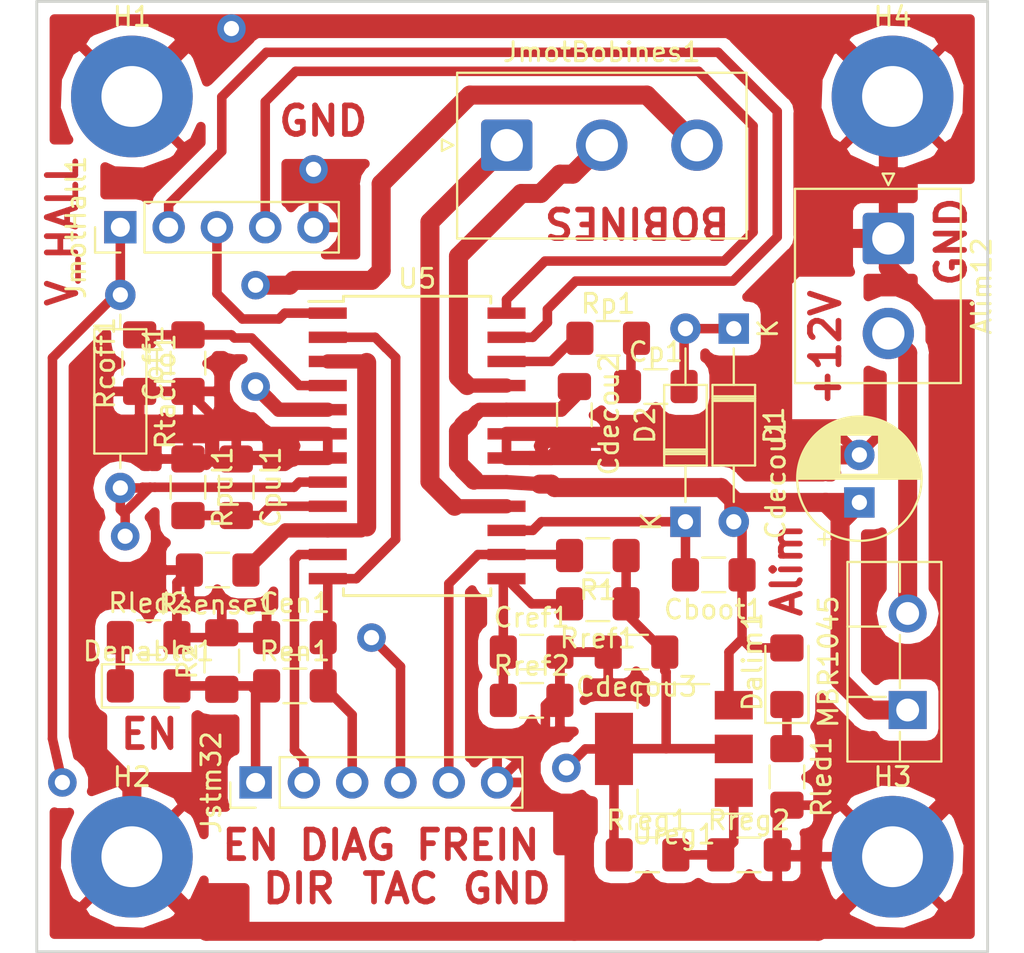
<source format=kicad_pcb>
(kicad_pcb (version 20171130) (host pcbnew 5.0.2+dfsg1-1)

  (general
    (thickness 1.6)
    (drawings 17)
    (tracks 285)
    (zones 0)
    (modules 38)
    (nets 27)
  )

  (page A4)
  (layers
    (0 F.Cu signal)
    (31 B.Cu signal)
    (32 B.Adhes user)
    (33 F.Adhes user)
    (34 B.Paste user)
    (35 F.Paste user)
    (36 B.SilkS user)
    (37 F.SilkS user)
    (38 B.Mask user)
    (39 F.Mask user)
    (40 Dwgs.User user)
    (41 Cmts.User user)
    (42 Eco1.User user)
    (43 Eco2.User user)
    (44 Edge.Cuts user)
    (45 Margin user)
    (46 B.CrtYd user)
    (47 F.CrtYd user)
    (48 B.Fab user)
    (49 F.Fab user)
  )

  (setup
    (last_trace_width 1)
    (user_trace_width 0.75)
    (user_trace_width 1)
    (trace_clearance 0.5)
    (zone_clearance 0.6)
    (zone_45_only no)
    (trace_min 0.2)
    (segment_width 0.2)
    (edge_width 0.15)
    (via_size 1.5)
    (via_drill 0.8)
    (via_min_size 0.4)
    (via_min_drill 0.3)
    (uvia_size 0.3)
    (uvia_drill 0.1)
    (uvias_allowed no)
    (uvia_min_size 0.2)
    (uvia_min_drill 0.1)
    (pcb_text_width 0.3)
    (pcb_text_size 1.5 1.5)
    (mod_edge_width 0.15)
    (mod_text_size 1 1)
    (mod_text_width 0.15)
    (pad_size 1.524 1.524)
    (pad_drill 0.762)
    (pad_to_mask_clearance 0.051)
    (solder_mask_min_width 0.25)
    (aux_axis_origin 0 0)
    (visible_elements FFFFFF7F)
    (pcbplotparams
      (layerselection 0x010fc_ffffffff)
      (usegerberextensions false)
      (usegerberattributes false)
      (usegerberadvancedattributes false)
      (creategerberjobfile false)
      (excludeedgelayer true)
      (linewidth 0.100000)
      (plotframeref false)
      (viasonmask false)
      (mode 1)
      (useauxorigin false)
      (hpglpennumber 1)
      (hpglpenspeed 20)
      (hpglpendiameter 15.000000)
      (psnegative false)
      (psa4output false)
      (plotreference true)
      (plotvalue true)
      (plotinvisibletext false)
      (padsonsilk false)
      (subtractmaskfromsilk false)
      (outputformat 1)
      (mirror false)
      (drillshape 1)
      (scaleselection 1)
      (outputdirectory ""))
  )

  (net 0 "")
  (net 1 "Net-(Cboot1-Pad2)")
  (net 2 +12V)
  (net 3 GND)
  (net 4 +5V)
  (net 5 "Net-(Cen1-Pad2)")
  (net 6 "Net-(Coff1-Pad2)")
  (net 7 "Net-(Cp1-Pad1)")
  (net 8 "Net-(Cp1-Pad2)")
  (net 9 "Net-(Cpul1-Pad2)")
  (net 10 "Net-(Cref1-Pad1)")
  (net 11 "Net-(Dalim1-Pad1)")
  (net 12 "Net-(Denable1-Pad1)")
  (net 13 "Net-(Denable1-Pad2)")
  (net 14 /Out_11)
  (net 15 /Out_21)
  (net 16 /Out_31)
  (net 17 /Hall_sensor_21)
  (net 18 /Hall_sensor_11)
  (net 19 /Hall_sensor_31)
  (net 20 "Net-(Jstm32-Pad4)")
  (net 21 "Net-(Jstm32-Pad5)")
  (net 22 "Net-(Rp1-Pad1)")
  (net 23 "Net-(Rreg1-Pad2)")
  (net 24 "Net-(Rsense1-Pad1)")
  (net 25 "Net-(Alim12-Pad2)")
  (net 26 "Net-(Jstm32-Pad2)")

  (net_class Default "Ceci est la Netclass par défaut."
    (clearance 0.5)
    (trace_width 0.5)
    (via_dia 1.5)
    (via_drill 0.8)
    (uvia_dia 0.3)
    (uvia_drill 0.1)
    (add_net +12V)
    (add_net +5V)
    (add_net /Hall_sensor_11)
    (add_net /Hall_sensor_21)
    (add_net /Hall_sensor_31)
    (add_net /Out_11)
    (add_net /Out_21)
    (add_net /Out_31)
    (add_net GND)
    (add_net "Net-(Alim12-Pad2)")
    (add_net "Net-(Cboot1-Pad2)")
    (add_net "Net-(Cen1-Pad2)")
    (add_net "Net-(Coff1-Pad2)")
    (add_net "Net-(Cp1-Pad1)")
    (add_net "Net-(Cp1-Pad2)")
    (add_net "Net-(Cpul1-Pad2)")
    (add_net "Net-(Cref1-Pad1)")
    (add_net "Net-(Dalim1-Pad1)")
    (add_net "Net-(Denable1-Pad1)")
    (add_net "Net-(Denable1-Pad2)")
    (add_net "Net-(Jstm32-Pad2)")
    (add_net "Net-(Jstm32-Pad4)")
    (add_net "Net-(Jstm32-Pad5)")
    (add_net "Net-(Rp1-Pad1)")
    (add_net "Net-(Rreg1-Pad2)")
    (add_net "Net-(Rsense1-Pad1)")
  )

  (module Capacitor_SMD:C_1206_3216Metric_Pad1.42x1.75mm_HandSolder (layer F.Cu) (tedit 5B301BBE) (tstamp 5DBBF757)
    (at 135.5995 90.17 180)
    (descr "Capacitor SMD 1206 (3216 Metric), square (rectangular) end terminal, IPC_7351 nominal with elongated pad for handsoldering. (Body size source: http://www.tortai-tech.com/upload/download/2011102023233369053.pdf), generated with kicad-footprint-generator")
    (tags "capacitor handsolder")
    (path /5C25D096)
    (attr smd)
    (fp_text reference Cboot1 (at 0 -1.82 180) (layer F.SilkS)
      (effects (font (size 1 1) (thickness 0.15)))
    )
    (fp_text value 220n (at 0 1.82 180) (layer F.Fab)
      (effects (font (size 1 1) (thickness 0.15)))
    )
    (fp_text user %R (at 0 0 180) (layer F.Fab)
      (effects (font (size 0.8 0.8) (thickness 0.12)))
    )
    (fp_line (start 2.45 1.12) (end -2.45 1.12) (layer F.CrtYd) (width 0.05))
    (fp_line (start 2.45 -1.12) (end 2.45 1.12) (layer F.CrtYd) (width 0.05))
    (fp_line (start -2.45 -1.12) (end 2.45 -1.12) (layer F.CrtYd) (width 0.05))
    (fp_line (start -2.45 1.12) (end -2.45 -1.12) (layer F.CrtYd) (width 0.05))
    (fp_line (start -0.602064 0.91) (end 0.602064 0.91) (layer F.SilkS) (width 0.12))
    (fp_line (start -0.602064 -0.91) (end 0.602064 -0.91) (layer F.SilkS) (width 0.12))
    (fp_line (start 1.6 0.8) (end -1.6 0.8) (layer F.Fab) (width 0.1))
    (fp_line (start 1.6 -0.8) (end 1.6 0.8) (layer F.Fab) (width 0.1))
    (fp_line (start -1.6 -0.8) (end 1.6 -0.8) (layer F.Fab) (width 0.1))
    (fp_line (start -1.6 0.8) (end -1.6 -0.8) (layer F.Fab) (width 0.1))
    (pad 2 smd roundrect (at 1.4875 0 180) (size 1.425 1.75) (layers F.Cu F.Paste F.Mask) (roundrect_rratio 0.175439)
      (net 1 "Net-(Cboot1-Pad2)"))
    (pad 1 smd roundrect (at -1.4875 0 180) (size 1.425 1.75) (layers F.Cu F.Paste F.Mask) (roundrect_rratio 0.175439)
      (net 2 +12V))
    (model ${KISYS3DMOD}/Capacitor_SMD.3dshapes/C_1206_3216Metric.wrl
      (at (xyz 0 0 0))
      (scale (xyz 1 1 1))
      (rotate (xyz 0 0 0))
    )
  )

  (module Capacitor_THT:CP_Radial_D6.3mm_P2.50mm (layer F.Cu) (tedit 5AE50EF0) (tstamp 5DBBF7EB)
    (at 143.256 86.36 90)
    (descr "CP, Radial series, Radial, pin pitch=2.50mm, , diameter=6.3mm, Electrolytic Capacitor")
    (tags "CP Radial series Radial pin pitch 2.50mm  diameter 6.3mm Electrolytic Capacitor")
    (path /5D97AB8A)
    (fp_text reference Cdecou1 (at 1.25 -4.4 90) (layer F.SilkS)
      (effects (font (size 1 1) (thickness 0.15)))
    )
    (fp_text value 100µF (at 1.25 4.4 90) (layer F.Fab)
      (effects (font (size 1 1) (thickness 0.15)))
    )
    (fp_circle (center 1.25 0) (end 4.4 0) (layer F.Fab) (width 0.1))
    (fp_circle (center 1.25 0) (end 4.52 0) (layer F.SilkS) (width 0.12))
    (fp_circle (center 1.25 0) (end 4.65 0) (layer F.CrtYd) (width 0.05))
    (fp_line (start -1.443972 -1.3735) (end -0.813972 -1.3735) (layer F.Fab) (width 0.1))
    (fp_line (start -1.128972 -1.6885) (end -1.128972 -1.0585) (layer F.Fab) (width 0.1))
    (fp_line (start 1.25 -3.23) (end 1.25 3.23) (layer F.SilkS) (width 0.12))
    (fp_line (start 1.29 -3.23) (end 1.29 3.23) (layer F.SilkS) (width 0.12))
    (fp_line (start 1.33 -3.23) (end 1.33 3.23) (layer F.SilkS) (width 0.12))
    (fp_line (start 1.37 -3.228) (end 1.37 3.228) (layer F.SilkS) (width 0.12))
    (fp_line (start 1.41 -3.227) (end 1.41 3.227) (layer F.SilkS) (width 0.12))
    (fp_line (start 1.45 -3.224) (end 1.45 3.224) (layer F.SilkS) (width 0.12))
    (fp_line (start 1.49 -3.222) (end 1.49 -1.04) (layer F.SilkS) (width 0.12))
    (fp_line (start 1.49 1.04) (end 1.49 3.222) (layer F.SilkS) (width 0.12))
    (fp_line (start 1.53 -3.218) (end 1.53 -1.04) (layer F.SilkS) (width 0.12))
    (fp_line (start 1.53 1.04) (end 1.53 3.218) (layer F.SilkS) (width 0.12))
    (fp_line (start 1.57 -3.215) (end 1.57 -1.04) (layer F.SilkS) (width 0.12))
    (fp_line (start 1.57 1.04) (end 1.57 3.215) (layer F.SilkS) (width 0.12))
    (fp_line (start 1.61 -3.211) (end 1.61 -1.04) (layer F.SilkS) (width 0.12))
    (fp_line (start 1.61 1.04) (end 1.61 3.211) (layer F.SilkS) (width 0.12))
    (fp_line (start 1.65 -3.206) (end 1.65 -1.04) (layer F.SilkS) (width 0.12))
    (fp_line (start 1.65 1.04) (end 1.65 3.206) (layer F.SilkS) (width 0.12))
    (fp_line (start 1.69 -3.201) (end 1.69 -1.04) (layer F.SilkS) (width 0.12))
    (fp_line (start 1.69 1.04) (end 1.69 3.201) (layer F.SilkS) (width 0.12))
    (fp_line (start 1.73 -3.195) (end 1.73 -1.04) (layer F.SilkS) (width 0.12))
    (fp_line (start 1.73 1.04) (end 1.73 3.195) (layer F.SilkS) (width 0.12))
    (fp_line (start 1.77 -3.189) (end 1.77 -1.04) (layer F.SilkS) (width 0.12))
    (fp_line (start 1.77 1.04) (end 1.77 3.189) (layer F.SilkS) (width 0.12))
    (fp_line (start 1.81 -3.182) (end 1.81 -1.04) (layer F.SilkS) (width 0.12))
    (fp_line (start 1.81 1.04) (end 1.81 3.182) (layer F.SilkS) (width 0.12))
    (fp_line (start 1.85 -3.175) (end 1.85 -1.04) (layer F.SilkS) (width 0.12))
    (fp_line (start 1.85 1.04) (end 1.85 3.175) (layer F.SilkS) (width 0.12))
    (fp_line (start 1.89 -3.167) (end 1.89 -1.04) (layer F.SilkS) (width 0.12))
    (fp_line (start 1.89 1.04) (end 1.89 3.167) (layer F.SilkS) (width 0.12))
    (fp_line (start 1.93 -3.159) (end 1.93 -1.04) (layer F.SilkS) (width 0.12))
    (fp_line (start 1.93 1.04) (end 1.93 3.159) (layer F.SilkS) (width 0.12))
    (fp_line (start 1.971 -3.15) (end 1.971 -1.04) (layer F.SilkS) (width 0.12))
    (fp_line (start 1.971 1.04) (end 1.971 3.15) (layer F.SilkS) (width 0.12))
    (fp_line (start 2.011 -3.141) (end 2.011 -1.04) (layer F.SilkS) (width 0.12))
    (fp_line (start 2.011 1.04) (end 2.011 3.141) (layer F.SilkS) (width 0.12))
    (fp_line (start 2.051 -3.131) (end 2.051 -1.04) (layer F.SilkS) (width 0.12))
    (fp_line (start 2.051 1.04) (end 2.051 3.131) (layer F.SilkS) (width 0.12))
    (fp_line (start 2.091 -3.121) (end 2.091 -1.04) (layer F.SilkS) (width 0.12))
    (fp_line (start 2.091 1.04) (end 2.091 3.121) (layer F.SilkS) (width 0.12))
    (fp_line (start 2.131 -3.11) (end 2.131 -1.04) (layer F.SilkS) (width 0.12))
    (fp_line (start 2.131 1.04) (end 2.131 3.11) (layer F.SilkS) (width 0.12))
    (fp_line (start 2.171 -3.098) (end 2.171 -1.04) (layer F.SilkS) (width 0.12))
    (fp_line (start 2.171 1.04) (end 2.171 3.098) (layer F.SilkS) (width 0.12))
    (fp_line (start 2.211 -3.086) (end 2.211 -1.04) (layer F.SilkS) (width 0.12))
    (fp_line (start 2.211 1.04) (end 2.211 3.086) (layer F.SilkS) (width 0.12))
    (fp_line (start 2.251 -3.074) (end 2.251 -1.04) (layer F.SilkS) (width 0.12))
    (fp_line (start 2.251 1.04) (end 2.251 3.074) (layer F.SilkS) (width 0.12))
    (fp_line (start 2.291 -3.061) (end 2.291 -1.04) (layer F.SilkS) (width 0.12))
    (fp_line (start 2.291 1.04) (end 2.291 3.061) (layer F.SilkS) (width 0.12))
    (fp_line (start 2.331 -3.047) (end 2.331 -1.04) (layer F.SilkS) (width 0.12))
    (fp_line (start 2.331 1.04) (end 2.331 3.047) (layer F.SilkS) (width 0.12))
    (fp_line (start 2.371 -3.033) (end 2.371 -1.04) (layer F.SilkS) (width 0.12))
    (fp_line (start 2.371 1.04) (end 2.371 3.033) (layer F.SilkS) (width 0.12))
    (fp_line (start 2.411 -3.018) (end 2.411 -1.04) (layer F.SilkS) (width 0.12))
    (fp_line (start 2.411 1.04) (end 2.411 3.018) (layer F.SilkS) (width 0.12))
    (fp_line (start 2.451 -3.002) (end 2.451 -1.04) (layer F.SilkS) (width 0.12))
    (fp_line (start 2.451 1.04) (end 2.451 3.002) (layer F.SilkS) (width 0.12))
    (fp_line (start 2.491 -2.986) (end 2.491 -1.04) (layer F.SilkS) (width 0.12))
    (fp_line (start 2.491 1.04) (end 2.491 2.986) (layer F.SilkS) (width 0.12))
    (fp_line (start 2.531 -2.97) (end 2.531 -1.04) (layer F.SilkS) (width 0.12))
    (fp_line (start 2.531 1.04) (end 2.531 2.97) (layer F.SilkS) (width 0.12))
    (fp_line (start 2.571 -2.952) (end 2.571 -1.04) (layer F.SilkS) (width 0.12))
    (fp_line (start 2.571 1.04) (end 2.571 2.952) (layer F.SilkS) (width 0.12))
    (fp_line (start 2.611 -2.934) (end 2.611 -1.04) (layer F.SilkS) (width 0.12))
    (fp_line (start 2.611 1.04) (end 2.611 2.934) (layer F.SilkS) (width 0.12))
    (fp_line (start 2.651 -2.916) (end 2.651 -1.04) (layer F.SilkS) (width 0.12))
    (fp_line (start 2.651 1.04) (end 2.651 2.916) (layer F.SilkS) (width 0.12))
    (fp_line (start 2.691 -2.896) (end 2.691 -1.04) (layer F.SilkS) (width 0.12))
    (fp_line (start 2.691 1.04) (end 2.691 2.896) (layer F.SilkS) (width 0.12))
    (fp_line (start 2.731 -2.876) (end 2.731 -1.04) (layer F.SilkS) (width 0.12))
    (fp_line (start 2.731 1.04) (end 2.731 2.876) (layer F.SilkS) (width 0.12))
    (fp_line (start 2.771 -2.856) (end 2.771 -1.04) (layer F.SilkS) (width 0.12))
    (fp_line (start 2.771 1.04) (end 2.771 2.856) (layer F.SilkS) (width 0.12))
    (fp_line (start 2.811 -2.834) (end 2.811 -1.04) (layer F.SilkS) (width 0.12))
    (fp_line (start 2.811 1.04) (end 2.811 2.834) (layer F.SilkS) (width 0.12))
    (fp_line (start 2.851 -2.812) (end 2.851 -1.04) (layer F.SilkS) (width 0.12))
    (fp_line (start 2.851 1.04) (end 2.851 2.812) (layer F.SilkS) (width 0.12))
    (fp_line (start 2.891 -2.79) (end 2.891 -1.04) (layer F.SilkS) (width 0.12))
    (fp_line (start 2.891 1.04) (end 2.891 2.79) (layer F.SilkS) (width 0.12))
    (fp_line (start 2.931 -2.766) (end 2.931 -1.04) (layer F.SilkS) (width 0.12))
    (fp_line (start 2.931 1.04) (end 2.931 2.766) (layer F.SilkS) (width 0.12))
    (fp_line (start 2.971 -2.742) (end 2.971 -1.04) (layer F.SilkS) (width 0.12))
    (fp_line (start 2.971 1.04) (end 2.971 2.742) (layer F.SilkS) (width 0.12))
    (fp_line (start 3.011 -2.716) (end 3.011 -1.04) (layer F.SilkS) (width 0.12))
    (fp_line (start 3.011 1.04) (end 3.011 2.716) (layer F.SilkS) (width 0.12))
    (fp_line (start 3.051 -2.69) (end 3.051 -1.04) (layer F.SilkS) (width 0.12))
    (fp_line (start 3.051 1.04) (end 3.051 2.69) (layer F.SilkS) (width 0.12))
    (fp_line (start 3.091 -2.664) (end 3.091 -1.04) (layer F.SilkS) (width 0.12))
    (fp_line (start 3.091 1.04) (end 3.091 2.664) (layer F.SilkS) (width 0.12))
    (fp_line (start 3.131 -2.636) (end 3.131 -1.04) (layer F.SilkS) (width 0.12))
    (fp_line (start 3.131 1.04) (end 3.131 2.636) (layer F.SilkS) (width 0.12))
    (fp_line (start 3.171 -2.607) (end 3.171 -1.04) (layer F.SilkS) (width 0.12))
    (fp_line (start 3.171 1.04) (end 3.171 2.607) (layer F.SilkS) (width 0.12))
    (fp_line (start 3.211 -2.578) (end 3.211 -1.04) (layer F.SilkS) (width 0.12))
    (fp_line (start 3.211 1.04) (end 3.211 2.578) (layer F.SilkS) (width 0.12))
    (fp_line (start 3.251 -2.548) (end 3.251 -1.04) (layer F.SilkS) (width 0.12))
    (fp_line (start 3.251 1.04) (end 3.251 2.548) (layer F.SilkS) (width 0.12))
    (fp_line (start 3.291 -2.516) (end 3.291 -1.04) (layer F.SilkS) (width 0.12))
    (fp_line (start 3.291 1.04) (end 3.291 2.516) (layer F.SilkS) (width 0.12))
    (fp_line (start 3.331 -2.484) (end 3.331 -1.04) (layer F.SilkS) (width 0.12))
    (fp_line (start 3.331 1.04) (end 3.331 2.484) (layer F.SilkS) (width 0.12))
    (fp_line (start 3.371 -2.45) (end 3.371 -1.04) (layer F.SilkS) (width 0.12))
    (fp_line (start 3.371 1.04) (end 3.371 2.45) (layer F.SilkS) (width 0.12))
    (fp_line (start 3.411 -2.416) (end 3.411 -1.04) (layer F.SilkS) (width 0.12))
    (fp_line (start 3.411 1.04) (end 3.411 2.416) (layer F.SilkS) (width 0.12))
    (fp_line (start 3.451 -2.38) (end 3.451 -1.04) (layer F.SilkS) (width 0.12))
    (fp_line (start 3.451 1.04) (end 3.451 2.38) (layer F.SilkS) (width 0.12))
    (fp_line (start 3.491 -2.343) (end 3.491 -1.04) (layer F.SilkS) (width 0.12))
    (fp_line (start 3.491 1.04) (end 3.491 2.343) (layer F.SilkS) (width 0.12))
    (fp_line (start 3.531 -2.305) (end 3.531 -1.04) (layer F.SilkS) (width 0.12))
    (fp_line (start 3.531 1.04) (end 3.531 2.305) (layer F.SilkS) (width 0.12))
    (fp_line (start 3.571 -2.265) (end 3.571 2.265) (layer F.SilkS) (width 0.12))
    (fp_line (start 3.611 -2.224) (end 3.611 2.224) (layer F.SilkS) (width 0.12))
    (fp_line (start 3.651 -2.182) (end 3.651 2.182) (layer F.SilkS) (width 0.12))
    (fp_line (start 3.691 -2.137) (end 3.691 2.137) (layer F.SilkS) (width 0.12))
    (fp_line (start 3.731 -2.092) (end 3.731 2.092) (layer F.SilkS) (width 0.12))
    (fp_line (start 3.771 -2.044) (end 3.771 2.044) (layer F.SilkS) (width 0.12))
    (fp_line (start 3.811 -1.995) (end 3.811 1.995) (layer F.SilkS) (width 0.12))
    (fp_line (start 3.851 -1.944) (end 3.851 1.944) (layer F.SilkS) (width 0.12))
    (fp_line (start 3.891 -1.89) (end 3.891 1.89) (layer F.SilkS) (width 0.12))
    (fp_line (start 3.931 -1.834) (end 3.931 1.834) (layer F.SilkS) (width 0.12))
    (fp_line (start 3.971 -1.776) (end 3.971 1.776) (layer F.SilkS) (width 0.12))
    (fp_line (start 4.011 -1.714) (end 4.011 1.714) (layer F.SilkS) (width 0.12))
    (fp_line (start 4.051 -1.65) (end 4.051 1.65) (layer F.SilkS) (width 0.12))
    (fp_line (start 4.091 -1.581) (end 4.091 1.581) (layer F.SilkS) (width 0.12))
    (fp_line (start 4.131 -1.509) (end 4.131 1.509) (layer F.SilkS) (width 0.12))
    (fp_line (start 4.171 -1.432) (end 4.171 1.432) (layer F.SilkS) (width 0.12))
    (fp_line (start 4.211 -1.35) (end 4.211 1.35) (layer F.SilkS) (width 0.12))
    (fp_line (start 4.251 -1.262) (end 4.251 1.262) (layer F.SilkS) (width 0.12))
    (fp_line (start 4.291 -1.165) (end 4.291 1.165) (layer F.SilkS) (width 0.12))
    (fp_line (start 4.331 -1.059) (end 4.331 1.059) (layer F.SilkS) (width 0.12))
    (fp_line (start 4.371 -0.94) (end 4.371 0.94) (layer F.SilkS) (width 0.12))
    (fp_line (start 4.411 -0.802) (end 4.411 0.802) (layer F.SilkS) (width 0.12))
    (fp_line (start 4.451 -0.633) (end 4.451 0.633) (layer F.SilkS) (width 0.12))
    (fp_line (start 4.491 -0.402) (end 4.491 0.402) (layer F.SilkS) (width 0.12))
    (fp_line (start -2.250241 -1.839) (end -1.620241 -1.839) (layer F.SilkS) (width 0.12))
    (fp_line (start -1.935241 -2.154) (end -1.935241 -1.524) (layer F.SilkS) (width 0.12))
    (fp_text user %R (at 1.25 0 90) (layer F.Fab)
      (effects (font (size 1 1) (thickness 0.15)))
    )
    (pad 1 thru_hole rect (at 0 0 90) (size 1.6 1.6) (drill 0.8) (layers *.Cu *.Mask)
      (net 2 +12V))
    (pad 2 thru_hole circle (at 2.5 0 90) (size 1.6 1.6) (drill 0.8) (layers *.Cu *.Mask)
      (net 3 GND))
    (model ${KISYS3DMOD}/Capacitor_THT.3dshapes/CP_Radial_D6.3mm_P2.50mm.wrl
      (at (xyz 0 0 0))
      (scale (xyz 1 1 1))
      (rotate (xyz 0 0 0))
    )
  )

  (module Capacitor_SMD:C_1206_3216Metric_Pad1.42x1.75mm_HandSolder (layer F.Cu) (tedit 5B301BBE) (tstamp 5DBBF7FC)
    (at 128.27 81.7515 270)
    (descr "Capacitor SMD 1206 (3216 Metric), square (rectangular) end terminal, IPC_7351 nominal with elongated pad for handsoldering. (Body size source: http://www.tortai-tech.com/upload/download/2011102023233369053.pdf), generated with kicad-footprint-generator")
    (tags "capacitor handsolder")
    (path /5D97AC7F)
    (attr smd)
    (fp_text reference Cdecou2 (at 0 -1.82 270) (layer F.SilkS)
      (effects (font (size 1 1) (thickness 0.15)))
    )
    (fp_text value 100nF (at 0 1.82 270) (layer F.Fab)
      (effects (font (size 1 1) (thickness 0.15)))
    )
    (fp_line (start -1.6 0.8) (end -1.6 -0.8) (layer F.Fab) (width 0.1))
    (fp_line (start -1.6 -0.8) (end 1.6 -0.8) (layer F.Fab) (width 0.1))
    (fp_line (start 1.6 -0.8) (end 1.6 0.8) (layer F.Fab) (width 0.1))
    (fp_line (start 1.6 0.8) (end -1.6 0.8) (layer F.Fab) (width 0.1))
    (fp_line (start -0.602064 -0.91) (end 0.602064 -0.91) (layer F.SilkS) (width 0.12))
    (fp_line (start -0.602064 0.91) (end 0.602064 0.91) (layer F.SilkS) (width 0.12))
    (fp_line (start -2.45 1.12) (end -2.45 -1.12) (layer F.CrtYd) (width 0.05))
    (fp_line (start -2.45 -1.12) (end 2.45 -1.12) (layer F.CrtYd) (width 0.05))
    (fp_line (start 2.45 -1.12) (end 2.45 1.12) (layer F.CrtYd) (width 0.05))
    (fp_line (start 2.45 1.12) (end -2.45 1.12) (layer F.CrtYd) (width 0.05))
    (fp_text user %R (at 0 0 270) (layer F.Fab)
      (effects (font (size 0.8 0.8) (thickness 0.12)))
    )
    (pad 1 smd roundrect (at -1.4875 0 270) (size 1.425 1.75) (layers F.Cu F.Paste F.Mask) (roundrect_rratio 0.175439)
      (net 2 +12V))
    (pad 2 smd roundrect (at 1.4875 0 270) (size 1.425 1.75) (layers F.Cu F.Paste F.Mask) (roundrect_rratio 0.175439)
      (net 3 GND))
    (model ${KISYS3DMOD}/Capacitor_SMD.3dshapes/C_1206_3216Metric.wrl
      (at (xyz 0 0 0))
      (scale (xyz 1 1 1))
      (rotate (xyz 0 0 0))
    )
  )

  (module Capacitor_SMD:C_1206_3216Metric_Pad1.42x1.75mm_HandSolder (layer F.Cu) (tedit 5B301BBE) (tstamp 5DBBF80D)
    (at 131.5355 94.234 180)
    (descr "Capacitor SMD 1206 (3216 Metric), square (rectangular) end terminal, IPC_7351 nominal with elongated pad for handsoldering. (Body size source: http://www.tortai-tech.com/upload/download/2011102023233369053.pdf), generated with kicad-footprint-generator")
    (tags "capacitor handsolder")
    (path /5D98B457)
    (attr smd)
    (fp_text reference Cdecou3 (at 0 -1.82 180) (layer F.SilkS)
      (effects (font (size 1 1) (thickness 0.15)))
    )
    (fp_text value 100nF (at 0 1.82 180) (layer F.Fab)
      (effects (font (size 1 1) (thickness 0.15)))
    )
    (fp_text user %R (at 0 0 180) (layer F.Fab)
      (effects (font (size 0.8 0.8) (thickness 0.12)))
    )
    (fp_line (start 2.45 1.12) (end -2.45 1.12) (layer F.CrtYd) (width 0.05))
    (fp_line (start 2.45 -1.12) (end 2.45 1.12) (layer F.CrtYd) (width 0.05))
    (fp_line (start -2.45 -1.12) (end 2.45 -1.12) (layer F.CrtYd) (width 0.05))
    (fp_line (start -2.45 1.12) (end -2.45 -1.12) (layer F.CrtYd) (width 0.05))
    (fp_line (start -0.602064 0.91) (end 0.602064 0.91) (layer F.SilkS) (width 0.12))
    (fp_line (start -0.602064 -0.91) (end 0.602064 -0.91) (layer F.SilkS) (width 0.12))
    (fp_line (start 1.6 0.8) (end -1.6 0.8) (layer F.Fab) (width 0.1))
    (fp_line (start 1.6 -0.8) (end 1.6 0.8) (layer F.Fab) (width 0.1))
    (fp_line (start -1.6 -0.8) (end 1.6 -0.8) (layer F.Fab) (width 0.1))
    (fp_line (start -1.6 0.8) (end -1.6 -0.8) (layer F.Fab) (width 0.1))
    (pad 2 smd roundrect (at 1.4875 0 180) (size 1.425 1.75) (layers F.Cu F.Paste F.Mask) (roundrect_rratio 0.175439)
      (net 3 GND))
    (pad 1 smd roundrect (at -1.4875 0 180) (size 1.425 1.75) (layers F.Cu F.Paste F.Mask) (roundrect_rratio 0.175439)
      (net 4 +5V))
    (model ${KISYS3DMOD}/Capacitor_SMD.3dshapes/C_1206_3216Metric.wrl
      (at (xyz 0 0 0))
      (scale (xyz 1 1 1))
      (rotate (xyz 0 0 0))
    )
  )

  (module Capacitor_SMD:C_1206_3216Metric_Pad1.42x1.75mm_HandSolder (layer F.Cu) (tedit 5B301BBE) (tstamp 5DBBF81E)
    (at 113.5745 93.472)
    (descr "Capacitor SMD 1206 (3216 Metric), square (rectangular) end terminal, IPC_7351 nominal with elongated pad for handsoldering. (Body size source: http://www.tortai-tech.com/upload/download/2011102023233369053.pdf), generated with kicad-footprint-generator")
    (tags "capacitor handsolder")
    (path /5C50F867)
    (attr smd)
    (fp_text reference Cen1 (at 0 -1.82) (layer F.SilkS)
      (effects (font (size 1 1) (thickness 0.15)))
    )
    (fp_text value 5.6n (at 0 1.82) (layer F.Fab)
      (effects (font (size 1 1) (thickness 0.15)))
    )
    (fp_line (start -1.6 0.8) (end -1.6 -0.8) (layer F.Fab) (width 0.1))
    (fp_line (start -1.6 -0.8) (end 1.6 -0.8) (layer F.Fab) (width 0.1))
    (fp_line (start 1.6 -0.8) (end 1.6 0.8) (layer F.Fab) (width 0.1))
    (fp_line (start 1.6 0.8) (end -1.6 0.8) (layer F.Fab) (width 0.1))
    (fp_line (start -0.602064 -0.91) (end 0.602064 -0.91) (layer F.SilkS) (width 0.12))
    (fp_line (start -0.602064 0.91) (end 0.602064 0.91) (layer F.SilkS) (width 0.12))
    (fp_line (start -2.45 1.12) (end -2.45 -1.12) (layer F.CrtYd) (width 0.05))
    (fp_line (start -2.45 -1.12) (end 2.45 -1.12) (layer F.CrtYd) (width 0.05))
    (fp_line (start 2.45 -1.12) (end 2.45 1.12) (layer F.CrtYd) (width 0.05))
    (fp_line (start 2.45 1.12) (end -2.45 1.12) (layer F.CrtYd) (width 0.05))
    (fp_text user %R (at 0 0) (layer F.Fab)
      (effects (font (size 0.8 0.8) (thickness 0.12)))
    )
    (pad 1 smd roundrect (at -1.4875 0) (size 1.425 1.75) (layers F.Cu F.Paste F.Mask) (roundrect_rratio 0.175439)
      (net 3 GND))
    (pad 2 smd roundrect (at 1.4875 0) (size 1.425 1.75) (layers F.Cu F.Paste F.Mask) (roundrect_rratio 0.175439)
      (net 5 "Net-(Cen1-Pad2)"))
    (model ${KISYS3DMOD}/Capacitor_SMD.3dshapes/C_1206_3216Metric.wrl
      (at (xyz 0 0 0))
      (scale (xyz 1 1 1))
      (rotate (xyz 0 0 0))
    )
  )

  (module Capacitor_SMD:C_1206_3216Metric_Pad1.42x1.75mm_HandSolder (layer F.Cu) (tedit 5B301BBE) (tstamp 5DBBF82F)
    (at 107.95 79.0305 90)
    (descr "Capacitor SMD 1206 (3216 Metric), square (rectangular) end terminal, IPC_7351 nominal with elongated pad for handsoldering. (Body size source: http://www.tortai-tech.com/upload/download/2011102023233369053.pdf), generated with kicad-footprint-generator")
    (tags "capacitor handsolder")
    (path /59618797)
    (attr smd)
    (fp_text reference Coff1 (at 0 -1.82 90) (layer F.SilkS)
      (effects (font (size 1 1) (thickness 0.15)))
    )
    (fp_text value 1n (at 0 1.82 90) (layer F.Fab)
      (effects (font (size 1 1) (thickness 0.15)))
    )
    (fp_text user %R (at 0 0 90) (layer F.Fab)
      (effects (font (size 0.8 0.8) (thickness 0.12)))
    )
    (fp_line (start 2.45 1.12) (end -2.45 1.12) (layer F.CrtYd) (width 0.05))
    (fp_line (start 2.45 -1.12) (end 2.45 1.12) (layer F.CrtYd) (width 0.05))
    (fp_line (start -2.45 -1.12) (end 2.45 -1.12) (layer F.CrtYd) (width 0.05))
    (fp_line (start -2.45 1.12) (end -2.45 -1.12) (layer F.CrtYd) (width 0.05))
    (fp_line (start -0.602064 0.91) (end 0.602064 0.91) (layer F.SilkS) (width 0.12))
    (fp_line (start -0.602064 -0.91) (end 0.602064 -0.91) (layer F.SilkS) (width 0.12))
    (fp_line (start 1.6 0.8) (end -1.6 0.8) (layer F.Fab) (width 0.1))
    (fp_line (start 1.6 -0.8) (end 1.6 0.8) (layer F.Fab) (width 0.1))
    (fp_line (start -1.6 -0.8) (end 1.6 -0.8) (layer F.Fab) (width 0.1))
    (fp_line (start -1.6 0.8) (end -1.6 -0.8) (layer F.Fab) (width 0.1))
    (pad 2 smd roundrect (at 1.4875 0 90) (size 1.425 1.75) (layers F.Cu F.Paste F.Mask) (roundrect_rratio 0.175439)
      (net 6 "Net-(Coff1-Pad2)"))
    (pad 1 smd roundrect (at -1.4875 0 90) (size 1.425 1.75) (layers F.Cu F.Paste F.Mask) (roundrect_rratio 0.175439)
      (net 3 GND))
    (model ${KISYS3DMOD}/Capacitor_SMD.3dshapes/C_1206_3216Metric.wrl
      (at (xyz 0 0 0))
      (scale (xyz 1 1 1))
      (rotate (xyz 0 0 0))
    )
  )

  (module Capacitor_SMD:C_1206_3216Metric_Pad1.42x1.75mm_HandSolder (layer F.Cu) (tedit 5B301BBE) (tstamp 5DBBF840)
    (at 132.5515 80.264)
    (descr "Capacitor SMD 1206 (3216 Metric), square (rectangular) end terminal, IPC_7351 nominal with elongated pad for handsoldering. (Body size source: http://www.tortai-tech.com/upload/download/2011102023233369053.pdf), generated with kicad-footprint-generator")
    (tags "capacitor handsolder")
    (path /5C25CCEB)
    (attr smd)
    (fp_text reference Cp1 (at 0 -1.82) (layer F.SilkS)
      (effects (font (size 1 1) (thickness 0.15)))
    )
    (fp_text value 10n (at 0 1.82) (layer F.Fab)
      (effects (font (size 1 1) (thickness 0.15)))
    )
    (fp_line (start -1.6 0.8) (end -1.6 -0.8) (layer F.Fab) (width 0.1))
    (fp_line (start -1.6 -0.8) (end 1.6 -0.8) (layer F.Fab) (width 0.1))
    (fp_line (start 1.6 -0.8) (end 1.6 0.8) (layer F.Fab) (width 0.1))
    (fp_line (start 1.6 0.8) (end -1.6 0.8) (layer F.Fab) (width 0.1))
    (fp_line (start -0.602064 -0.91) (end 0.602064 -0.91) (layer F.SilkS) (width 0.12))
    (fp_line (start -0.602064 0.91) (end 0.602064 0.91) (layer F.SilkS) (width 0.12))
    (fp_line (start -2.45 1.12) (end -2.45 -1.12) (layer F.CrtYd) (width 0.05))
    (fp_line (start -2.45 -1.12) (end 2.45 -1.12) (layer F.CrtYd) (width 0.05))
    (fp_line (start 2.45 -1.12) (end 2.45 1.12) (layer F.CrtYd) (width 0.05))
    (fp_line (start 2.45 1.12) (end -2.45 1.12) (layer F.CrtYd) (width 0.05))
    (fp_text user %R (at 0 0) (layer F.Fab)
      (effects (font (size 0.8 0.8) (thickness 0.12)))
    )
    (pad 1 smd roundrect (at -1.4875 0) (size 1.425 1.75) (layers F.Cu F.Paste F.Mask) (roundrect_rratio 0.175439)
      (net 7 "Net-(Cp1-Pad1)"))
    (pad 2 smd roundrect (at 1.4875 0) (size 1.425 1.75) (layers F.Cu F.Paste F.Mask) (roundrect_rratio 0.175439)
      (net 8 "Net-(Cp1-Pad2)"))
    (model ${KISYS3DMOD}/Capacitor_SMD.3dshapes/C_1206_3216Metric.wrl
      (at (xyz 0 0 0))
      (scale (xyz 1 1 1))
      (rotate (xyz 0 0 0))
    )
  )

  (module Capacitor_SMD:C_1206_3216Metric_Pad1.42x1.75mm_HandSolder (layer F.Cu) (tedit 5B301BBE) (tstamp 5DBBF851)
    (at 110.49 85.5615 270)
    (descr "Capacitor SMD 1206 (3216 Metric), square (rectangular) end terminal, IPC_7351 nominal with elongated pad for handsoldering. (Body size source: http://www.tortai-tech.com/upload/download/2011102023233369053.pdf), generated with kicad-footprint-generator")
    (tags "capacitor handsolder")
    (path /5C60D6B9)
    (attr smd)
    (fp_text reference Cpul1 (at 0 -1.82 270) (layer F.SilkS)
      (effects (font (size 1 1) (thickness 0.15)))
    )
    (fp_text value 10n (at 0 1.82 270) (layer F.Fab)
      (effects (font (size 1 1) (thickness 0.15)))
    )
    (fp_text user %R (at 0 0 270) (layer F.Fab)
      (effects (font (size 0.8 0.8) (thickness 0.12)))
    )
    (fp_line (start 2.45 1.12) (end -2.45 1.12) (layer F.CrtYd) (width 0.05))
    (fp_line (start 2.45 -1.12) (end 2.45 1.12) (layer F.CrtYd) (width 0.05))
    (fp_line (start -2.45 -1.12) (end 2.45 -1.12) (layer F.CrtYd) (width 0.05))
    (fp_line (start -2.45 1.12) (end -2.45 -1.12) (layer F.CrtYd) (width 0.05))
    (fp_line (start -0.602064 0.91) (end 0.602064 0.91) (layer F.SilkS) (width 0.12))
    (fp_line (start -0.602064 -0.91) (end 0.602064 -0.91) (layer F.SilkS) (width 0.12))
    (fp_line (start 1.6 0.8) (end -1.6 0.8) (layer F.Fab) (width 0.1))
    (fp_line (start 1.6 -0.8) (end 1.6 0.8) (layer F.Fab) (width 0.1))
    (fp_line (start -1.6 -0.8) (end 1.6 -0.8) (layer F.Fab) (width 0.1))
    (fp_line (start -1.6 0.8) (end -1.6 -0.8) (layer F.Fab) (width 0.1))
    (pad 2 smd roundrect (at 1.4875 0 270) (size 1.425 1.75) (layers F.Cu F.Paste F.Mask) (roundrect_rratio 0.175439)
      (net 9 "Net-(Cpul1-Pad2)"))
    (pad 1 smd roundrect (at -1.4875 0 270) (size 1.425 1.75) (layers F.Cu F.Paste F.Mask) (roundrect_rratio 0.175439)
      (net 3 GND))
    (model ${KISYS3DMOD}/Capacitor_SMD.3dshapes/C_1206_3216Metric.wrl
      (at (xyz 0 0 0))
      (scale (xyz 1 1 1))
      (rotate (xyz 0 0 0))
    )
  )

  (module Capacitor_SMD:C_1206_3216Metric_Pad1.42x1.75mm_HandSolder (layer F.Cu) (tedit 5B301BBE) (tstamp 5DBBF862)
    (at 126.0205 94.234)
    (descr "Capacitor SMD 1206 (3216 Metric), square (rectangular) end terminal, IPC_7351 nominal with elongated pad for handsoldering. (Body size source: http://www.tortai-tech.com/upload/download/2011102023233369053.pdf), generated with kicad-footprint-generator")
    (tags "capacitor handsolder")
    (path /5C657256)
    (attr smd)
    (fp_text reference Cref1 (at 0 -1.82) (layer F.SilkS)
      (effects (font (size 1 1) (thickness 0.15)))
    )
    (fp_text value 10n (at 0 1.82) (layer F.Fab)
      (effects (font (size 1 1) (thickness 0.15)))
    )
    (fp_line (start -1.6 0.8) (end -1.6 -0.8) (layer F.Fab) (width 0.1))
    (fp_line (start -1.6 -0.8) (end 1.6 -0.8) (layer F.Fab) (width 0.1))
    (fp_line (start 1.6 -0.8) (end 1.6 0.8) (layer F.Fab) (width 0.1))
    (fp_line (start 1.6 0.8) (end -1.6 0.8) (layer F.Fab) (width 0.1))
    (fp_line (start -0.602064 -0.91) (end 0.602064 -0.91) (layer F.SilkS) (width 0.12))
    (fp_line (start -0.602064 0.91) (end 0.602064 0.91) (layer F.SilkS) (width 0.12))
    (fp_line (start -2.45 1.12) (end -2.45 -1.12) (layer F.CrtYd) (width 0.05))
    (fp_line (start -2.45 -1.12) (end 2.45 -1.12) (layer F.CrtYd) (width 0.05))
    (fp_line (start 2.45 -1.12) (end 2.45 1.12) (layer F.CrtYd) (width 0.05))
    (fp_line (start 2.45 1.12) (end -2.45 1.12) (layer F.CrtYd) (width 0.05))
    (fp_text user %R (at 0 0) (layer F.Fab)
      (effects (font (size 0.8 0.8) (thickness 0.12)))
    )
    (pad 1 smd roundrect (at -1.4875 0) (size 1.425 1.75) (layers F.Cu F.Paste F.Mask) (roundrect_rratio 0.175439)
      (net 10 "Net-(Cref1-Pad1)"))
    (pad 2 smd roundrect (at 1.4875 0) (size 1.425 1.75) (layers F.Cu F.Paste F.Mask) (roundrect_rratio 0.175439)
      (net 3 GND))
    (model ${KISYS3DMOD}/Capacitor_SMD.3dshapes/C_1206_3216Metric.wrl
      (at (xyz 0 0 0))
      (scale (xyz 1 1 1))
      (rotate (xyz 0 0 0))
    )
  )

  (module LED_SMD:LED_1206_3216Metric_Pad1.42x1.75mm_HandSolder (layer F.Cu) (tedit 5B4B45C9) (tstamp 5DBBF8B3)
    (at 139.446 95.504 90)
    (descr "LED SMD 1206 (3216 Metric), square (rectangular) end terminal, IPC_7351 nominal, (Body size source: http://www.tortai-tech.com/upload/download/2011102023233369053.pdf), generated with kicad-footprint-generator")
    (tags "LED handsolder")
    (path /5D965CDE)
    (attr smd)
    (fp_text reference Dalim1 (at 0.762 -1.82 90) (layer F.SilkS)
      (effects (font (size 1 1) (thickness 0.15)))
    )
    (fp_text value LED (at 0 1.82 90) (layer F.Fab)
      (effects (font (size 1 1) (thickness 0.15)))
    )
    (fp_text user %R (at 0 0 90) (layer F.Fab)
      (effects (font (size 0.8 0.8) (thickness 0.12)))
    )
    (fp_line (start 2.45 1.12) (end -2.45 1.12) (layer F.CrtYd) (width 0.05))
    (fp_line (start 2.45 -1.12) (end 2.45 1.12) (layer F.CrtYd) (width 0.05))
    (fp_line (start -2.45 -1.12) (end 2.45 -1.12) (layer F.CrtYd) (width 0.05))
    (fp_line (start -2.45 1.12) (end -2.45 -1.12) (layer F.CrtYd) (width 0.05))
    (fp_line (start -2.46 1.135) (end 1.6 1.135) (layer F.SilkS) (width 0.12))
    (fp_line (start -2.46 -1.135) (end -2.46 1.135) (layer F.SilkS) (width 0.12))
    (fp_line (start 1.6 -1.135) (end -2.46 -1.135) (layer F.SilkS) (width 0.12))
    (fp_line (start 1.6 0.8) (end 1.6 -0.8) (layer F.Fab) (width 0.1))
    (fp_line (start -1.6 0.8) (end 1.6 0.8) (layer F.Fab) (width 0.1))
    (fp_line (start -1.6 -0.4) (end -1.6 0.8) (layer F.Fab) (width 0.1))
    (fp_line (start -1.2 -0.8) (end -1.6 -0.4) (layer F.Fab) (width 0.1))
    (fp_line (start 1.6 -0.8) (end -1.2 -0.8) (layer F.Fab) (width 0.1))
    (pad 2 smd roundrect (at 1.4875 0 90) (size 1.425 1.75) (layers F.Cu F.Paste F.Mask) (roundrect_rratio 0.175439)
      (net 2 +12V))
    (pad 1 smd roundrect (at -1.4875 0 90) (size 1.425 1.75) (layers F.Cu F.Paste F.Mask) (roundrect_rratio 0.175439)
      (net 11 "Net-(Dalim1-Pad1)"))
    (model ${KISYS3DMOD}/LED_SMD.3dshapes/LED_1206_3216Metric.wrl
      (at (xyz 0 0 0))
      (scale (xyz 1 1 1))
      (rotate (xyz 0 0 0))
    )
  )

  (module LED_SMD:LED_1206_3216Metric_Pad1.42x1.75mm_HandSolder (layer F.Cu) (tedit 5B4B45C9) (tstamp 5DBBF8C6)
    (at 105.8815 96.012)
    (descr "LED SMD 1206 (3216 Metric), square (rectangular) end terminal, IPC_7351 nominal, (Body size source: http://www.tortai-tech.com/upload/download/2011102023233369053.pdf), generated with kicad-footprint-generator")
    (tags "LED handsolder")
    (path /5DB5F2D3)
    (attr smd)
    (fp_text reference Denable1 (at 0 -1.82) (layer F.SilkS)
      (effects (font (size 1 1) (thickness 0.15)))
    )
    (fp_text value LED (at 0 1.82) (layer F.Fab)
      (effects (font (size 1 1) (thickness 0.15)))
    )
    (fp_line (start 1.6 -0.8) (end -1.2 -0.8) (layer F.Fab) (width 0.1))
    (fp_line (start -1.2 -0.8) (end -1.6 -0.4) (layer F.Fab) (width 0.1))
    (fp_line (start -1.6 -0.4) (end -1.6 0.8) (layer F.Fab) (width 0.1))
    (fp_line (start -1.6 0.8) (end 1.6 0.8) (layer F.Fab) (width 0.1))
    (fp_line (start 1.6 0.8) (end 1.6 -0.8) (layer F.Fab) (width 0.1))
    (fp_line (start 1.6 -1.135) (end -2.46 -1.135) (layer F.SilkS) (width 0.12))
    (fp_line (start -2.46 -1.135) (end -2.46 1.135) (layer F.SilkS) (width 0.12))
    (fp_line (start -2.46 1.135) (end 1.6 1.135) (layer F.SilkS) (width 0.12))
    (fp_line (start -2.45 1.12) (end -2.45 -1.12) (layer F.CrtYd) (width 0.05))
    (fp_line (start -2.45 -1.12) (end 2.45 -1.12) (layer F.CrtYd) (width 0.05))
    (fp_line (start 2.45 -1.12) (end 2.45 1.12) (layer F.CrtYd) (width 0.05))
    (fp_line (start 2.45 1.12) (end -2.45 1.12) (layer F.CrtYd) (width 0.05))
    (fp_text user %R (at 0 0) (layer F.Fab)
      (effects (font (size 0.8 0.8) (thickness 0.12)))
    )
    (pad 1 smd roundrect (at -1.4875 0) (size 1.425 1.75) (layers F.Cu F.Paste F.Mask) (roundrect_rratio 0.175439)
      (net 12 "Net-(Denable1-Pad1)"))
    (pad 2 smd roundrect (at 1.4875 0) (size 1.425 1.75) (layers F.Cu F.Paste F.Mask) (roundrect_rratio 0.175439)
      (net 13 "Net-(Denable1-Pad2)"))
    (model ${KISYS3DMOD}/LED_SMD.3dshapes/LED_1206_3216Metric.wrl
      (at (xyz 0 0 0))
      (scale (xyz 1 1 1))
      (rotate (xyz 0 0 0))
    )
  )

  (module Connector_JST:JST_NV_B03P-NV_1x03_P5.00mm_Vertical (layer F.Cu) (tedit 5B774480) (tstamp 5DBBF8E0)
    (at 124.714 67.564)
    (descr "JST NV series connector, B03P-NV (http://www.jst-mfg.com/product/pdf/eng/eNV.pdf), generated with kicad-footprint-generator")
    (tags "connector JST NV side entry")
    (path /5D995CBB)
    (fp_text reference JmotBobines1 (at 5 -4.9) (layer F.SilkS)
      (effects (font (size 1 1) (thickness 0.15)))
    )
    (fp_text value Conn_01x03_Female (at 3.81 1.016) (layer F.Fab)
      (effects (font (size 1 1) (thickness 0.15)))
    )
    (fp_line (start -2.5 -3.7) (end -2.5 4.8) (layer F.Fab) (width 0.1))
    (fp_line (start -2.5 4.8) (end 12.5 4.8) (layer F.Fab) (width 0.1))
    (fp_line (start 12.5 4.8) (end 12.5 -3.7) (layer F.Fab) (width 0.1))
    (fp_line (start 12.5 -3.7) (end -2.5 -3.7) (layer F.Fab) (width 0.1))
    (fp_line (start -2.5 -2) (end 12.5 -2) (layer F.Fab) (width 0.1))
    (fp_line (start -2.5 -1) (end -1.5 0) (layer F.Fab) (width 0.1))
    (fp_line (start -2.5 1) (end -1.5 0) (layer F.Fab) (width 0.1))
    (fp_line (start -3 -4.2) (end -3 5.3) (layer F.CrtYd) (width 0.05))
    (fp_line (start -3 5.3) (end 13 5.3) (layer F.CrtYd) (width 0.05))
    (fp_line (start 13 5.3) (end 13 -4.2) (layer F.CrtYd) (width 0.05))
    (fp_line (start 13 -4.2) (end -3 -4.2) (layer F.CrtYd) (width 0.05))
    (fp_line (start -2.61 -3.81) (end -2.61 4.91) (layer F.SilkS) (width 0.12))
    (fp_line (start -2.61 4.91) (end 12.61 4.91) (layer F.SilkS) (width 0.12))
    (fp_line (start 12.61 4.91) (end 12.61 -3.81) (layer F.SilkS) (width 0.12))
    (fp_line (start 12.61 -3.81) (end -2.61 -3.81) (layer F.SilkS) (width 0.12))
    (fp_line (start -2.81 0) (end -3.41 0.3) (layer F.SilkS) (width 0.12))
    (fp_line (start -3.41 0.3) (end -3.41 -0.3) (layer F.SilkS) (width 0.12))
    (fp_line (start -3.41 -0.3) (end -2.81 0) (layer F.SilkS) (width 0.12))
    (fp_text user %R (at 5 4.1) (layer F.Fab)
      (effects (font (size 1 1) (thickness 0.15)))
    )
    (pad 1 thru_hole roundrect (at 0 0) (size 2.7 2.7) (drill 1.7) (layers *.Cu *.Mask) (roundrect_rratio 0.09259299999999999)
      (net 16 /Out_31))
    (pad 2 thru_hole circle (at 5 0) (size 2.7 2.7) (drill 1.7) (layers *.Cu *.Mask)
      (net 15 /Out_21))
    (pad 3 thru_hole circle (at 10 0) (size 2.7 2.7) (drill 1.7) (layers *.Cu *.Mask)
      (net 14 /Out_11))
    (model ${KISYS3DMOD}/Connector_JST.3dshapes/JST_NV_B03P-NV_1x03_P5.00mm_Vertical.wrl
      (at (xyz 0 0 0))
      (scale (xyz 1 1 1))
      (rotate (xyz 0 0 0))
    )
  )

  (module Connector_PinHeader_2.54mm:PinHeader_1x05_P2.54mm_Vertical (layer F.Cu) (tedit 59FED5CC) (tstamp 5DBBF8F9)
    (at 104.394 71.882 90)
    (descr "Through hole straight pin header, 1x05, 2.54mm pitch, single row")
    (tags "Through hole pin header THT 1x05 2.54mm single row")
    (path /5D995A12)
    (fp_text reference JmotHall1 (at 0 -2.33 90) (layer F.SilkS)
      (effects (font (size 1 1) (thickness 0.15)))
    )
    (fp_text value Conn_01x05_Female (at 0 12.49 90) (layer F.Fab)
      (effects (font (size 1 1) (thickness 0.15)))
    )
    (fp_line (start -0.635 -1.27) (end 1.27 -1.27) (layer F.Fab) (width 0.1))
    (fp_line (start 1.27 -1.27) (end 1.27 11.43) (layer F.Fab) (width 0.1))
    (fp_line (start 1.27 11.43) (end -1.27 11.43) (layer F.Fab) (width 0.1))
    (fp_line (start -1.27 11.43) (end -1.27 -0.635) (layer F.Fab) (width 0.1))
    (fp_line (start -1.27 -0.635) (end -0.635 -1.27) (layer F.Fab) (width 0.1))
    (fp_line (start -1.33 11.49) (end 1.33 11.49) (layer F.SilkS) (width 0.12))
    (fp_line (start -1.33 1.27) (end -1.33 11.49) (layer F.SilkS) (width 0.12))
    (fp_line (start 1.33 1.27) (end 1.33 11.49) (layer F.SilkS) (width 0.12))
    (fp_line (start -1.33 1.27) (end 1.33 1.27) (layer F.SilkS) (width 0.12))
    (fp_line (start -1.33 0) (end -1.33 -1.33) (layer F.SilkS) (width 0.12))
    (fp_line (start -1.33 -1.33) (end 0 -1.33) (layer F.SilkS) (width 0.12))
    (fp_line (start -1.8 -1.8) (end -1.8 11.95) (layer F.CrtYd) (width 0.05))
    (fp_line (start -1.8 11.95) (end 1.8 11.95) (layer F.CrtYd) (width 0.05))
    (fp_line (start 1.8 11.95) (end 1.8 -1.8) (layer F.CrtYd) (width 0.05))
    (fp_line (start 1.8 -1.8) (end -1.8 -1.8) (layer F.CrtYd) (width 0.05))
    (fp_text user %R (at 0 5.08 -180) (layer F.Fab)
      (effects (font (size 1 1) (thickness 0.15)))
    )
    (pad 1 thru_hole rect (at 0 0 90) (size 1.7 1.7) (drill 1) (layers *.Cu *.Mask)
      (net 4 +5V))
    (pad 2 thru_hole oval (at 0 2.54 90) (size 1.7 1.7) (drill 1) (layers *.Cu *.Mask)
      (net 17 /Hall_sensor_21))
    (pad 3 thru_hole oval (at 0 5.08 90) (size 1.7 1.7) (drill 1) (layers *.Cu *.Mask)
      (net 18 /Hall_sensor_11))
    (pad 4 thru_hole oval (at 0 7.62 90) (size 1.7 1.7) (drill 1) (layers *.Cu *.Mask)
      (net 19 /Hall_sensor_31))
    (pad 5 thru_hole oval (at 0 10.16 90) (size 1.7 1.7) (drill 1) (layers *.Cu *.Mask)
      (net 3 GND))
    (model ${KISYS3DMOD}/Connector_PinHeader_2.54mm.3dshapes/PinHeader_1x05_P2.54mm_Vertical.wrl
      (at (xyz 0 0 0))
      (scale (xyz 1 1 1))
      (rotate (xyz 0 0 0))
    )
  )

  (module Connector_PinHeader_2.54mm:PinHeader_1x06_P2.54mm_Vertical (layer F.Cu) (tedit 59FED5CC) (tstamp 5DBBF913)
    (at 111.506 101.092 90)
    (descr "Through hole straight pin header, 1x06, 2.54mm pitch, single row")
    (tags "Through hole pin header THT 1x06 2.54mm single row")
    (path /5DAFA28D)
    (fp_text reference Jstm32 (at 0 -2.33 90) (layer F.SilkS)
      (effects (font (size 1 1) (thickness 0.15)))
    )
    (fp_text value Conn_01x06_Male (at 0 15.03 90) (layer F.Fab)
      (effects (font (size 1 1) (thickness 0.15)))
    )
    (fp_line (start -0.635 -1.27) (end 1.27 -1.27) (layer F.Fab) (width 0.1))
    (fp_line (start 1.27 -1.27) (end 1.27 13.97) (layer F.Fab) (width 0.1))
    (fp_line (start 1.27 13.97) (end -1.27 13.97) (layer F.Fab) (width 0.1))
    (fp_line (start -1.27 13.97) (end -1.27 -0.635) (layer F.Fab) (width 0.1))
    (fp_line (start -1.27 -0.635) (end -0.635 -1.27) (layer F.Fab) (width 0.1))
    (fp_line (start -1.33 14.03) (end 1.33 14.03) (layer F.SilkS) (width 0.12))
    (fp_line (start -1.33 1.27) (end -1.33 14.03) (layer F.SilkS) (width 0.12))
    (fp_line (start 1.33 1.27) (end 1.33 14.03) (layer F.SilkS) (width 0.12))
    (fp_line (start -1.33 1.27) (end 1.33 1.27) (layer F.SilkS) (width 0.12))
    (fp_line (start -1.33 0) (end -1.33 -1.33) (layer F.SilkS) (width 0.12))
    (fp_line (start -1.33 -1.33) (end 0 -1.33) (layer F.SilkS) (width 0.12))
    (fp_line (start -1.8 -1.8) (end -1.8 14.5) (layer F.CrtYd) (width 0.05))
    (fp_line (start -1.8 14.5) (end 1.8 14.5) (layer F.CrtYd) (width 0.05))
    (fp_line (start 1.8 14.5) (end 1.8 -1.8) (layer F.CrtYd) (width 0.05))
    (fp_line (start 1.8 -1.8) (end -1.8 -1.8) (layer F.CrtYd) (width 0.05))
    (fp_text user %R (at 0 6.35 180) (layer F.Fab)
      (effects (font (size 1 1) (thickness 0.15)))
    )
    (pad 1 thru_hole rect (at 0 0 90) (size 1.7 1.7) (drill 1) (layers *.Cu *.Mask)
      (net 13 "Net-(Denable1-Pad2)"))
    (pad 2 thru_hole oval (at 0 2.54 90) (size 1.7 1.7) (drill 1) (layers *.Cu *.Mask)
      (net 26 "Net-(Jstm32-Pad2)"))
    (pad 3 thru_hole oval (at 0 5.08 90) (size 1.7 1.7) (drill 1) (layers *.Cu *.Mask)
      (net 5 "Net-(Cen1-Pad2)"))
    (pad 4 thru_hole oval (at 0 7.62 90) (size 1.7 1.7) (drill 1) (layers *.Cu *.Mask)
      (net 20 "Net-(Jstm32-Pad4)"))
    (pad 5 thru_hole oval (at 0 10.16 90) (size 1.7 1.7) (drill 1) (layers *.Cu *.Mask)
      (net 21 "Net-(Jstm32-Pad5)"))
    (pad 6 thru_hole oval (at 0 12.7 90) (size 1.7 1.7) (drill 1) (layers *.Cu *.Mask)
      (net 3 GND))
    (model ${KISYS3DMOD}/Connector_PinHeader_2.54mm.3dshapes/PinHeader_1x06_P2.54mm_Vertical.wrl
      (at (xyz 0 0 0))
      (scale (xyz 1 1 1))
      (rotate (xyz 0 0 0))
    )
  )

  (module Resistor_SMD:R_1206_3216Metric_Pad1.42x1.75mm_HandSolder (layer F.Cu) (tedit 5B301BBD) (tstamp 5DBBF924)
    (at 129.5035 89.154 180)
    (descr "Resistor SMD 1206 (3216 Metric), square (rectangular) end terminal, IPC_7351 nominal with elongated pad for handsoldering. (Body size source: http://www.tortai-tech.com/upload/download/2011102023233369053.pdf), generated with kicad-footprint-generator")
    (tags "resistor handsolder")
    (path /5D9BC25D)
    (attr smd)
    (fp_text reference R1 (at 0 -1.82 180) (layer F.SilkS)
      (effects (font (size 1 1) (thickness 0.15)))
    )
    (fp_text value 100k (at 0 1.82 180) (layer F.Fab)
      (effects (font (size 1 1) (thickness 0.15)))
    )
    (fp_text user %R (at 0 0 180) (layer F.Fab)
      (effects (font (size 0.8 0.8) (thickness 0.12)))
    )
    (fp_line (start 2.45 1.12) (end -2.45 1.12) (layer F.CrtYd) (width 0.05))
    (fp_line (start 2.45 -1.12) (end 2.45 1.12) (layer F.CrtYd) (width 0.05))
    (fp_line (start -2.45 -1.12) (end 2.45 -1.12) (layer F.CrtYd) (width 0.05))
    (fp_line (start -2.45 1.12) (end -2.45 -1.12) (layer F.CrtYd) (width 0.05))
    (fp_line (start -0.602064 0.91) (end 0.602064 0.91) (layer F.SilkS) (width 0.12))
    (fp_line (start -0.602064 -0.91) (end 0.602064 -0.91) (layer F.SilkS) (width 0.12))
    (fp_line (start 1.6 0.8) (end -1.6 0.8) (layer F.Fab) (width 0.1))
    (fp_line (start 1.6 -0.8) (end 1.6 0.8) (layer F.Fab) (width 0.1))
    (fp_line (start -1.6 -0.8) (end 1.6 -0.8) (layer F.Fab) (width 0.1))
    (fp_line (start -1.6 0.8) (end -1.6 -0.8) (layer F.Fab) (width 0.1))
    (pad 2 smd roundrect (at 1.4875 0 180) (size 1.425 1.75) (layers F.Cu F.Paste F.Mask) (roundrect_rratio 0.175439)
      (net 21 "Net-(Jstm32-Pad5)"))
    (pad 1 smd roundrect (at -1.4875 0 180) (size 1.425 1.75) (layers F.Cu F.Paste F.Mask) (roundrect_rratio 0.175439)
      (net 4 +5V))
    (model ${KISYS3DMOD}/Resistor_SMD.3dshapes/R_1206_3216Metric.wrl
      (at (xyz 0 0 0))
      (scale (xyz 1 1 1))
      (rotate (xyz 0 0 0))
    )
  )

  (module Resistor_SMD:R_1206_3216Metric_Pad1.42x1.75mm_HandSolder (layer F.Cu) (tedit 5B301BBD) (tstamp 5DBBF935)
    (at 109.728 94.7055 90)
    (descr "Resistor SMD 1206 (3216 Metric), square (rectangular) end terminal, IPC_7351 nominal with elongated pad for handsoldering. (Body size source: http://www.tortai-tech.com/upload/download/2011102023233369053.pdf), generated with kicad-footprint-generator")
    (tags "resistor handsolder")
    (path /5D9BC191)
    (attr smd)
    (fp_text reference R2 (at 0 -1.82 90) (layer F.SilkS)
      (effects (font (size 1 1) (thickness 0.15)))
    )
    (fp_text value 100k (at 0 1.82 90) (layer F.Fab)
      (effects (font (size 1 1) (thickness 0.15)))
    )
    (fp_text user %R (at 0 0 90) (layer F.Fab)
      (effects (font (size 0.8 0.8) (thickness 0.12)))
    )
    (fp_line (start 2.45 1.12) (end -2.45 1.12) (layer F.CrtYd) (width 0.05))
    (fp_line (start 2.45 -1.12) (end 2.45 1.12) (layer F.CrtYd) (width 0.05))
    (fp_line (start -2.45 -1.12) (end 2.45 -1.12) (layer F.CrtYd) (width 0.05))
    (fp_line (start -2.45 1.12) (end -2.45 -1.12) (layer F.CrtYd) (width 0.05))
    (fp_line (start -0.602064 0.91) (end 0.602064 0.91) (layer F.SilkS) (width 0.12))
    (fp_line (start -0.602064 -0.91) (end 0.602064 -0.91) (layer F.SilkS) (width 0.12))
    (fp_line (start 1.6 0.8) (end -1.6 0.8) (layer F.Fab) (width 0.1))
    (fp_line (start 1.6 -0.8) (end 1.6 0.8) (layer F.Fab) (width 0.1))
    (fp_line (start -1.6 -0.8) (end 1.6 -0.8) (layer F.Fab) (width 0.1))
    (fp_line (start -1.6 0.8) (end -1.6 -0.8) (layer F.Fab) (width 0.1))
    (pad 2 smd roundrect (at 1.4875 0 90) (size 1.425 1.75) (layers F.Cu F.Paste F.Mask) (roundrect_rratio 0.175439)
      (net 3 GND))
    (pad 1 smd roundrect (at -1.4875 0 90) (size 1.425 1.75) (layers F.Cu F.Paste F.Mask) (roundrect_rratio 0.175439)
      (net 13 "Net-(Denable1-Pad2)"))
    (model ${KISYS3DMOD}/Resistor_SMD.3dshapes/R_1206_3216Metric.wrl
      (at (xyz 0 0 0))
      (scale (xyz 1 1 1))
      (rotate (xyz 0 0 0))
    )
  )

  (module Resistor_SMD:R_1206_3216Metric_Pad1.42x1.75mm_HandSolder (layer F.Cu) (tedit 5B301BBD) (tstamp 5DBBF946)
    (at 113.5745 96.012)
    (descr "Resistor SMD 1206 (3216 Metric), square (rectangular) end terminal, IPC_7351 nominal with elongated pad for handsoldering. (Body size source: http://www.tortai-tech.com/upload/download/2011102023233369053.pdf), generated with kicad-footprint-generator")
    (tags "resistor handsolder")
    (path /5C50F6C3)
    (attr smd)
    (fp_text reference Ren1 (at 0 -1.82) (layer F.SilkS)
      (effects (font (size 1 1) (thickness 0.15)))
    )
    (fp_text value 100k (at 0 1.82) (layer F.Fab)
      (effects (font (size 1 1) (thickness 0.15)))
    )
    (fp_line (start -1.6 0.8) (end -1.6 -0.8) (layer F.Fab) (width 0.1))
    (fp_line (start -1.6 -0.8) (end 1.6 -0.8) (layer F.Fab) (width 0.1))
    (fp_line (start 1.6 -0.8) (end 1.6 0.8) (layer F.Fab) (width 0.1))
    (fp_line (start 1.6 0.8) (end -1.6 0.8) (layer F.Fab) (width 0.1))
    (fp_line (start -0.602064 -0.91) (end 0.602064 -0.91) (layer F.SilkS) (width 0.12))
    (fp_line (start -0.602064 0.91) (end 0.602064 0.91) (layer F.SilkS) (width 0.12))
    (fp_line (start -2.45 1.12) (end -2.45 -1.12) (layer F.CrtYd) (width 0.05))
    (fp_line (start -2.45 -1.12) (end 2.45 -1.12) (layer F.CrtYd) (width 0.05))
    (fp_line (start 2.45 -1.12) (end 2.45 1.12) (layer F.CrtYd) (width 0.05))
    (fp_line (start 2.45 1.12) (end -2.45 1.12) (layer F.CrtYd) (width 0.05))
    (fp_text user %R (at 0 0) (layer F.Fab)
      (effects (font (size 0.8 0.8) (thickness 0.12)))
    )
    (pad 1 smd roundrect (at -1.4875 0) (size 1.425 1.75) (layers F.Cu F.Paste F.Mask) (roundrect_rratio 0.175439)
      (net 13 "Net-(Denable1-Pad2)"))
    (pad 2 smd roundrect (at 1.4875 0) (size 1.425 1.75) (layers F.Cu F.Paste F.Mask) (roundrect_rratio 0.175439)
      (net 5 "Net-(Cen1-Pad2)"))
    (model ${KISYS3DMOD}/Resistor_SMD.3dshapes/R_1206_3216Metric.wrl
      (at (xyz 0 0 0))
      (scale (xyz 1 1 1))
      (rotate (xyz 0 0 0))
    )
  )

  (module Resistor_SMD:R_1206_3216Metric_Pad1.42x1.75mm_HandSolder (layer F.Cu) (tedit 5B301BBD) (tstamp 5DBBF957)
    (at 139.446 100.8015 270)
    (descr "Resistor SMD 1206 (3216 Metric), square (rectangular) end terminal, IPC_7351 nominal with elongated pad for handsoldering. (Body size source: http://www.tortai-tech.com/upload/download/2011102023233369053.pdf), generated with kicad-footprint-generator")
    (tags "resistor handsolder")
    (path /5D965EA5)
    (attr smd)
    (fp_text reference Rled1 (at 0 -1.82 270) (layer F.SilkS)
      (effects (font (size 1 1) (thickness 0.15)))
    )
    (fp_text value 2,2k (at 0 1.82 270) (layer F.Fab)
      (effects (font (size 1 1) (thickness 0.15)))
    )
    (fp_line (start -1.6 0.8) (end -1.6 -0.8) (layer F.Fab) (width 0.1))
    (fp_line (start -1.6 -0.8) (end 1.6 -0.8) (layer F.Fab) (width 0.1))
    (fp_line (start 1.6 -0.8) (end 1.6 0.8) (layer F.Fab) (width 0.1))
    (fp_line (start 1.6 0.8) (end -1.6 0.8) (layer F.Fab) (width 0.1))
    (fp_line (start -0.602064 -0.91) (end 0.602064 -0.91) (layer F.SilkS) (width 0.12))
    (fp_line (start -0.602064 0.91) (end 0.602064 0.91) (layer F.SilkS) (width 0.12))
    (fp_line (start -2.45 1.12) (end -2.45 -1.12) (layer F.CrtYd) (width 0.05))
    (fp_line (start -2.45 -1.12) (end 2.45 -1.12) (layer F.CrtYd) (width 0.05))
    (fp_line (start 2.45 -1.12) (end 2.45 1.12) (layer F.CrtYd) (width 0.05))
    (fp_line (start 2.45 1.12) (end -2.45 1.12) (layer F.CrtYd) (width 0.05))
    (fp_text user %R (at 0 0 270) (layer F.Fab)
      (effects (font (size 0.8 0.8) (thickness 0.12)))
    )
    (pad 1 smd roundrect (at -1.4875 0 270) (size 1.425 1.75) (layers F.Cu F.Paste F.Mask) (roundrect_rratio 0.175439)
      (net 11 "Net-(Dalim1-Pad1)"))
    (pad 2 smd roundrect (at 1.4875 0 270) (size 1.425 1.75) (layers F.Cu F.Paste F.Mask) (roundrect_rratio 0.175439)
      (net 3 GND))
    (model ${KISYS3DMOD}/Resistor_SMD.3dshapes/R_1206_3216Metric.wrl
      (at (xyz 0 0 0))
      (scale (xyz 1 1 1))
      (rotate (xyz 0 0 0))
    )
  )

  (module Resistor_SMD:R_1206_3216Metric_Pad1.42x1.75mm_HandSolder (layer F.Cu) (tedit 5B301BBD) (tstamp 5DBBF968)
    (at 105.8815 93.472)
    (descr "Resistor SMD 1206 (3216 Metric), square (rectangular) end terminal, IPC_7351 nominal with elongated pad for handsoldering. (Body size source: http://www.tortai-tech.com/upload/download/2011102023233369053.pdf), generated with kicad-footprint-generator")
    (tags "resistor handsolder")
    (path /5DB76D7F)
    (attr smd)
    (fp_text reference Rled2 (at 0 -1.82) (layer F.SilkS)
      (effects (font (size 1 1) (thickness 0.15)))
    )
    (fp_text value 330 (at 0 1.82) (layer F.Fab)
      (effects (font (size 1 1) (thickness 0.15)))
    )
    (fp_line (start -1.6 0.8) (end -1.6 -0.8) (layer F.Fab) (width 0.1))
    (fp_line (start -1.6 -0.8) (end 1.6 -0.8) (layer F.Fab) (width 0.1))
    (fp_line (start 1.6 -0.8) (end 1.6 0.8) (layer F.Fab) (width 0.1))
    (fp_line (start 1.6 0.8) (end -1.6 0.8) (layer F.Fab) (width 0.1))
    (fp_line (start -0.602064 -0.91) (end 0.602064 -0.91) (layer F.SilkS) (width 0.12))
    (fp_line (start -0.602064 0.91) (end 0.602064 0.91) (layer F.SilkS) (width 0.12))
    (fp_line (start -2.45 1.12) (end -2.45 -1.12) (layer F.CrtYd) (width 0.05))
    (fp_line (start -2.45 -1.12) (end 2.45 -1.12) (layer F.CrtYd) (width 0.05))
    (fp_line (start 2.45 -1.12) (end 2.45 1.12) (layer F.CrtYd) (width 0.05))
    (fp_line (start 2.45 1.12) (end -2.45 1.12) (layer F.CrtYd) (width 0.05))
    (fp_text user %R (at 0 0) (layer F.Fab)
      (effects (font (size 0.8 0.8) (thickness 0.12)))
    )
    (pad 1 smd roundrect (at -1.4875 0) (size 1.425 1.75) (layers F.Cu F.Paste F.Mask) (roundrect_rratio 0.175439)
      (net 12 "Net-(Denable1-Pad1)"))
    (pad 2 smd roundrect (at 1.4875 0) (size 1.425 1.75) (layers F.Cu F.Paste F.Mask) (roundrect_rratio 0.175439)
      (net 3 GND))
    (model ${KISYS3DMOD}/Resistor_SMD.3dshapes/R_1206_3216Metric.wrl
      (at (xyz 0 0 0))
      (scale (xyz 1 1 1))
      (rotate (xyz 0 0 0))
    )
  )

  (module Resistor_SMD:R_1206_3216Metric_Pad1.42x1.75mm_HandSolder (layer F.Cu) (tedit 5B301BBD) (tstamp 5DBBF98A)
    (at 130.048 77.724)
    (descr "Resistor SMD 1206 (3216 Metric), square (rectangular) end terminal, IPC_7351 nominal with elongated pad for handsoldering. (Body size source: http://www.tortai-tech.com/upload/download/2011102023233369053.pdf), generated with kicad-footprint-generator")
    (tags "resistor handsolder")
    (path /5C25CBC9)
    (attr smd)
    (fp_text reference Rp1 (at 0 -1.82) (layer F.SilkS)
      (effects (font (size 1 1) (thickness 0.15)))
    )
    (fp_text value 100 (at 0 1.82) (layer F.Fab)
      (effects (font (size 1 1) (thickness 0.15)))
    )
    (fp_line (start -1.6 0.8) (end -1.6 -0.8) (layer F.Fab) (width 0.1))
    (fp_line (start -1.6 -0.8) (end 1.6 -0.8) (layer F.Fab) (width 0.1))
    (fp_line (start 1.6 -0.8) (end 1.6 0.8) (layer F.Fab) (width 0.1))
    (fp_line (start 1.6 0.8) (end -1.6 0.8) (layer F.Fab) (width 0.1))
    (fp_line (start -0.602064 -0.91) (end 0.602064 -0.91) (layer F.SilkS) (width 0.12))
    (fp_line (start -0.602064 0.91) (end 0.602064 0.91) (layer F.SilkS) (width 0.12))
    (fp_line (start -2.45 1.12) (end -2.45 -1.12) (layer F.CrtYd) (width 0.05))
    (fp_line (start -2.45 -1.12) (end 2.45 -1.12) (layer F.CrtYd) (width 0.05))
    (fp_line (start 2.45 -1.12) (end 2.45 1.12) (layer F.CrtYd) (width 0.05))
    (fp_line (start 2.45 1.12) (end -2.45 1.12) (layer F.CrtYd) (width 0.05))
    (fp_text user %R (at 0 0) (layer F.Fab)
      (effects (font (size 0.8 0.8) (thickness 0.12)))
    )
    (pad 1 smd roundrect (at -1.4875 0) (size 1.425 1.75) (layers F.Cu F.Paste F.Mask) (roundrect_rratio 0.175439)
      (net 22 "Net-(Rp1-Pad1)"))
    (pad 2 smd roundrect (at 1.4875 0) (size 1.425 1.75) (layers F.Cu F.Paste F.Mask) (roundrect_rratio 0.175439)
      (net 7 "Net-(Cp1-Pad1)"))
    (model ${KISYS3DMOD}/Resistor_SMD.3dshapes/R_1206_3216Metric.wrl
      (at (xyz 0 0 0))
      (scale (xyz 1 1 1))
      (rotate (xyz 0 0 0))
    )
  )

  (module Resistor_SMD:R_1206_3216Metric_Pad1.42x1.75mm_HandSolder (layer F.Cu) (tedit 5B301BBD) (tstamp 5DBBF99B)
    (at 107.95 85.5615 270)
    (descr "Resistor SMD 1206 (3216 Metric), square (rectangular) end terminal, IPC_7351 nominal with elongated pad for handsoldering. (Body size source: http://www.tortai-tech.com/upload/download/2011102023233369053.pdf), generated with kicad-footprint-generator")
    (tags "resistor handsolder")
    (path /5C60D630)
    (attr smd)
    (fp_text reference Rpul1 (at 0 -1.82 270) (layer F.SilkS)
      (effects (font (size 1 1) (thickness 0.15)))
    )
    (fp_text value 47k (at 0 1.82 270) (layer F.Fab)
      (effects (font (size 1 1) (thickness 0.15)))
    )
    (fp_line (start -1.6 0.8) (end -1.6 -0.8) (layer F.Fab) (width 0.1))
    (fp_line (start -1.6 -0.8) (end 1.6 -0.8) (layer F.Fab) (width 0.1))
    (fp_line (start 1.6 -0.8) (end 1.6 0.8) (layer F.Fab) (width 0.1))
    (fp_line (start 1.6 0.8) (end -1.6 0.8) (layer F.Fab) (width 0.1))
    (fp_line (start -0.602064 -0.91) (end 0.602064 -0.91) (layer F.SilkS) (width 0.12))
    (fp_line (start -0.602064 0.91) (end 0.602064 0.91) (layer F.SilkS) (width 0.12))
    (fp_line (start -2.45 1.12) (end -2.45 -1.12) (layer F.CrtYd) (width 0.05))
    (fp_line (start -2.45 -1.12) (end 2.45 -1.12) (layer F.CrtYd) (width 0.05))
    (fp_line (start 2.45 -1.12) (end 2.45 1.12) (layer F.CrtYd) (width 0.05))
    (fp_line (start 2.45 1.12) (end -2.45 1.12) (layer F.CrtYd) (width 0.05))
    (fp_text user %R (at 0 0 270) (layer F.Fab)
      (effects (font (size 0.8 0.8) (thickness 0.12)))
    )
    (pad 1 smd roundrect (at -1.4875 0 270) (size 1.425 1.75) (layers F.Cu F.Paste F.Mask) (roundrect_rratio 0.175439)
      (net 3 GND))
    (pad 2 smd roundrect (at 1.4875 0 270) (size 1.425 1.75) (layers F.Cu F.Paste F.Mask) (roundrect_rratio 0.175439)
      (net 9 "Net-(Cpul1-Pad2)"))
    (model ${KISYS3DMOD}/Resistor_SMD.3dshapes/R_1206_3216Metric.wrl
      (at (xyz 0 0 0))
      (scale (xyz 1 1 1))
      (rotate (xyz 0 0 0))
    )
  )

  (module Resistor_SMD:R_1206_3216Metric_Pad1.42x1.75mm_HandSolder (layer F.Cu) (tedit 5B301BBD) (tstamp 5DBBF9AC)
    (at 129.5035 91.694 180)
    (descr "Resistor SMD 1206 (3216 Metric), square (rectangular) end terminal, IPC_7351 nominal with elongated pad for handsoldering. (Body size source: http://www.tortai-tech.com/upload/download/2011102023233369053.pdf), generated with kicad-footprint-generator")
    (tags "resistor handsolder")
    (path /5C67F19A)
    (attr smd)
    (fp_text reference Rref1 (at 0 -1.82 180) (layer F.SilkS)
      (effects (font (size 1 1) (thickness 0.15)))
    )
    (fp_text value 1.2k (at 0 1.82 180) (layer F.Fab)
      (effects (font (size 1 1) (thickness 0.15)))
    )
    (fp_text user %R (at 0 0 180) (layer F.Fab)
      (effects (font (size 0.8 0.8) (thickness 0.12)))
    )
    (fp_line (start 2.45 1.12) (end -2.45 1.12) (layer F.CrtYd) (width 0.05))
    (fp_line (start 2.45 -1.12) (end 2.45 1.12) (layer F.CrtYd) (width 0.05))
    (fp_line (start -2.45 -1.12) (end 2.45 -1.12) (layer F.CrtYd) (width 0.05))
    (fp_line (start -2.45 1.12) (end -2.45 -1.12) (layer F.CrtYd) (width 0.05))
    (fp_line (start -0.602064 0.91) (end 0.602064 0.91) (layer F.SilkS) (width 0.12))
    (fp_line (start -0.602064 -0.91) (end 0.602064 -0.91) (layer F.SilkS) (width 0.12))
    (fp_line (start 1.6 0.8) (end -1.6 0.8) (layer F.Fab) (width 0.1))
    (fp_line (start 1.6 -0.8) (end 1.6 0.8) (layer F.Fab) (width 0.1))
    (fp_line (start -1.6 -0.8) (end 1.6 -0.8) (layer F.Fab) (width 0.1))
    (fp_line (start -1.6 0.8) (end -1.6 -0.8) (layer F.Fab) (width 0.1))
    (pad 2 smd roundrect (at 1.4875 0 180) (size 1.425 1.75) (layers F.Cu F.Paste F.Mask) (roundrect_rratio 0.175439)
      (net 10 "Net-(Cref1-Pad1)"))
    (pad 1 smd roundrect (at -1.4875 0 180) (size 1.425 1.75) (layers F.Cu F.Paste F.Mask) (roundrect_rratio 0.175439)
      (net 4 +5V))
    (model ${KISYS3DMOD}/Resistor_SMD.3dshapes/R_1206_3216Metric.wrl
      (at (xyz 0 0 0))
      (scale (xyz 1 1 1))
      (rotate (xyz 0 0 0))
    )
  )

  (module Resistor_SMD:R_1206_3216Metric_Pad1.42x1.75mm_HandSolder (layer F.Cu) (tedit 5B301BBD) (tstamp 5DBBF9BD)
    (at 126.0205 96.774)
    (descr "Resistor SMD 1206 (3216 Metric), square (rectangular) end terminal, IPC_7351 nominal with elongated pad for handsoldering. (Body size source: http://www.tortai-tech.com/upload/download/2011102023233369053.pdf), generated with kicad-footprint-generator")
    (tags "resistor handsolder")
    (path /5C65711B)
    (attr smd)
    (fp_text reference Rref2 (at 0 -1.82) (layer F.SilkS)
      (effects (font (size 1 1) (thickness 0.15)))
    )
    (fp_text value 220 (at 0 1.82) (layer F.Fab)
      (effects (font (size 1 1) (thickness 0.15)))
    )
    (fp_text user %R (at 0 0) (layer F.Fab)
      (effects (font (size 0.8 0.8) (thickness 0.12)))
    )
    (fp_line (start 2.45 1.12) (end -2.45 1.12) (layer F.CrtYd) (width 0.05))
    (fp_line (start 2.45 -1.12) (end 2.45 1.12) (layer F.CrtYd) (width 0.05))
    (fp_line (start -2.45 -1.12) (end 2.45 -1.12) (layer F.CrtYd) (width 0.05))
    (fp_line (start -2.45 1.12) (end -2.45 -1.12) (layer F.CrtYd) (width 0.05))
    (fp_line (start -0.602064 0.91) (end 0.602064 0.91) (layer F.SilkS) (width 0.12))
    (fp_line (start -0.602064 -0.91) (end 0.602064 -0.91) (layer F.SilkS) (width 0.12))
    (fp_line (start 1.6 0.8) (end -1.6 0.8) (layer F.Fab) (width 0.1))
    (fp_line (start 1.6 -0.8) (end 1.6 0.8) (layer F.Fab) (width 0.1))
    (fp_line (start -1.6 -0.8) (end 1.6 -0.8) (layer F.Fab) (width 0.1))
    (fp_line (start -1.6 0.8) (end -1.6 -0.8) (layer F.Fab) (width 0.1))
    (pad 2 smd roundrect (at 1.4875 0) (size 1.425 1.75) (layers F.Cu F.Paste F.Mask) (roundrect_rratio 0.175439)
      (net 3 GND))
    (pad 1 smd roundrect (at -1.4875 0) (size 1.425 1.75) (layers F.Cu F.Paste F.Mask) (roundrect_rratio 0.175439)
      (net 10 "Net-(Cref1-Pad1)"))
    (model ${KISYS3DMOD}/Resistor_SMD.3dshapes/R_1206_3216Metric.wrl
      (at (xyz 0 0 0))
      (scale (xyz 1 1 1))
      (rotate (xyz 0 0 0))
    )
  )

  (module Resistor_SMD:R_1206_3216Metric_Pad1.42x1.75mm_HandSolder (layer F.Cu) (tedit 5B301BBD) (tstamp 5DBBF9CE)
    (at 132.1165 104.902)
    (descr "Resistor SMD 1206 (3216 Metric), square (rectangular) end terminal, IPC_7351 nominal with elongated pad for handsoldering. (Body size source: http://www.tortai-tech.com/upload/download/2011102023233369053.pdf), generated with kicad-footprint-generator")
    (tags "resistor handsolder")
    (path /5D96BDFE)
    (attr smd)
    (fp_text reference Rreg1 (at 0 -1.82) (layer F.SilkS)
      (effects (font (size 1 1) (thickness 0.15)))
    )
    (fp_text value 270 (at 0 1.82) (layer F.Fab)
      (effects (font (size 1 1) (thickness 0.15)))
    )
    (fp_text user %R (at 0 0) (layer F.Fab)
      (effects (font (size 0.8 0.8) (thickness 0.12)))
    )
    (fp_line (start 2.45 1.12) (end -2.45 1.12) (layer F.CrtYd) (width 0.05))
    (fp_line (start 2.45 -1.12) (end 2.45 1.12) (layer F.CrtYd) (width 0.05))
    (fp_line (start -2.45 -1.12) (end 2.45 -1.12) (layer F.CrtYd) (width 0.05))
    (fp_line (start -2.45 1.12) (end -2.45 -1.12) (layer F.CrtYd) (width 0.05))
    (fp_line (start -0.602064 0.91) (end 0.602064 0.91) (layer F.SilkS) (width 0.12))
    (fp_line (start -0.602064 -0.91) (end 0.602064 -0.91) (layer F.SilkS) (width 0.12))
    (fp_line (start 1.6 0.8) (end -1.6 0.8) (layer F.Fab) (width 0.1))
    (fp_line (start 1.6 -0.8) (end 1.6 0.8) (layer F.Fab) (width 0.1))
    (fp_line (start -1.6 -0.8) (end 1.6 -0.8) (layer F.Fab) (width 0.1))
    (fp_line (start -1.6 0.8) (end -1.6 -0.8) (layer F.Fab) (width 0.1))
    (pad 2 smd roundrect (at 1.4875 0) (size 1.425 1.75) (layers F.Cu F.Paste F.Mask) (roundrect_rratio 0.175439)
      (net 23 "Net-(Rreg1-Pad2)"))
    (pad 1 smd roundrect (at -1.4875 0) (size 1.425 1.75) (layers F.Cu F.Paste F.Mask) (roundrect_rratio 0.175439)
      (net 4 +5V))
    (model ${KISYS3DMOD}/Resistor_SMD.3dshapes/R_1206_3216Metric.wrl
      (at (xyz 0 0 0))
      (scale (xyz 1 1 1))
      (rotate (xyz 0 0 0))
    )
  )

  (module Resistor_SMD:R_1206_3216Metric_Pad1.42x1.75mm_HandSolder (layer F.Cu) (tedit 5B301BBD) (tstamp 5DBBF9DF)
    (at 137.4505 104.902)
    (descr "Resistor SMD 1206 (3216 Metric), square (rectangular) end terminal, IPC_7351 nominal with elongated pad for handsoldering. (Body size source: http://www.tortai-tech.com/upload/download/2011102023233369053.pdf), generated with kicad-footprint-generator")
    (tags "resistor handsolder")
    (path /5D96BEE8)
    (attr smd)
    (fp_text reference Rreg2 (at 0 -1.82) (layer F.SilkS)
      (effects (font (size 1 1) (thickness 0.15)))
    )
    (fp_text value 820 (at 0 1.82) (layer F.Fab)
      (effects (font (size 1 1) (thickness 0.15)))
    )
    (fp_line (start -1.6 0.8) (end -1.6 -0.8) (layer F.Fab) (width 0.1))
    (fp_line (start -1.6 -0.8) (end 1.6 -0.8) (layer F.Fab) (width 0.1))
    (fp_line (start 1.6 -0.8) (end 1.6 0.8) (layer F.Fab) (width 0.1))
    (fp_line (start 1.6 0.8) (end -1.6 0.8) (layer F.Fab) (width 0.1))
    (fp_line (start -0.602064 -0.91) (end 0.602064 -0.91) (layer F.SilkS) (width 0.12))
    (fp_line (start -0.602064 0.91) (end 0.602064 0.91) (layer F.SilkS) (width 0.12))
    (fp_line (start -2.45 1.12) (end -2.45 -1.12) (layer F.CrtYd) (width 0.05))
    (fp_line (start -2.45 -1.12) (end 2.45 -1.12) (layer F.CrtYd) (width 0.05))
    (fp_line (start 2.45 -1.12) (end 2.45 1.12) (layer F.CrtYd) (width 0.05))
    (fp_line (start 2.45 1.12) (end -2.45 1.12) (layer F.CrtYd) (width 0.05))
    (fp_text user %R (at 0 0) (layer F.Fab)
      (effects (font (size 0.8 0.8) (thickness 0.12)))
    )
    (pad 1 smd roundrect (at -1.4875 0) (size 1.425 1.75) (layers F.Cu F.Paste F.Mask) (roundrect_rratio 0.175439)
      (net 23 "Net-(Rreg1-Pad2)"))
    (pad 2 smd roundrect (at 1.4875 0) (size 1.425 1.75) (layers F.Cu F.Paste F.Mask) (roundrect_rratio 0.175439)
      (net 3 GND))
    (model ${KISYS3DMOD}/Resistor_SMD.3dshapes/R_1206_3216Metric.wrl
      (at (xyz 0 0 0))
      (scale (xyz 1 1 1))
      (rotate (xyz 0 0 0))
    )
  )

  (module Resistor_SMD:R_1206_3216Metric_Pad1.42x1.75mm_HandSolder (layer F.Cu) (tedit 5B301BBD) (tstamp 5DBBF9F0)
    (at 109.5105 89.916 180)
    (descr "Resistor SMD 1206 (3216 Metric), square (rectangular) end terminal, IPC_7351 nominal with elongated pad for handsoldering. (Body size source: http://www.tortai-tech.com/upload/download/2011102023233369053.pdf), generated with kicad-footprint-generator")
    (tags "resistor handsolder")
    (path /5C27D8F4)
    (attr smd)
    (fp_text reference Rsense1 (at 0 -1.82 180) (layer F.SilkS)
      (effects (font (size 1 1) (thickness 0.15)))
    )
    (fp_text value 0.3 (at 0 1.82 180) (layer F.Fab)
      (effects (font (size 1 1) (thickness 0.15)))
    )
    (fp_text user %R (at 0 0 180) (layer F.Fab)
      (effects (font (size 0.8 0.8) (thickness 0.12)))
    )
    (fp_line (start 2.45 1.12) (end -2.45 1.12) (layer F.CrtYd) (width 0.05))
    (fp_line (start 2.45 -1.12) (end 2.45 1.12) (layer F.CrtYd) (width 0.05))
    (fp_line (start -2.45 -1.12) (end 2.45 -1.12) (layer F.CrtYd) (width 0.05))
    (fp_line (start -2.45 1.12) (end -2.45 -1.12) (layer F.CrtYd) (width 0.05))
    (fp_line (start -0.602064 0.91) (end 0.602064 0.91) (layer F.SilkS) (width 0.12))
    (fp_line (start -0.602064 -0.91) (end 0.602064 -0.91) (layer F.SilkS) (width 0.12))
    (fp_line (start 1.6 0.8) (end -1.6 0.8) (layer F.Fab) (width 0.1))
    (fp_line (start 1.6 -0.8) (end 1.6 0.8) (layer F.Fab) (width 0.1))
    (fp_line (start -1.6 -0.8) (end 1.6 -0.8) (layer F.Fab) (width 0.1))
    (fp_line (start -1.6 0.8) (end -1.6 -0.8) (layer F.Fab) (width 0.1))
    (pad 2 smd roundrect (at 1.4875 0 180) (size 1.425 1.75) (layers F.Cu F.Paste F.Mask) (roundrect_rratio 0.175439)
      (net 3 GND))
    (pad 1 smd roundrect (at -1.4875 0 180) (size 1.425 1.75) (layers F.Cu F.Paste F.Mask) (roundrect_rratio 0.175439)
      (net 24 "Net-(Rsense1-Pad1)"))
    (model ${KISYS3DMOD}/Resistor_SMD.3dshapes/R_1206_3216Metric.wrl
      (at (xyz 0 0 0))
      (scale (xyz 1 1 1))
      (rotate (xyz 0 0 0))
    )
  )

  (module Package_SO:SOIC-24W_7.5x15.4mm_P1.27mm (layer F.Cu) (tedit 5A02F2D3) (tstamp 5DBBFA3D)
    (at 120.001001 83.386001)
    (descr "24-Lead Plastic Small Outline (SO) - Wide, 7.50 mm Body [SOIC] (see Microchip Packaging Specification 00000049BS.pdf)")
    (tags "SOIC 1.27")
    (path /59613948)
    (attr smd)
    (fp_text reference U5 (at 0 -8.8) (layer F.SilkS)
      (effects (font (size 1 1) (thickness 0.15)))
    )
    (fp_text value L6235D (at 0 8.8) (layer F.Fab)
      (effects (font (size 1 1) (thickness 0.15)))
    )
    (fp_text user %R (at 0 0) (layer F.Fab)
      (effects (font (size 1 1) (thickness 0.15)))
    )
    (fp_line (start -2.75 -7.7) (end 3.75 -7.7) (layer F.Fab) (width 0.15))
    (fp_line (start 3.75 -7.7) (end 3.75 7.7) (layer F.Fab) (width 0.15))
    (fp_line (start 3.75 7.7) (end -3.75 7.7) (layer F.Fab) (width 0.15))
    (fp_line (start -3.75 7.7) (end -3.75 -6.7) (layer F.Fab) (width 0.15))
    (fp_line (start -3.75 -6.7) (end -2.75 -7.7) (layer F.Fab) (width 0.15))
    (fp_line (start -5.95 -8.05) (end -5.95 8.05) (layer F.CrtYd) (width 0.05))
    (fp_line (start 5.95 -8.05) (end 5.95 8.05) (layer F.CrtYd) (width 0.05))
    (fp_line (start -5.95 -8.05) (end 5.95 -8.05) (layer F.CrtYd) (width 0.05))
    (fp_line (start -5.95 8.05) (end 5.95 8.05) (layer F.CrtYd) (width 0.05))
    (fp_line (start -3.875 -7.875) (end -3.875 -7.6) (layer F.SilkS) (width 0.15))
    (fp_line (start 3.875 -7.875) (end 3.875 -7.51) (layer F.SilkS) (width 0.15))
    (fp_line (start 3.875 7.875) (end 3.875 7.51) (layer F.SilkS) (width 0.15))
    (fp_line (start -3.875 7.875) (end -3.875 7.51) (layer F.SilkS) (width 0.15))
    (fp_line (start -3.875 -7.875) (end 3.875 -7.875) (layer F.SilkS) (width 0.15))
    (fp_line (start -3.875 7.875) (end 3.875 7.875) (layer F.SilkS) (width 0.15))
    (fp_line (start -3.875 -7.6) (end -5.7 -7.6) (layer F.SilkS) (width 0.15))
    (pad 1 smd rect (at -4.7 -6.985) (size 2 0.6) (layers F.Cu F.Paste F.Mask)
      (net 18 /Hall_sensor_11))
    (pad 2 smd rect (at -4.7 -5.715) (size 2 0.6) (layers F.Cu F.Paste F.Mask)
      (net 5 "Net-(Cen1-Pad2)"))
    (pad 3 smd rect (at -4.7 -4.445) (size 2 0.6) (layers F.Cu F.Paste F.Mask)
      (net 24 "Net-(Rsense1-Pad1)"))
    (pad 4 smd rect (at -4.7 -3.175) (size 2 0.6) (layers F.Cu F.Paste F.Mask)
      (net 6 "Net-(Coff1-Pad2)"))
    (pad 5 smd rect (at -4.7 -1.905) (size 2 0.6) (layers F.Cu F.Paste F.Mask)
      (net 14 /Out_11))
    (pad 6 smd rect (at -4.7 -0.635) (size 2 0.6) (layers F.Cu F.Paste F.Mask)
      (net 3 GND))
    (pad 7 smd rect (at -4.7 0.635) (size 2 0.6) (layers F.Cu F.Paste F.Mask)
      (net 3 GND))
    (pad 8 smd rect (at -4.7 1.905) (size 2 0.6) (layers F.Cu F.Paste F.Mask)
      (net 20 "Net-(Jstm32-Pad4)"))
    (pad 9 smd rect (at -4.7 3.175) (size 2 0.6) (layers F.Cu F.Paste F.Mask)
      (net 9 "Net-(Cpul1-Pad2)"))
    (pad 10 smd rect (at -4.7 4.445) (size 2 0.6) (layers F.Cu F.Paste F.Mask)
      (net 24 "Net-(Rsense1-Pad1)"))
    (pad 11 smd rect (at -4.7 5.715) (size 2 0.6) (layers F.Cu F.Paste F.Mask)
      (net 26 "Net-(Jstm32-Pad2)"))
    (pad 12 smd rect (at -4.7 6.985) (size 2 0.6) (layers F.Cu F.Paste F.Mask)
      (net 5 "Net-(Cen1-Pad2)"))
    (pad 13 smd rect (at 4.7 6.985) (size 2 0.6) (layers F.Cu F.Paste F.Mask)
      (net 10 "Net-(Cref1-Pad1)"))
    (pad 14 smd rect (at 4.7 5.715) (size 2 0.6) (layers F.Cu F.Paste F.Mask)
      (net 21 "Net-(Jstm32-Pad5)"))
    (pad 15 smd rect (at 4.7 4.445) (size 2 0.6) (layers F.Cu F.Paste F.Mask)
      (net 1 "Net-(Cboot1-Pad2)"))
    (pad 16 smd rect (at 4.7 3.175) (size 2 0.6) (layers F.Cu F.Paste F.Mask)
      (net 16 /Out_31))
    (pad 17 smd rect (at 4.7 1.905) (size 2 0.6) (layers F.Cu F.Paste F.Mask)
      (net 2 +12V))
    (pad 18 smd rect (at 4.7 0.635) (size 2 0.6) (layers F.Cu F.Paste F.Mask)
      (net 3 GND))
    (pad 19 smd rect (at 4.7 -0.635) (size 2 0.6) (layers F.Cu F.Paste F.Mask)
      (net 3 GND))
    (pad 20 smd rect (at 4.7 -1.905) (size 2 0.6) (layers F.Cu F.Paste F.Mask)
      (net 2 +12V))
    (pad 21 smd rect (at 4.7 -3.175) (size 2 0.6) (layers F.Cu F.Paste F.Mask)
      (net 15 /Out_21))
    (pad 22 smd rect (at 4.7 -4.445) (size 2 0.6) (layers F.Cu F.Paste F.Mask)
      (net 22 "Net-(Rp1-Pad1)"))
    (pad 23 smd rect (at 4.7 -5.715) (size 2 0.6) (layers F.Cu F.Paste F.Mask)
      (net 17 /Hall_sensor_21))
    (pad 24 smd rect (at 4.7 -6.985) (size 2 0.6) (layers F.Cu F.Paste F.Mask)
      (net 19 /Hall_sensor_31))
    (model ${KISYS3DMOD}/Package_SO.3dshapes/SOIC-24W_7.5x15.4mm_P1.27mm.wrl
      (at (xyz 0 0 0))
      (scale (xyz 1 1 1))
      (rotate (xyz 0 0 0))
    )
  )

  (module Resistor_SMD:R_1206_3216Metric_Pad1.42x1.75mm_HandSolder (layer F.Cu) (tedit 5B301BBD) (tstamp 5DB1CAF3)
    (at 105.41 79.0305 90)
    (descr "Resistor SMD 1206 (3216 Metric), square (rectangular) end terminal, IPC_7351 nominal with elongated pad for handsoldering. (Body size source: http://www.tortai-tech.com/upload/download/2011102023233369053.pdf), generated with kicad-footprint-generator")
    (tags "resistor handsolder")
    (path /59618982)
    (attr smd)
    (fp_text reference Rcoff1 (at 0 -1.82 90) (layer F.SilkS)
      (effects (font (size 1 1) (thickness 0.15)))
    )
    (fp_text value 33k (at 0 1.82 90) (layer F.Fab)
      (effects (font (size 1 1) (thickness 0.15)))
    )
    (fp_line (start -1.6 0.8) (end -1.6 -0.8) (layer F.Fab) (width 0.1))
    (fp_line (start -1.6 -0.8) (end 1.6 -0.8) (layer F.Fab) (width 0.1))
    (fp_line (start 1.6 -0.8) (end 1.6 0.8) (layer F.Fab) (width 0.1))
    (fp_line (start 1.6 0.8) (end -1.6 0.8) (layer F.Fab) (width 0.1))
    (fp_line (start -0.602064 -0.91) (end 0.602064 -0.91) (layer F.SilkS) (width 0.12))
    (fp_line (start -0.602064 0.91) (end 0.602064 0.91) (layer F.SilkS) (width 0.12))
    (fp_line (start -2.45 1.12) (end -2.45 -1.12) (layer F.CrtYd) (width 0.05))
    (fp_line (start -2.45 -1.12) (end 2.45 -1.12) (layer F.CrtYd) (width 0.05))
    (fp_line (start 2.45 -1.12) (end 2.45 1.12) (layer F.CrtYd) (width 0.05))
    (fp_line (start 2.45 1.12) (end -2.45 1.12) (layer F.CrtYd) (width 0.05))
    (fp_text user %R (at 0 0 90) (layer F.Fab)
      (effects (font (size 0.8 0.8) (thickness 0.12)))
    )
    (pad 1 smd roundrect (at -1.4875 0 90) (size 1.425 1.75) (layers F.Cu F.Paste F.Mask) (roundrect_rratio 0.175439)
      (net 3 GND))
    (pad 2 smd roundrect (at 1.4875 0 90) (size 1.425 1.75) (layers F.Cu F.Paste F.Mask) (roundrect_rratio 0.175439)
      (net 6 "Net-(Coff1-Pad2)"))
    (model ${KISYS3DMOD}/Resistor_SMD.3dshapes/R_1206_3216Metric.wrl
      (at (xyz 0 0 0))
      (scale (xyz 1 1 1))
      (rotate (xyz 0 0 0))
    )
  )

  (module MountingHole:MountingHole_3.2mm_M3_Pad (layer F.Cu) (tedit 56D1B4CB) (tstamp 5DBE36D8)
    (at 105 65)
    (descr "Mounting Hole 3.2mm, M3")
    (tags "mounting hole 3.2mm m3")
    (path /5DB0DCE1)
    (attr virtual)
    (fp_text reference H1 (at 0 -4.2) (layer F.SilkS)
      (effects (font (size 1 1) (thickness 0.15)))
    )
    (fp_text value MountingHole_Pad (at 0 4.2) (layer F.Fab)
      (effects (font (size 1 1) (thickness 0.15)))
    )
    (fp_text user %R (at 0.3 0) (layer F.Fab)
      (effects (font (size 1 1) (thickness 0.15)))
    )
    (fp_circle (center 0 0) (end 3.2 0) (layer Cmts.User) (width 0.15))
    (fp_circle (center 0 0) (end 3.45 0) (layer F.CrtYd) (width 0.05))
    (pad 1 thru_hole circle (at 0 0) (size 6.4 6.4) (drill 3.2) (layers *.Cu *.Mask)
      (net 3 GND))
  )

  (module MountingHole:MountingHole_3.2mm_M3_Pad (layer F.Cu) (tedit 56D1B4CB) (tstamp 5DBE36E0)
    (at 105 105)
    (descr "Mounting Hole 3.2mm, M3")
    (tags "mounting hole 3.2mm m3")
    (path /5DB0DF40)
    (attr virtual)
    (fp_text reference H2 (at 0 -4.2) (layer F.SilkS)
      (effects (font (size 1 1) (thickness 0.15)))
    )
    (fp_text value MountingHole_Pad (at 0 4.2) (layer F.Fab)
      (effects (font (size 1 1) (thickness 0.15)))
    )
    (fp_circle (center 0 0) (end 3.45 0) (layer F.CrtYd) (width 0.05))
    (fp_circle (center 0 0) (end 3.2 0) (layer Cmts.User) (width 0.15))
    (fp_text user %R (at 0.3 0) (layer F.Fab)
      (effects (font (size 1 1) (thickness 0.15)))
    )
    (pad 1 thru_hole circle (at 0 0) (size 6.4 6.4) (drill 3.2) (layers *.Cu *.Mask)
      (net 3 GND))
  )

  (module MountingHole:MountingHole_3.2mm_M3_Pad (layer F.Cu) (tedit 56D1B4CB) (tstamp 5DBE36E8)
    (at 145 105)
    (descr "Mounting Hole 3.2mm, M3")
    (tags "mounting hole 3.2mm m3")
    (path /5DB0DFA2)
    (attr virtual)
    (fp_text reference H3 (at 0 -4.2) (layer F.SilkS)
      (effects (font (size 1 1) (thickness 0.15)))
    )
    (fp_text value MountingHole_Pad (at 0 4.2) (layer F.Fab)
      (effects (font (size 1 1) (thickness 0.15)))
    )
    (fp_text user %R (at 0.3 0) (layer F.Fab)
      (effects (font (size 1 1) (thickness 0.15)))
    )
    (fp_circle (center 0 0) (end 3.2 0) (layer Cmts.User) (width 0.15))
    (fp_circle (center 0 0) (end 3.45 0) (layer F.CrtYd) (width 0.05))
    (pad 1 thru_hole circle (at 0 0) (size 6.4 6.4) (drill 3.2) (layers *.Cu *.Mask)
      (net 3 GND))
  )

  (module MountingHole:MountingHole_3.2mm_M3_Pad (layer F.Cu) (tedit 56D1B4CB) (tstamp 5DBE36F0)
    (at 145 65)
    (descr "Mounting Hole 3.2mm, M3")
    (tags "mounting hole 3.2mm m3")
    (path /5DB0E00E)
    (attr virtual)
    (fp_text reference H4 (at 0 -4.2) (layer F.SilkS)
      (effects (font (size 1 1) (thickness 0.15)))
    )
    (fp_text value MountingHole_Pad (at 0 4.2) (layer F.Fab)
      (effects (font (size 1 1) (thickness 0.15)))
    )
    (fp_circle (center 0 0) (end 3.45 0) (layer F.CrtYd) (width 0.05))
    (fp_circle (center 0 0) (end 3.2 0) (layer Cmts.User) (width 0.15))
    (fp_text user %R (at 0.3 0) (layer F.Fab)
      (effects (font (size 1 1) (thickness 0.15)))
    )
    (pad 1 thru_hole circle (at 0 0) (size 6.4 6.4) (drill 3.2) (layers *.Cu *.Mask)
      (net 3 GND))
  )

  (module Package_TO_SOT_SMD:SOT-223-3_TabPin2 (layer F.Cu) (tedit 5A02FF57) (tstamp 5DBD2CC9)
    (at 133.502 99.328 180)
    (descr "module CMS SOT223 4 pins")
    (tags "CMS SOT")
    (path /5DB0EFB2)
    (attr smd)
    (fp_text reference Ureg1 (at 0 -4.5 180) (layer F.SilkS)
      (effects (font (size 1 1) (thickness 0.15)))
    )
    (fp_text value LM317_3PinPackage (at 0 4.5 180) (layer F.Fab)
      (effects (font (size 1 1) (thickness 0.15)))
    )
    (fp_text user %R (at 0 0 270) (layer F.Fab)
      (effects (font (size 0.8 0.8) (thickness 0.12)))
    )
    (fp_line (start 1.91 3.41) (end 1.91 2.15) (layer F.SilkS) (width 0.12))
    (fp_line (start 1.91 -3.41) (end 1.91 -2.15) (layer F.SilkS) (width 0.12))
    (fp_line (start 4.4 -3.6) (end -4.4 -3.6) (layer F.CrtYd) (width 0.05))
    (fp_line (start 4.4 3.6) (end 4.4 -3.6) (layer F.CrtYd) (width 0.05))
    (fp_line (start -4.4 3.6) (end 4.4 3.6) (layer F.CrtYd) (width 0.05))
    (fp_line (start -4.4 -3.6) (end -4.4 3.6) (layer F.CrtYd) (width 0.05))
    (fp_line (start -1.85 -2.35) (end -0.85 -3.35) (layer F.Fab) (width 0.1))
    (fp_line (start -1.85 -2.35) (end -1.85 3.35) (layer F.Fab) (width 0.1))
    (fp_line (start -1.85 3.41) (end 1.91 3.41) (layer F.SilkS) (width 0.12))
    (fp_line (start -0.85 -3.35) (end 1.85 -3.35) (layer F.Fab) (width 0.1))
    (fp_line (start -4.1 -3.41) (end 1.91 -3.41) (layer F.SilkS) (width 0.12))
    (fp_line (start -1.85 3.35) (end 1.85 3.35) (layer F.Fab) (width 0.1))
    (fp_line (start 1.85 -3.35) (end 1.85 3.35) (layer F.Fab) (width 0.1))
    (pad 2 smd rect (at 3.15 0 180) (size 2 3.8) (layers F.Cu F.Paste F.Mask)
      (net 4 +5V))
    (pad 2 smd rect (at -3.15 0 180) (size 2 1.5) (layers F.Cu F.Paste F.Mask)
      (net 4 +5V))
    (pad 3 smd rect (at -3.15 2.3 180) (size 2 1.5) (layers F.Cu F.Paste F.Mask)
      (net 2 +12V))
    (pad 1 smd rect (at -3.15 -2.3 180) (size 2 1.5) (layers F.Cu F.Paste F.Mask)
      (net 23 "Net-(Rreg1-Pad2)"))
    (model ${KISYS3DMOD}/Package_TO_SOT_SMD.3dshapes/SOT-223.wrl
      (at (xyz 0 0 0))
      (scale (xyz 1 1 1))
      (rotate (xyz 0 0 0))
    )
  )

  (module Package_TO_SOT_THT:TO-220F-2_Vertical (layer F.Cu) (tedit 5ACC4AF2) (tstamp 5DBF2B17)
    (at 145.796 97.282 90)
    (descr "TO-220F-2, Vertical, RM 5.08mm, see http://www.onsemi.com/pub/Collateral/FFPF10F150S-D.pdf")
    (tags "TO-220F-2 Vertical RM 5.08mm")
    (path /5D974571)
    (fp_text reference MBR1045 (at 2.54 -4.1675 90) (layer F.SilkS)
      (effects (font (size 1 1) (thickness 0.15)))
    )
    (fp_text value D_Schottky (at 2.54 2.9025 90) (layer F.Fab)
      (effects (font (size 1 1) (thickness 0.15)))
    )
    (fp_line (start -2.59 -3.0475) (end -2.59 1.6525) (layer F.Fab) (width 0.1))
    (fp_line (start -2.59 1.6525) (end 7.67 1.6525) (layer F.Fab) (width 0.1))
    (fp_line (start 7.67 1.6525) (end 7.67 -3.0475) (layer F.Fab) (width 0.1))
    (fp_line (start 7.67 -3.0475) (end -2.59 -3.0475) (layer F.Fab) (width 0.1))
    (fp_line (start -2.59 -0.5275) (end 7.67 -0.5275) (layer F.Fab) (width 0.1))
    (fp_line (start 0.69 -3.0475) (end 0.69 -0.5275) (layer F.Fab) (width 0.1))
    (fp_line (start 4.39 -3.0475) (end 4.39 -0.5275) (layer F.Fab) (width 0.1))
    (fp_line (start -2.71 -3.168) (end 7.79 -3.168) (layer F.SilkS) (width 0.12))
    (fp_line (start -2.71 1.773) (end 7.79 1.773) (layer F.SilkS) (width 0.12))
    (fp_line (start -2.71 -3.168) (end -2.71 1.773) (layer F.SilkS) (width 0.12))
    (fp_line (start 7.79 -3.168) (end 7.79 1.773) (layer F.SilkS) (width 0.12))
    (fp_line (start -2.71 -0.408) (end -1.15 -0.408) (layer F.SilkS) (width 0.12))
    (fp_line (start 1.15 -0.408) (end 3.952 -0.408) (layer F.SilkS) (width 0.12))
    (fp_line (start 6.209 -0.408) (end 7.79 -0.408) (layer F.SilkS) (width 0.12))
    (fp_line (start 0.69 -3.168) (end 0.69 -1.15) (layer F.SilkS) (width 0.12))
    (fp_line (start 4.391 -3.168) (end 4.391 -1.165) (layer F.SilkS) (width 0.12))
    (fp_line (start -2.84 -3.3) (end -2.84 1.91) (layer F.CrtYd) (width 0.05))
    (fp_line (start -2.84 1.91) (end 7.92 1.91) (layer F.CrtYd) (width 0.05))
    (fp_line (start 7.92 1.91) (end 7.92 -3.3) (layer F.CrtYd) (width 0.05))
    (fp_line (start 7.92 -3.3) (end -2.84 -3.3) (layer F.CrtYd) (width 0.05))
    (fp_text user %R (at 2.54 -4.1675 90) (layer F.Fab)
      (effects (font (size 1 1) (thickness 0.15)))
    )
    (pad 1 thru_hole rect (at 0 0 90) (size 2 2) (drill 1.2) (layers *.Cu *.Mask)
      (net 2 +12V))
    (pad 2 thru_hole oval (at 5.08 0 90) (size 2 2) (drill 1.2) (layers *.Cu *.Mask)
      (net 25 "Net-(Alim12-Pad2)"))
    (model ${KISYS3DMOD}/Package_TO_SOT_THT.3dshapes/TO-220F-2_Vertical.wrl
      (at (xyz 0 0 0))
      (scale (xyz 1 1 1))
      (rotate (xyz 0 0 0))
    )
  )

  (module Connector_JST:JST_NV_B02P-NV_1x02_P5.00mm_Vertical (layer F.Cu) (tedit 5B774480) (tstamp 5DBF2D21)
    (at 144.78 72.47 270)
    (descr "JST NV series connector, B02P-NV (http://www.jst-mfg.com/product/pdf/eng/eNV.pdf), generated with kicad-footprint-generator")
    (tags "connector JST NV side entry")
    (path /5D96FFC2)
    (fp_text reference Alim12 (at 2.5 -4.9 270) (layer F.SilkS)
      (effects (font (size 1 1) (thickness 0.15)))
    )
    (fp_text value B_Plug_5mm (at 2.5 6 270) (layer F.Fab)
      (effects (font (size 1 1) (thickness 0.15)))
    )
    (fp_line (start -2.5 -3.7) (end -2.5 4.8) (layer F.Fab) (width 0.1))
    (fp_line (start -2.5 4.8) (end 7.5 4.8) (layer F.Fab) (width 0.1))
    (fp_line (start 7.5 4.8) (end 7.5 -3.7) (layer F.Fab) (width 0.1))
    (fp_line (start 7.5 -3.7) (end -2.5 -3.7) (layer F.Fab) (width 0.1))
    (fp_line (start -2.5 -2) (end 7.5 -2) (layer F.Fab) (width 0.1))
    (fp_line (start -2.5 -1) (end -1.5 0) (layer F.Fab) (width 0.1))
    (fp_line (start -2.5 1) (end -1.5 0) (layer F.Fab) (width 0.1))
    (fp_line (start -3 -4.2) (end -3 5.3) (layer F.CrtYd) (width 0.05))
    (fp_line (start -3 5.3) (end 8 5.3) (layer F.CrtYd) (width 0.05))
    (fp_line (start 8 5.3) (end 8 -4.2) (layer F.CrtYd) (width 0.05))
    (fp_line (start 8 -4.2) (end -3 -4.2) (layer F.CrtYd) (width 0.05))
    (fp_line (start -2.61 -3.81) (end -2.61 4.91) (layer F.SilkS) (width 0.12))
    (fp_line (start -2.61 4.91) (end 7.61 4.91) (layer F.SilkS) (width 0.12))
    (fp_line (start 7.61 4.91) (end 7.61 -3.81) (layer F.SilkS) (width 0.12))
    (fp_line (start 7.61 -3.81) (end -2.61 -3.81) (layer F.SilkS) (width 0.12))
    (fp_line (start -2.81 0) (end -3.41 0.3) (layer F.SilkS) (width 0.12))
    (fp_line (start -3.41 0.3) (end -3.41 -0.3) (layer F.SilkS) (width 0.12))
    (fp_line (start -3.41 -0.3) (end -2.81 0) (layer F.SilkS) (width 0.12))
    (fp_text user %R (at 2.5 4.1 270) (layer F.Fab)
      (effects (font (size 1 1) (thickness 0.15)))
    )
    (pad 1 thru_hole roundrect (at 0 0 270) (size 2.7 2.7) (drill 1.7) (layers *.Cu *.Mask) (roundrect_rratio 0.09259299999999999)
      (net 3 GND))
    (pad 2 thru_hole circle (at 5 0 270) (size 2.7 2.7) (drill 1.7) (layers *.Cu *.Mask)
      (net 25 "Net-(Alim12-Pad2)"))
    (model ${KISYS3DMOD}/Connector_JST.3dshapes/JST_NV_B02P-NV_1x02_P5.00mm_Vertical.wrl
      (at (xyz 0 0 0))
      (scale (xyz 1 1 1))
      (rotate (xyz 0 0 0))
    )
  )

  (module Diode_THT:D_DO-35_SOD27_P10.16mm_Horizontal (layer F.Cu) (tedit 5AE50CD5) (tstamp 5DBF47B8)
    (at 136.652 77.216 270)
    (descr "Diode, DO-35_SOD27 series, Axial, Horizontal, pin pitch=10.16mm, , length*diameter=4*2mm^2, , http://www.diodes.com/_files/packages/DO-35.pdf")
    (tags "Diode DO-35_SOD27 series Axial Horizontal pin pitch 10.16mm  length 4mm diameter 2mm")
    (path /5C25656E)
    (fp_text reference D1 (at 5.08 -2.12 270) (layer F.SilkS)
      (effects (font (size 1 1) (thickness 0.15)))
    )
    (fp_text value 1N4148 (at 5.08 2.12 270) (layer F.Fab)
      (effects (font (size 1 1) (thickness 0.15)))
    )
    (fp_text user K (at 0 -1.8 270) (layer F.SilkS)
      (effects (font (size 1 1) (thickness 0.15)))
    )
    (fp_text user K (at 0 -1.8 270) (layer F.Fab)
      (effects (font (size 1 1) (thickness 0.15)))
    )
    (fp_text user %R (at 5.38 0 270) (layer F.Fab)
      (effects (font (size 0.8 0.8) (thickness 0.12)))
    )
    (fp_line (start 11.21 -1.25) (end -1.05 -1.25) (layer F.CrtYd) (width 0.05))
    (fp_line (start 11.21 1.25) (end 11.21 -1.25) (layer F.CrtYd) (width 0.05))
    (fp_line (start -1.05 1.25) (end 11.21 1.25) (layer F.CrtYd) (width 0.05))
    (fp_line (start -1.05 -1.25) (end -1.05 1.25) (layer F.CrtYd) (width 0.05))
    (fp_line (start 3.56 -1.12) (end 3.56 1.12) (layer F.SilkS) (width 0.12))
    (fp_line (start 3.8 -1.12) (end 3.8 1.12) (layer F.SilkS) (width 0.12))
    (fp_line (start 3.68 -1.12) (end 3.68 1.12) (layer F.SilkS) (width 0.12))
    (fp_line (start 9.12 0) (end 7.2 0) (layer F.SilkS) (width 0.12))
    (fp_line (start 1.04 0) (end 2.96 0) (layer F.SilkS) (width 0.12))
    (fp_line (start 7.2 -1.12) (end 2.96 -1.12) (layer F.SilkS) (width 0.12))
    (fp_line (start 7.2 1.12) (end 7.2 -1.12) (layer F.SilkS) (width 0.12))
    (fp_line (start 2.96 1.12) (end 7.2 1.12) (layer F.SilkS) (width 0.12))
    (fp_line (start 2.96 -1.12) (end 2.96 1.12) (layer F.SilkS) (width 0.12))
    (fp_line (start 3.58 -1) (end 3.58 1) (layer F.Fab) (width 0.1))
    (fp_line (start 3.78 -1) (end 3.78 1) (layer F.Fab) (width 0.1))
    (fp_line (start 3.68 -1) (end 3.68 1) (layer F.Fab) (width 0.1))
    (fp_line (start 10.16 0) (end 7.08 0) (layer F.Fab) (width 0.1))
    (fp_line (start 0 0) (end 3.08 0) (layer F.Fab) (width 0.1))
    (fp_line (start 7.08 -1) (end 3.08 -1) (layer F.Fab) (width 0.1))
    (fp_line (start 7.08 1) (end 7.08 -1) (layer F.Fab) (width 0.1))
    (fp_line (start 3.08 1) (end 7.08 1) (layer F.Fab) (width 0.1))
    (fp_line (start 3.08 -1) (end 3.08 1) (layer F.Fab) (width 0.1))
    (pad 2 thru_hole oval (at 10.16 0 270) (size 1.6 1.6) (drill 0.8) (layers *.Cu *.Mask)
      (net 2 +12V))
    (pad 1 thru_hole rect (at 0 0 270) (size 1.6 1.6) (drill 0.8) (layers *.Cu *.Mask)
      (net 8 "Net-(Cp1-Pad2)"))
    (model ${KISYS3DMOD}/Diode_THT.3dshapes/D_DO-35_SOD27_P10.16mm_Horizontal.wrl
      (at (xyz 0 0 0))
      (scale (xyz 1 1 1))
      (rotate (xyz 0 0 0))
    )
  )

  (module Diode_THT:D_DO-35_SOD27_P10.16mm_Horizontal (layer F.Cu) (tedit 5AE50CD5) (tstamp 5DBF47D6)
    (at 134.112 87.376 90)
    (descr "Diode, DO-35_SOD27 series, Axial, Horizontal, pin pitch=10.16mm, , length*diameter=4*2mm^2, , http://www.diodes.com/_files/packages/DO-35.pdf")
    (tags "Diode DO-35_SOD27 series Axial Horizontal pin pitch 10.16mm  length 4mm diameter 2mm")
    (path /5C2565F6)
    (fp_text reference D2 (at 5.08 -2.12 90) (layer F.SilkS)
      (effects (font (size 1 1) (thickness 0.15)))
    )
    (fp_text value 1N4148 (at 5.08 2.12 90) (layer F.Fab)
      (effects (font (size 1 1) (thickness 0.15)))
    )
    (fp_line (start 3.08 -1) (end 3.08 1) (layer F.Fab) (width 0.1))
    (fp_line (start 3.08 1) (end 7.08 1) (layer F.Fab) (width 0.1))
    (fp_line (start 7.08 1) (end 7.08 -1) (layer F.Fab) (width 0.1))
    (fp_line (start 7.08 -1) (end 3.08 -1) (layer F.Fab) (width 0.1))
    (fp_line (start 0 0) (end 3.08 0) (layer F.Fab) (width 0.1))
    (fp_line (start 10.16 0) (end 7.08 0) (layer F.Fab) (width 0.1))
    (fp_line (start 3.68 -1) (end 3.68 1) (layer F.Fab) (width 0.1))
    (fp_line (start 3.78 -1) (end 3.78 1) (layer F.Fab) (width 0.1))
    (fp_line (start 3.58 -1) (end 3.58 1) (layer F.Fab) (width 0.1))
    (fp_line (start 2.96 -1.12) (end 2.96 1.12) (layer F.SilkS) (width 0.12))
    (fp_line (start 2.96 1.12) (end 7.2 1.12) (layer F.SilkS) (width 0.12))
    (fp_line (start 7.2 1.12) (end 7.2 -1.12) (layer F.SilkS) (width 0.12))
    (fp_line (start 7.2 -1.12) (end 2.96 -1.12) (layer F.SilkS) (width 0.12))
    (fp_line (start 1.04 0) (end 2.96 0) (layer F.SilkS) (width 0.12))
    (fp_line (start 9.12 0) (end 7.2 0) (layer F.SilkS) (width 0.12))
    (fp_line (start 3.68 -1.12) (end 3.68 1.12) (layer F.SilkS) (width 0.12))
    (fp_line (start 3.8 -1.12) (end 3.8 1.12) (layer F.SilkS) (width 0.12))
    (fp_line (start 3.56 -1.12) (end 3.56 1.12) (layer F.SilkS) (width 0.12))
    (fp_line (start -1.05 -1.25) (end -1.05 1.25) (layer F.CrtYd) (width 0.05))
    (fp_line (start -1.05 1.25) (end 11.21 1.25) (layer F.CrtYd) (width 0.05))
    (fp_line (start 11.21 1.25) (end 11.21 -1.25) (layer F.CrtYd) (width 0.05))
    (fp_line (start 11.21 -1.25) (end -1.05 -1.25) (layer F.CrtYd) (width 0.05))
    (fp_text user %R (at 5.38 0 90) (layer F.Fab)
      (effects (font (size 0.8 0.8) (thickness 0.12)))
    )
    (fp_text user K (at 0 -1.8 90) (layer F.Fab)
      (effects (font (size 1 1) (thickness 0.15)))
    )
    (fp_text user K (at 0 -1.8 90) (layer F.SilkS)
      (effects (font (size 1 1) (thickness 0.15)))
    )
    (pad 1 thru_hole rect (at 0 0 90) (size 1.6 1.6) (drill 0.8) (layers *.Cu *.Mask)
      (net 1 "Net-(Cboot1-Pad2)"))
    (pad 2 thru_hole oval (at 10.16 0 90) (size 1.6 1.6) (drill 0.8) (layers *.Cu *.Mask)
      (net 8 "Net-(Cp1-Pad2)"))
    (model ${KISYS3DMOD}/Diode_THT.3dshapes/D_DO-35_SOD27_P10.16mm_Horizontal.wrl
      (at (xyz 0 0 0))
      (scale (xyz 1 1 1))
      (rotate (xyz 0 0 0))
    )
  )

  (module Resistor_THT:R_Axial_DIN0207_L6.3mm_D2.5mm_P10.16mm_Horizontal (layer F.Cu) (tedit 5AE5139B) (tstamp 5DBF89BA)
    (at 104.394 75.438 270)
    (descr "Resistor, Axial_DIN0207 series, Axial, Horizontal, pin pitch=10.16mm, 0.25W = 1/4W, length*diameter=6.3*2.5mm^2, http://cdn-reichelt.de/documents/datenblatt/B400/1_4W%23YAG.pdf")
    (tags "Resistor Axial_DIN0207 series Axial Horizontal pin pitch 10.16mm 0.25W = 1/4W length 6.3mm diameter 2.5mm")
    (path /5962811E)
    (fp_text reference Rtacho1 (at 5.08 -2.37 270) (layer F.SilkS)
      (effects (font (size 1 1) (thickness 0.15)))
    )
    (fp_text value 1k (at 5.08 2.37 270) (layer F.Fab)
      (effects (font (size 1 1) (thickness 0.15)))
    )
    (fp_line (start 1.93 -1.25) (end 1.93 1.25) (layer F.Fab) (width 0.1))
    (fp_line (start 1.93 1.25) (end 8.23 1.25) (layer F.Fab) (width 0.1))
    (fp_line (start 8.23 1.25) (end 8.23 -1.25) (layer F.Fab) (width 0.1))
    (fp_line (start 8.23 -1.25) (end 1.93 -1.25) (layer F.Fab) (width 0.1))
    (fp_line (start 0 0) (end 1.93 0) (layer F.Fab) (width 0.1))
    (fp_line (start 10.16 0) (end 8.23 0) (layer F.Fab) (width 0.1))
    (fp_line (start 1.81 -1.37) (end 1.81 1.37) (layer F.SilkS) (width 0.12))
    (fp_line (start 1.81 1.37) (end 8.35 1.37) (layer F.SilkS) (width 0.12))
    (fp_line (start 8.35 1.37) (end 8.35 -1.37) (layer F.SilkS) (width 0.12))
    (fp_line (start 8.35 -1.37) (end 1.81 -1.37) (layer F.SilkS) (width 0.12))
    (fp_line (start 1.04 0) (end 1.81 0) (layer F.SilkS) (width 0.12))
    (fp_line (start 9.12 0) (end 8.35 0) (layer F.SilkS) (width 0.12))
    (fp_line (start -1.05 -1.5) (end -1.05 1.5) (layer F.CrtYd) (width 0.05))
    (fp_line (start -1.05 1.5) (end 11.21 1.5) (layer F.CrtYd) (width 0.05))
    (fp_line (start 11.21 1.5) (end 11.21 -1.5) (layer F.CrtYd) (width 0.05))
    (fp_line (start 11.21 -1.5) (end -1.05 -1.5) (layer F.CrtYd) (width 0.05))
    (fp_text user %R (at 5.08 0 270) (layer F.Fab)
      (effects (font (size 1 1) (thickness 0.15)))
    )
    (pad 1 thru_hole circle (at 0 0 270) (size 1.6 1.6) (drill 0.8) (layers *.Cu *.Mask)
      (net 4 +5V))
    (pad 2 thru_hole oval (at 10.16 0 270) (size 1.6 1.6) (drill 0.8) (layers *.Cu *.Mask)
      (net 20 "Net-(Jstm32-Pad4)"))
    (model ${KISYS3DMOD}/Resistor_THT.3dshapes/R_Axial_DIN0207_L6.3mm_D2.5mm_P10.16mm_Horizontal.wrl
      (at (xyz 0 0 0))
      (scale (xyz 1 1 1))
      (rotate (xyz 0 0 0))
    )
  )

  (gr_text BOBINES (at 131.572 71.628 180) (layer F.Cu)
    (effects (font (size 1.5 1.5) (thickness 0.3)))
  )
  (gr_text EN (at 105.918 98.552) (layer F.Cu)
    (effects (font (size 1.5 1.5) (thickness 0.3)))
  )
  (gr_text Alim (at 139.446 89.916 90) (layer F.Cu)
    (effects (font (size 1.5 1.5) (thickness 0.3)))
  )
  (gr_text GND (at 124.714 106.68) (layer F.Cu)
    (effects (font (size 1.5 1.5) (thickness 0.3)))
  )
  (gr_text FREIN (at 123.19 104.394) (layer F.Cu)
    (effects (font (size 1.5 1.5) (thickness 0.3)))
  )
  (gr_text TAC (at 119.126 106.68) (layer F.Cu)
    (effects (font (size 1.5 1.5) (thickness 0.3)))
  )
  (gr_text DIAG (at 116.332 104.394) (layer F.Cu)
    (effects (font (size 1.5 1.5) (thickness 0.3)))
  )
  (gr_text DIR (at 113.792 106.68) (layer F.Cu)
    (effects (font (size 1.5 1.5) (thickness 0.3)))
  )
  (gr_text EN (at 111.252 104.394) (layer F.Cu)
    (effects (font (size 1.5 1.5) (thickness 0.3)))
  )
  (gr_text +12V (at 141.478 78.232 90) (layer F.Cu)
    (effects (font (size 1.5 1.5) (thickness 0.3)))
  )
  (gr_text GND (at 148.082 72.644 90) (layer F.Cu)
    (effects (font (size 1.5 1.5) (thickness 0.3)))
  )
  (gr_text V_HALL (at 101.346 72.136 90) (layer F.Cu)
    (effects (font (size 1.5 1.5) (thickness 0.3)))
  )
  (gr_text GND (at 115.062 66.294) (layer F.Cu)
    (effects (font (size 1.5 1.5) (thickness 0.3)))
  )
  (gr_line (start 150 110) (end 150 60) (layer Edge.Cuts) (width 0.15))
  (gr_line (start 100 110) (end 150 110) (layer Edge.Cuts) (width 0.15))
  (gr_line (start 100 60) (end 100 110) (layer Edge.Cuts) (width 0.15))
  (gr_line (start 150 60) (end 100 60) (layer Edge.Cuts) (width 0.15))

  (segment (start 126.536004 87.376) (end 134.112 87.376) (width 0.5) (layer F.Cu) (net 1))
  (segment (start 124.701001 87.831001) (end 126.081003 87.831001) (width 0.5) (layer F.Cu) (net 1))
  (segment (start 126.081003 87.831001) (end 126.536004 87.376) (width 0.5) (layer F.Cu) (net 1))
  (segment (start 134.112 87.376) (end 134.112 90.17) (width 0.5) (layer F.Cu) (net 1))
  (segment (start 137.087 87.703) (end 137.087 90.17) (width 0.5) (layer F.Cu) (net 2))
  (segment (start 137.16 87.63) (end 137.087 87.703) (width 0.5) (layer F.Cu) (net 2))
  (segment (start 123.298547 81.486011) (end 124.701001 81.486011) (width 0.75) (layer F.Cu) (net 2))
  (segment (start 124.701001 85.291001) (end 123.095999 85.291001) (width 0.75) (layer F.Cu) (net 2))
  (segment (start 127.560999 81.481001) (end 128.27 80.772) (width 0.75) (layer F.Cu) (net 2))
  (segment (start 124.701001 81.481001) (end 127.560999 81.481001) (width 0.75) (layer F.Cu) (net 2))
  (segment (start 127.052011 85.396011) (end 126.451001 85.396011) (width 1) (layer F.Cu) (net 2))
  (segment (start 124.701001 85.291001) (end 126.451001 85.396011) (width 0.75) (layer F.Cu) (net 2))
  (segment (start 136.652 87.376) (end 136.652 86.24463) (width 1) (layer F.Cu) (net 2))
  (segment (start 136.652 86.24463) (end 135.983369 85.575999) (width 1) (layer F.Cu) (net 2))
  (segment (start 135.983369 85.575999) (end 127.231999 85.575999) (width 1) (layer F.Cu) (net 2))
  (segment (start 126.451001 85.396011) (end 126.451001 85.291001) (width 0.75) (layer F.Cu) (net 2))
  (segment (start 127.231999 85.575999) (end 127.052011 85.396011) (width 1) (layer F.Cu) (net 2))
  (segment (start 123.095999 85.291001) (end 122.990989 85.185991) (width 0.75) (layer F.Cu) (net 2))
  (segment (start 122.428 84.623002) (end 122.990989 85.185991) (width 1) (layer F.Cu) (net 2))
  (segment (start 122.428 82.296) (end 122.701 82.023) (width 1) (layer F.Cu) (net 2))
  (segment (start 123.137991 81.586009) (end 122.701 82.023) (width 0.75) (layer F.Cu) (net 2))
  (segment (start 122.990989 85.144989) (end 122.174 84.328) (width 1) (layer F.Cu) (net 2))
  (segment (start 122.990989 85.185991) (end 122.990989 85.144989) (width 1) (layer F.Cu) (net 2))
  (segment (start 122.174 82.610558) (end 122.701 82.083558) (width 1) (layer F.Cu) (net 2))
  (segment (start 122.174 84.328) (end 122.174 82.610558) (width 1) (layer F.Cu) (net 2))
  (segment (start 123.198549 81.586009) (end 122.701 82.083558) (width 0.75) (layer F.Cu) (net 2))
  (segment (start 122.701 82.083558) (end 123.137991 81.586009) (width 0.75) (layer F.Cu) (net 2))
  (segment (start 123.298547 81.486011) (end 123.198549 81.586009) (width 0.75) (layer F.Cu) (net 2))
  (segment (start 143.002 86.36) (end 143.256 86.36) (width 1) (layer F.Cu) (net 2))
  (segment (start 142.24 87.122) (end 143.002 86.36) (width 1) (layer F.Cu) (net 2))
  (segment (start 145.796 97.282) (end 143.796 97.282) (width 1) (layer F.Cu) (net 2))
  (segment (start 143.796 97.282) (end 142.24 95.726) (width 1) (layer F.Cu) (net 2))
  (segment (start 142.24 87.376) (end 143.256 86.36) (width 1) (layer F.Cu) (net 2))
  (segment (start 142.24 95.726) (end 142.24 88.138) (width 1) (layer F.Cu) (net 2))
  (segment (start 142.24 88.138) (end 142.24 87.122) (width 1) (layer F.Cu) (net 2))
  (segment (start 141.478 86.36) (end 142.24 87.122) (width 1) (layer F.Cu) (net 2))
  (segment (start 136.76737 86.36) (end 141.478 86.36) (width 1) (layer F.Cu) (net 2))
  (segment (start 136.652 86.24463) (end 136.76737 86.36) (width 1) (layer F.Cu) (net 2))
  (segment (start 141.478 86.36) (end 143.256 86.36) (width 1) (layer F.Cu) (net 2))
  (segment (start 137.087 93.545) (end 136.398 94.234) (width 0.5) (layer F.Cu) (net 2))
  (segment (start 137.087 90.17) (end 137.087 93.545) (width 0.5) (layer F.Cu) (net 2))
  (segment (start 136.398 96.774) (end 136.652 97.028) (width 0.5) (layer F.Cu) (net 2))
  (segment (start 136.398 94.234) (end 136.398 96.774) (width 0.5) (layer F.Cu) (net 2))
  (segment (start 137.5585 94.0165) (end 137.087 93.545) (width 0.5) (layer F.Cu) (net 2))
  (segment (start 139.446 94.0165) (end 137.5585 94.0165) (width 0.5) (layer F.Cu) (net 2))
  (segment (start 132.281001 82.751001) (end 124.701001 82.751001) (width 0.75) (layer F.Cu) (net 3))
  (segment (start 132.588 83.058) (end 132.281001 82.751001) (width 0.75) (layer F.Cu) (net 3))
  (segment (start 132.132999 84.021001) (end 132.588 83.566) (width 0.75) (layer F.Cu) (net 3))
  (segment (start 132.588 83.566) (end 132.588 83.058) (width 0.75) (layer F.Cu) (net 3))
  (segment (start 127.020999 84.021001) (end 125.984 84.021001) (width 0.75) (layer F.Cu) (net 3))
  (segment (start 127.295 83.747) (end 127.020999 84.021001) (width 0.75) (layer F.Cu) (net 3))
  (segment (start 128.27 83.747) (end 127.295 83.747) (width 0.75) (layer F.Cu) (net 3))
  (segment (start 124.701001 84.021001) (end 125.984 84.021001) (width 0.75) (layer F.Cu) (net 3))
  (segment (start 125.984 84.021001) (end 132.132999 84.021001) (width 0.75) (layer F.Cu) (net 3))
  (segment (start 115.301001 82.751001) (end 109.272999 82.751001) (width 0.75) (layer F.Cu) (net 3))
  (segment (start 109.272999 82.751001) (end 109.22 82.804) (width 0.75) (layer F.Cu) (net 3))
  (segment (start 109.22 82.804) (end 109.22 83.82) (width 0.75) (layer F.Cu) (net 3))
  (segment (start 109.421001 84.021001) (end 115.301001 84.021001) (width 0.75) (layer F.Cu) (net 3))
  (segment (start 109.22 83.82) (end 109.421001 84.021001) (width 0.75) (layer F.Cu) (net 3))
  (segment (start 109.982 93.472) (end 109.728 93.218) (width 0.5) (layer F.Cu) (net 3))
  (segment (start 112.087 93.472) (end 109.982 93.472) (width 0.5) (layer F.Cu) (net 3))
  (segment (start 109.474 93.472) (end 109.728 93.218) (width 0.5) (layer F.Cu) (net 3))
  (segment (start 107.369 93.472) (end 109.474 93.472) (width 0.5) (layer F.Cu) (net 3))
  (segment (start 148.333999 101.666001) (end 145 105) (width 1) (layer F.Cu) (net 3))
  (segment (start 148.333999 77.545997) (end 148.333999 101.666001) (width 1) (layer F.Cu) (net 3))
  (segment (start 144.78 72.47) (end 144.78 73.991998) (width 1) (layer F.Cu) (net 3))
  (segment (start 144.78 73.991998) (end 148.333999 77.545997) (width 1) (layer F.Cu) (net 3))
  (segment (start 132.588 83.566) (end 132.882 83.86) (width 1) (layer F.Cu) (net 3))
  (segment (start 144.78 72.47) (end 143.33 72.47) (width 1) (layer F.Cu) (net 3))
  (segment (start 140.462 83.86) (end 143.256 83.86) (width 1) (layer F.Cu) (net 3))
  (segment (start 139.446 104.394) (end 138.938 104.902) (width 0.5) (layer F.Cu) (net 3))
  (segment (start 127.508 96.774) (end 127.508 94.234) (width 0.5) (layer F.Cu) (net 3))
  (segment (start 127.508 94.234) (end 130.048 94.234) (width 0.5) (layer F.Cu) (net 3))
  (segment (start 139.036 105) (end 138.938 104.902) (width 0.5) (layer F.Cu) (net 3))
  (segment (start 145 105) (end 139.036 105) (width 0.5) (layer F.Cu) (net 3))
  (segment (start 141.800001 61.800001) (end 145 65) (width 1) (layer F.Cu) (net 3))
  (segment (start 141.427979 61.427979) (end 141.800001 61.800001) (width 1) (layer F.Cu) (net 3))
  (segment (start 108.572021 61.427979) (end 110.236 61.427979) (width 1) (layer F.Cu) (net 3))
  (segment (start 105 65) (end 108.572021 61.427979) (width 1) (layer F.Cu) (net 3))
  (segment (start 144.78 65.22) (end 145 65) (width 1) (layer F.Cu) (net 3))
  (segment (start 144.78 72.47) (end 144.78 65.22) (width 1) (layer F.Cu) (net 3))
  (segment (start 132.882 83.86) (end 138.684 83.86) (width 1) (layer F.Cu) (net 3))
  (segment (start 138.684 83.86) (end 140.462 83.86) (width 1) (layer F.Cu) (net 3))
  (segment (start 105.41 80.518) (end 107.95 80.518) (width 0.5) (layer F.Cu) (net 3))
  (segment (start 109.22 81.788) (end 107.95 80.518) (width 0.5) (layer F.Cu) (net 3))
  (segment (start 109.22 82.804) (end 109.22 81.788) (width 0.5) (layer F.Cu) (net 3))
  (segment (start 108.925 84.401) (end 109.22 84.106) (width 0.5) (layer F.Cu) (net 3))
  (segment (start 107.95 84.401) (end 108.925 84.401) (width 0.5) (layer F.Cu) (net 3))
  (segment (start 109.22 84.106) (end 109.22 83.82) (width 0.5) (layer F.Cu) (net 3))
  (segment (start 109.515 84.401) (end 109.22 84.106) (width 0.5) (layer F.Cu) (net 3))
  (segment (start 110.49 84.401) (end 109.515 84.401) (width 0.5) (layer F.Cu) (net 3))
  (segment (start 141.07501 108.92499) (end 145 105) (width 1) (layer F.Cu) (net 3))
  (segment (start 105 105) (end 108.92499 108.92499) (width 1) (layer F.Cu) (net 3))
  (segment (start 128.27 108.92499) (end 141.07501 108.92499) (width 1) (layer F.Cu) (net 3))
  (segment (start 108.92499 108.92499) (end 128.27 108.92499) (width 1) (layer F.Cu) (net 3))
  (segment (start 128.27 103.886) (end 128.27 108.92499) (width 0.5) (layer F.Cu) (net 3))
  (segment (start 107.369 90.57) (end 108.023 89.916) (width 0.5) (layer F.Cu) (net 3))
  (segment (start 107.369 93.472) (end 107.369 90.57) (width 0.5) (layer F.Cu) (net 3))
  (segment (start 108.023 89.916) (end 102.362 89.916) (width 0.5) (layer F.Cu) (net 3))
  (segment (start 114.554 71.882) (end 114.554 68.834) (width 0.5) (layer F.Cu) (net 3))
  (segment (start 114.554 69.088) (end 114.554 68.834) (width 0.5) (layer F.Cu) (net 3))
  (segment (start 114.554 68.834) (end 114.554 69.088) (width 0.5) (layer F.Cu) (net 3) (tstamp 5DBF8753))
  (via (at 114.554 68.834) (size 1.5) (drill 0.8) (layers F.Cu B.Cu) (net 3))
  (segment (start 110.236 61.427979) (end 141.427979 61.427979) (width 1) (layer F.Cu) (net 3) (tstamp 5DBF8755))
  (via (at 110.236 61.427979) (size 1.5) (drill 0.8) (layers F.Cu B.Cu) (net 3))
  (segment (start 105 101.346) (end 105 105) (width 1) (layer F.Cu) (net 3))
  (segment (start 102.362 98.708) (end 105 101.346) (width 1) (layer F.Cu) (net 3))
  (segment (start 102.362 89.916) (end 102.362 98.708) (width 1) (layer F.Cu) (net 3))
  (segment (start 102.362 84.328) (end 102.362 85.344) (width 1) (layer F.Cu) (net 3))
  (segment (start 102.362 85.344) (end 102.362 89.916) (width 1) (layer F.Cu) (net 3))
  (segment (start 109.272999 82.751001) (end 103.938999 82.751001) (width 1) (layer F.Cu) (net 3))
  (segment (start 103.938999 82.751001) (end 102.362 84.328) (width 1) (layer F.Cu) (net 3))
  (segment (start 125.984 101.092) (end 128.27 103.378) (width 0.5) (layer F.Cu) (net 3))
  (segment (start 128.27 103.378) (end 128.27 103.886) (width 0.5) (layer F.Cu) (net 3))
  (segment (start 124.206 101.092) (end 125.984 101.092) (width 0.5) (layer F.Cu) (net 3))
  (segment (start 127.508 96.774) (end 127 96.774) (width 0.5) (layer F.Cu) (net 3))
  (segment (start 127 96.774) (end 126.746 97.028) (width 0.5) (layer F.Cu) (net 3))
  (segment (start 126.746 97.028) (end 126.746 98.552) (width 0.5) (layer F.Cu) (net 3))
  (segment (start 124.206 101.092) (end 126.746 98.552) (width 0.5) (layer F.Cu) (net 3))
  (segment (start 138.938 102.797) (end 139.446 102.289) (width 0.5) (layer F.Cu) (net 3))
  (segment (start 138.938 104.902) (end 138.938 102.797) (width 0.5) (layer F.Cu) (net 3))
  (segment (start 138.938 74.93) (end 138.938 83.606) (width 1) (layer F.Cu) (net 3))
  (segment (start 141.398 72.47) (end 138.938 74.93) (width 1) (layer F.Cu) (net 3))
  (segment (start 138.938 83.606) (end 138.684 83.86) (width 1) (layer F.Cu) (net 3))
  (segment (start 144.78 72.47) (end 141.398 72.47) (width 1) (layer F.Cu) (net 3))
  (segment (start 130.991 89.154) (end 130.991 91.694) (width 0.5) (layer F.Cu) (net 4))
  (segment (start 130.991 92.202) (end 133.023 94.234) (width 0.5) (layer F.Cu) (net 4))
  (segment (start 130.991 91.694) (end 130.991 92.202) (width 0.5) (layer F.Cu) (net 4))
  (segment (start 133.096 95.282) (end 133.096 99.314) (width 0.5) (layer F.Cu) (net 4))
  (segment (start 133.023 95.209) (end 133.096 95.282) (width 0.5) (layer F.Cu) (net 4))
  (segment (start 133.023 94.234) (end 133.023 95.209) (width 0.5) (layer F.Cu) (net 4))
  (segment (start 130.405478 99.314) (end 133.096 99.314) (width 0.5) (layer F.Cu) (net 4))
  (segment (start 133.096 99.314) (end 136.705478 99.314) (width 0.5) (layer F.Cu) (net 4))
  (segment (start 130.352 104.625) (end 130.629 104.902) (width 0.5) (layer F.Cu) (net 4))
  (segment (start 130.352 99.328) (end 130.352 104.625) (width 0.5) (layer F.Cu) (net 4))
  (segment (start 104.394 71.882) (end 104.394 75.184) (width 0.5) (layer F.Cu) (net 4))
  (segment (start 104.394 75.184) (end 100.82501 78.75299) (width 0.5) (layer F.Cu) (net 4))
  (segment (start 100.82501 78.75299) (end 100.82501 98.79301) (width 0.5) (layer F.Cu) (net 4))
  (segment (start 100.82501 98.79301) (end 101.346 101.092) (width 0.5) (layer F.Cu) (net 4))
  (via (at 101.346 101.092) (size 1.5) (drill 0.8) (layers F.Cu B.Cu) (net 4))
  (segment (start 128.852 99.328) (end 127.85 100.33) (width 0.5) (layer F.Cu) (net 4))
  (segment (start 130.352 99.328) (end 128.852 99.328) (width 0.5) (layer F.Cu) (net 4))
  (segment (start 127.85 100.33) (end 127.85 100.33) (width 0.5) (layer F.Cu) (net 4) (tstamp 5DBF8D64))
  (via (at 127.85 100.33) (size 1.5) (drill 0.8) (layers F.Cu B.Cu) (net 4))
  (segment (start 115.301001 77.671001) (end 116.001001 77.671001) (width 0.5) (layer F.Cu) (net 5) (status 30))
  (segment (start 116.001001 90.371001) (end 115.301001 90.371001) (width 0.5) (layer F.Cu) (net 5) (status 30))
  (segment (start 116.586 97.536) (end 115.062 96.012) (width 0.5) (layer F.Cu) (net 5))
  (segment (start 116.586 101.092) (end 116.586 97.536) (width 0.5) (layer F.Cu) (net 5))
  (segment (start 115.301001 95.772999) (end 115.062 96.012) (width 0.5) (layer F.Cu) (net 5))
  (segment (start 115.301001 90.371001) (end 115.301001 95.772999) (width 0.5) (layer F.Cu) (net 5))
  (segment (start 117.792782 77.671001) (end 118.353781 78.232) (width 0.5) (layer F.Cu) (net 5))
  (segment (start 115.301001 77.671001) (end 117.792782 77.671001) (width 0.5) (layer F.Cu) (net 5))
  (segment (start 118.353781 78.232) (end 118.364 78.232) (width 0.5) (layer F.Cu) (net 5))
  (segment (start 118.364 78.232) (end 118.872 78.74) (width 0.5) (layer F.Cu) (net 5))
  (segment (start 118.872 88.300002) (end 116.801001 90.371001) (width 0.5) (layer F.Cu) (net 5))
  (segment (start 116.801001 90.371001) (end 115.301001 90.371001) (width 0.5) (layer F.Cu) (net 5))
  (segment (start 118.872 78.74) (end 118.872 88.300002) (width 0.5) (layer F.Cu) (net 5))
  (segment (start 112.574653 78.984653) (end 113.801001 80.211001) (width 0.5) (layer F.Cu) (net 6))
  (segment (start 113.801001 80.211001) (end 115.301001 80.211001) (width 0.5) (layer F.Cu) (net 6))
  (segment (start 111.298008 77.708008) (end 113.801001 80.211001) (width 0.5) (layer F.Cu) (net 6))
  (segment (start 110.395779 77.708008) (end 111.298008 77.708008) (width 0.5) (layer F.Cu) (net 6))
  (segment (start 110.230771 77.543) (end 110.395779 77.708008) (width 0.5) (layer F.Cu) (net 6))
  (segment (start 105.41 77.543) (end 110.230771 77.543) (width 0.5) (layer F.Cu) (net 6))
  (segment (start 131.245 80.083) (end 131.064 80.264) (width 0.5) (layer F.Cu) (net 7))
  (segment (start 131.245 77.724) (end 131.245 80.083) (width 0.5) (layer F.Cu) (net 7))
  (segment (start 134.039 77.289) (end 134.112 77.216) (width 0.5) (layer F.Cu) (net 8))
  (segment (start 134.039 80.264) (end 134.039 77.289) (width 0.5) (layer F.Cu) (net 8))
  (segment (start 134.112 77.216) (end 136.652 77.216) (width 0.5) (layer F.Cu) (net 8))
  (segment (start 107.95 87.049) (end 110.49 87.049) (width 0.5) (layer F.Cu) (net 9))
  (segment (start 111.792 87.049) (end 110.49 87.049) (width 0.5) (layer F.Cu) (net 9))
  (segment (start 115.301001 86.561001) (end 112.279999 86.561001) (width 0.5) (layer F.Cu) (net 9))
  (segment (start 112.279999 86.561001) (end 111.792 87.049) (width 0.5) (layer F.Cu) (net 9))
  (segment (start 126.024 91.694) (end 124.701001 90.371001) (width 0.5) (layer F.Cu) (net 10))
  (segment (start 128.016 91.694) (end 126.024 91.694) (width 0.5) (layer F.Cu) (net 10))
  (segment (start 124.533 90.539002) (end 124.701001 90.371001) (width 0.5) (layer F.Cu) (net 10))
  (segment (start 124.533 96.774) (end 124.533 90.539002) (width 0.5) (layer F.Cu) (net 10))
  (segment (start 139.373 96.701) (end 139.446 96.774) (width 0.5) (layer F.Cu) (net 11))
  (segment (start 139.446 99.314) (end 139.446 96.9915) (width 0.5) (layer F.Cu) (net 11))
  (segment (start 104.394 93.472) (end 104.394 96.012) (width 0.5) (layer F.Cu) (net 12))
  (segment (start 109.547 96.012) (end 109.728 96.193) (width 0.5) (layer F.Cu) (net 13))
  (segment (start 107.369 96.012) (end 109.547 96.012) (width 0.5) (layer F.Cu) (net 13))
  (segment (start 109.909 96.012) (end 109.728 96.193) (width 0.5) (layer F.Cu) (net 13))
  (segment (start 111.506 96.266) (end 111.252 96.012) (width 0.5) (layer F.Cu) (net 13))
  (segment (start 111.506 101.092) (end 111.506 96.266) (width 0.5) (layer F.Cu) (net 13))
  (segment (start 112.087 96.012) (end 111.252 96.012) (width 0.5) (layer F.Cu) (net 13))
  (segment (start 111.252 96.012) (end 109.909 96.012) (width 0.5) (layer F.Cu) (net 13))
  (via (at 111.506 74.93) (size 1.5) (drill 0.8) (layers F.Cu B.Cu) (net 14))
  (segment (start 115.301001 81.481001) (end 112.723001 81.481001) (width 0.75) (layer F.Cu) (net 14))
  (segment (start 112.723001 81.481001) (end 111.506 80.264) (width 0.75) (layer F.Cu) (net 14))
  (segment (start 112.268 81.026) (end 111.506 80.264) (width 0.75) (layer F.Cu) (net 14))
  (segment (start 111.506 80.264) (end 112.268 81.026) (width 0.75) (layer F.Cu) (net 14) (tstamp 5DBF9053))
  (via (at 111.506 80.264) (size 1.5) (drill 0.8) (layers F.Cu B.Cu) (net 14))
  (segment (start 132.078009 64.928009) (end 134.714 67.564) (width 1) (layer F.Cu) (net 14))
  (segment (start 113.284 74.93) (end 113.538 74.676) (width 1) (layer F.Cu) (net 14))
  (segment (start 111.506 74.93) (end 113.284 74.93) (width 1) (layer F.Cu) (net 14))
  (segment (start 117.602 74.676) (end 118.11 74.168) (width 1) (layer F.Cu) (net 14))
  (segment (start 122.777991 64.928009) (end 132.078009 64.928009) (width 1) (layer F.Cu) (net 14))
  (segment (start 118.11 74.168) (end 118.11 69.596) (width 1) (layer F.Cu) (net 14))
  (segment (start 113.538 74.676) (end 117.602 74.676) (width 1) (layer F.Cu) (net 14))
  (segment (start 118.11 69.596) (end 122.777991 64.928009) (width 1) (layer F.Cu) (net 14))
  (segment (start 122.629001 80.211001) (end 124.701001 80.211001) (width 0.75) (layer F.Cu) (net 15))
  (segment (start 128.19 69.088) (end 127.508 69.088) (width 1) (layer F.Cu) (net 15))
  (segment (start 127.508 69.088) (end 126.492 70.104) (width 1) (layer F.Cu) (net 15))
  (segment (start 122.174 79.756) (end 122.629001 80.211001) (width 1) (layer F.Cu) (net 15))
  (segment (start 129.714 67.564) (end 128.19 69.088) (width 1) (layer F.Cu) (net 15))
  (segment (start 125.476 70.104) (end 122.174 73.406) (width 1) (layer F.Cu) (net 15))
  (segment (start 126.492 70.104) (end 125.476 70.104) (width 1) (layer F.Cu) (net 15))
  (segment (start 122.174 73.406) (end 122.174 79.756) (width 1) (layer F.Cu) (net 15))
  (segment (start 124.701001 86.561001) (end 121.972999 86.561001) (width 0.75) (layer F.Cu) (net 16))
  (segment (start 120.67399 85.261992) (end 121.972999 86.561001) (width 1) (layer F.Cu) (net 16))
  (segment (start 124.714 67.564) (end 120.67399 71.60401) (width 1) (layer F.Cu) (net 16))
  (segment (start 120.67399 71.60401) (end 120.67399 85.261992) (width 1) (layer F.Cu) (net 16))
  (segment (start 106.934 70.679919) (end 106.934 71.882) (width 0.5) (layer F.Cu) (net 17))
  (segment (start 109.728 65.024) (end 109.728 67.885919) (width 0.5) (layer F.Cu) (net 17))
  (segment (start 112.074011 62.677989) (end 109.728 65.024) (width 0.5) (layer F.Cu) (net 17))
  (segment (start 135.829989 62.677989) (end 112.074011 62.677989) (width 0.5) (layer F.Cu) (net 17))
  (segment (start 138.938 65.786) (end 135.829989 62.677989) (width 0.5) (layer F.Cu) (net 17))
  (segment (start 109.728 67.885919) (end 106.934 70.679919) (width 0.5) (layer F.Cu) (net 17))
  (segment (start 138.938 72.39) (end 138.938 65.786) (width 0.5) (layer F.Cu) (net 17))
  (segment (start 126.851494 76.90051) (end 126.851494 76.2) (width 0.5) (layer F.Cu) (net 17))
  (segment (start 124.701001 77.671001) (end 126.081003 77.671001) (width 0.5) (layer F.Cu) (net 17))
  (segment (start 136.61373 74.71427) (end 138.938 72.39) (width 0.5) (layer F.Cu) (net 17))
  (segment (start 126.081003 77.671001) (end 126.851494 76.90051) (width 0.5) (layer F.Cu) (net 17))
  (segment (start 126.851494 76.2) (end 128.337224 74.71427) (width 0.5) (layer F.Cu) (net 17))
  (segment (start 128.337224 74.71427) (end 136.61373 74.71427) (width 0.5) (layer F.Cu) (net 17))
  (segment (start 113.042999 76.401001) (end 115.301001 76.401001) (width 0.5) (layer F.Cu) (net 18))
  (segment (start 112.736 76.708) (end 113.042999 76.401001) (width 0.5) (layer F.Cu) (net 18))
  (segment (start 110.809998 76.708) (end 112.736 76.708) (width 0.5) (layer F.Cu) (net 18))
  (segment (start 109.474 71.882) (end 109.474 75.372002) (width 0.5) (layer F.Cu) (net 18))
  (segment (start 109.474 75.372002) (end 110.809998 76.708) (width 0.5) (layer F.Cu) (net 18))
  (segment (start 112.014 65.278) (end 112.014 71.882) (width 0.5) (layer F.Cu) (net 19))
  (segment (start 134.797999 63.677999) (end 113.614001 63.677999) (width 0.5) (layer F.Cu) (net 19))
  (segment (start 113.614001 63.677999) (end 112.014 65.278) (width 0.5) (layer F.Cu) (net 19))
  (segment (start 124.701001 75.685001) (end 126.726002 73.66) (width 0.5) (layer F.Cu) (net 19))
  (segment (start 126.726002 73.66) (end 136.144 73.66) (width 0.5) (layer F.Cu) (net 19))
  (segment (start 136.144 73.66) (end 137.668 72.136) (width 0.5) (layer F.Cu) (net 19))
  (segment (start 124.701001 76.401001) (end 124.701001 75.685001) (width 0.5) (layer F.Cu) (net 19))
  (segment (start 137.668 66.548) (end 134.797999 63.677999) (width 0.5) (layer F.Cu) (net 19))
  (segment (start 137.668 72.136) (end 137.668 66.548) (width 0.5) (layer F.Cu) (net 19))
  (segment (start 113.531011 85.560991) (end 106.209009 85.560991) (width 0.5) (layer F.Cu) (net 20))
  (segment (start 115.301001 85.291001) (end 113.801001 85.291001) (width 0.5) (layer F.Cu) (net 20))
  (segment (start 113.801001 85.291001) (end 113.531011 85.560991) (width 0.5) (layer F.Cu) (net 20))
  (segment (start 106.209009 85.560991) (end 105.955009 85.560991) (width 0.5) (layer F.Cu) (net 20))
  (segment (start 105.955009 85.560991) (end 105.41 86.106) (width 0.5) (layer F.Cu) (net 20))
  (segment (start 105.41 86.106) (end 104.648 86.868) (width 0.5) (layer F.Cu) (net 20))
  (segment (start 104.648 86.868) (end 104.648 88.138) (width 0.5) (layer F.Cu) (net 20))
  (segment (start 104.648 88.138) (end 104.648 88.138) (width 0.5) (layer F.Cu) (net 20) (tstamp 5DBF85BF))
  (via (at 104.648 88.138) (size 1.5) (drill 0.8) (layers F.Cu B.Cu) (net 20))
  (segment (start 119.126 101.092) (end 119.126 99.889919) (width 0.5) (layer F.Cu) (net 20))
  (segment (start 119.126 99.889919) (end 119.126 94.996) (width 0.5) (layer F.Cu) (net 20))
  (segment (start 119.126 94.996) (end 117.602 93.472) (width 0.5) (layer F.Cu) (net 20))
  (segment (start 117.602 93.472) (end 117.602 93.472) (width 0.5) (layer F.Cu) (net 20) (tstamp 5DBF8625))
  (via (at 117.602 93.472) (size 1.5) (drill 0.8) (layers F.Cu B.Cu) (net 20))
  (segment (start 105.52537 85.598) (end 105.562379 85.560991) (width 0.5) (layer F.Cu) (net 20))
  (segment (start 105.562379 85.560991) (end 105.955009 85.560991) (width 0.5) (layer F.Cu) (net 20))
  (segment (start 104.394 85.598) (end 105.52537 85.598) (width 0.5) (layer F.Cu) (net 20))
  (segment (start 104.53263 86.868) (end 104.648 86.868) (width 0.5) (layer F.Cu) (net 20))
  (segment (start 104.394 86.72937) (end 104.53263 86.868) (width 0.5) (layer F.Cu) (net 20))
  (segment (start 104.394 85.598) (end 104.394 86.72937) (width 0.5) (layer F.Cu) (net 20))
  (segment (start 127.963001 89.101001) (end 128.016 89.154) (width 0.5) (layer F.Cu) (net 21))
  (segment (start 124.701001 89.101001) (end 127.963001 89.101001) (width 0.5) (layer F.Cu) (net 21))
  (segment (start 121.666 99.889919) (end 121.666 101.092) (width 0.5) (layer F.Cu) (net 21))
  (segment (start 121.666 90.636002) (end 121.666 99.889919) (width 0.5) (layer F.Cu) (net 21))
  (segment (start 123.201001 89.101001) (end 121.666 90.636002) (width 0.5) (layer F.Cu) (net 21))
  (segment (start 124.701001 89.101001) (end 123.201001 89.101001) (width 0.5) (layer F.Cu) (net 21))
  (segment (start 127.052999 78.941001) (end 128.27 77.724) (width 0.5) (layer F.Cu) (net 22))
  (segment (start 124.701001 78.941001) (end 127.052999 78.941001) (width 0.5) (layer F.Cu) (net 22))
  (segment (start 133.604 104.902) (end 135.963 104.902) (width 0.5) (layer F.Cu) (net 23))
  (segment (start 136.652 104.213) (end 135.963 104.902) (width 0.5) (layer F.Cu) (net 23))
  (segment (start 136.652 101.628) (end 136.652 104.213) (width 0.5) (layer F.Cu) (net 23))
  (segment (start 115.301001 78.941001) (end 116.001001 78.941001) (width 0.5) (layer F.Cu) (net 24) (status 30))
  (segment (start 116.001001 87.831001) (end 115.301001 87.831001) (width 0.5) (layer F.Cu) (net 24) (status 30))
  (segment (start 115.301001 78.941001) (end 117.051001 78.941001) (width 0.75) (layer F.Cu) (net 24))
  (segment (start 117.094 78.984) (end 117.051001 78.941001) (width 0.75) (layer F.Cu) (net 24))
  (segment (start 115.301001 87.831001) (end 117.051001 87.831001) (width 0.75) (layer F.Cu) (net 24))
  (segment (start 117.348 78.994) (end 117.348 87.65) (width 1) (layer F.Cu) (net 24))
  (segment (start 113.082999 87.831001) (end 110.998 89.916) (width 0.75) (layer F.Cu) (net 24))
  (segment (start 115.301001 87.831001) (end 113.082999 87.831001) (width 0.75) (layer F.Cu) (net 24))
  (segment (start 145.796 78.486) (end 144.78 77.47) (width 1) (layer F.Cu) (net 25))
  (segment (start 145.796 92.202) (end 145.796 78.486) (width 1) (layer F.Cu) (net 25))
  (segment (start 113.801001 89.101001) (end 115.301001 89.101001) (width 0.5) (layer F.Cu) (net 26))
  (segment (start 113.54951 89.352492) (end 113.801001 89.101001) (width 0.5) (layer F.Cu) (net 26))
  (segment (start 113.54951 99.393429) (end 113.54951 89.352492) (width 0.5) (layer F.Cu) (net 26))
  (segment (start 114.046 99.889919) (end 113.54951 99.393429) (width 0.5) (layer F.Cu) (net 26))
  (segment (start 114.046 101.092) (end 114.046 99.889919) (width 0.5) (layer F.Cu) (net 26))

  (zone (net 3) (net_name GND) (layer F.Cu) (tstamp 5DBF9939) (hatch edge 0.508)
    (connect_pads (clearance 0.6))
    (min_thickness 0.5)
    (fill yes (arc_segments 16) (thermal_gap 0.508) (thermal_bridge_width 0.508))
    (polygon
      (pts
        (xy 150 60) (xy 100 60) (xy 100 110) (xy 150 110)
      )
    )
    (filled_polygon
      (pts
        (xy 149.075 109.075) (xy 100.925 109.075) (xy 100.925 107.722389) (xy 102.283267 107.722389) (xy 102.631205 108.267171)
        (xy 104.061811 108.924972) (xy 105.635248 108.98523) (xy 107.111974 108.438773) (xy 107.368795 108.267171) (xy 107.716733 107.722389)
        (xy 105 105.005657) (xy 102.283267 107.722389) (xy 100.925 107.722389) (xy 100.925 102.649444) (xy 101.02774 102.692)
        (xy 101.66426 102.692) (xy 101.71443 102.671219) (xy 101.075028 104.061811) (xy 101.01477 105.635248) (xy 101.561227 107.111974)
        (xy 101.732829 107.368795) (xy 102.277611 107.716733) (xy 104.994343 105) (xy 104.980201 104.985858) (xy 104.985858 104.980201)
        (xy 105 104.994343) (xy 107.716733 102.277611) (xy 107.368795 101.732829) (xy 105.938189 101.075028) (xy 104.364752 101.01477)
        (xy 102.888026 101.561227) (xy 102.881723 101.565438) (xy 102.946 101.41026) (xy 102.946 100.77374) (xy 102.702415 100.185673)
        (xy 102.252327 99.735585) (xy 102.157614 99.696354) (xy 101.92501 98.669934) (xy 101.92501 90.1095) (xy 106.5525 90.1095)
        (xy 106.5525 90.941775) (xy 106.667898 91.220372) (xy 106.881127 91.433601) (xy 107.159724 91.549) (xy 107.8295 91.549)
        (xy 108.019 91.3595) (xy 108.019 89.92) (xy 106.742 89.92) (xy 106.5525 90.1095) (xy 101.92501 90.1095)
        (xy 101.92501 83.210724) (xy 106.317 83.210724) (xy 106.317 83.8805) (xy 106.5065 84.07) (xy 107.946 84.07)
        (xy 107.946 82.793) (xy 107.954 82.793) (xy 107.954 84.07) (xy 110.486 84.07) (xy 110.486 82.793)
        (xy 110.494 82.793) (xy 110.494 84.07) (xy 111.9335 84.07) (xy 112.123 83.8805) (xy 112.123 83.210724)
        (xy 112.012727 82.944501) (xy 113.543001 82.944501) (xy 113.543001 83.201776) (xy 113.619309 83.386001) (xy 113.543001 83.570226)
        (xy 113.543001 83.827501) (xy 113.732501 84.017001) (xy 115.297001 84.017001) (xy 115.297001 82.755001) (xy 113.732501 82.755001)
        (xy 113.543001 82.944501) (xy 112.012727 82.944501) (xy 112.007601 82.932127) (xy 111.794372 82.718898) (xy 111.515775 82.6035)
        (xy 110.6835 82.6035) (xy 110.494 82.793) (xy 110.486 82.793) (xy 110.2965 82.6035) (xy 109.464225 82.6035)
        (xy 109.22 82.704661) (xy 108.975775 82.6035) (xy 108.1435 82.6035) (xy 107.954 82.793) (xy 107.946 82.793)
        (xy 107.7565 82.6035) (xy 106.924225 82.6035) (xy 106.645628 82.718898) (xy 106.432399 82.932127) (xy 106.317 83.210724)
        (xy 101.92501 83.210724) (xy 101.92501 80.7115) (xy 103.777 80.7115) (xy 103.777 81.381276) (xy 103.892399 81.659873)
        (xy 104.105628 81.873102) (xy 104.384225 81.9885) (xy 105.2165 81.9885) (xy 105.406 81.799) (xy 105.406 80.522)
        (xy 105.414 80.522) (xy 105.414 81.799) (xy 105.6035 81.9885) (xy 106.435775 81.9885) (xy 106.68 81.887339)
        (xy 106.924225 81.9885) (xy 107.7565 81.9885) (xy 107.946 81.799) (xy 107.946 80.522) (xy 107.954 80.522)
        (xy 107.954 81.799) (xy 108.1435 81.9885) (xy 108.975775 81.9885) (xy 109.254372 81.873102) (xy 109.467601 81.659873)
        (xy 109.583 81.381276) (xy 109.583 80.7115) (xy 109.3935 80.522) (xy 107.954 80.522) (xy 107.946 80.522)
        (xy 105.414 80.522) (xy 105.406 80.522) (xy 103.9665 80.522) (xy 103.777 80.7115) (xy 101.92501 80.7115)
        (xy 101.92501 79.208624) (xy 103.668348 77.465287) (xy 103.668348 78.0055) (xy 103.753348 78.432824) (xy 103.995408 78.795092)
        (xy 104.357676 79.037152) (xy 104.409699 79.0475) (xy 104.384225 79.0475) (xy 104.105628 79.162898) (xy 103.892399 79.376127)
        (xy 103.777 79.654724) (xy 103.777 80.3245) (xy 103.9665 80.514) (xy 105.406 80.514) (xy 105.406 80.494)
        (xy 105.414 80.494) (xy 105.414 80.514) (xy 107.946 80.514) (xy 107.946 80.494) (xy 107.954 80.494)
        (xy 107.954 80.514) (xy 109.3935 80.514) (xy 109.583 80.3245) (xy 109.583 79.654724) (xy 109.467601 79.376127)
        (xy 109.254372 79.162898) (xy 108.975775 79.0475) (xy 108.950301 79.0475) (xy 109.002324 79.037152) (xy 109.364592 78.795092)
        (xy 109.466217 78.643) (xy 109.815146 78.643) (xy 109.96658 78.744185) (xy 110.28744 78.808008) (xy 110.395779 78.829558)
        (xy 110.504118 78.808008) (xy 110.840073 78.808008) (xy 110.599673 78.907585) (xy 110.149585 79.357673) (xy 109.906 79.94574)
        (xy 109.906 80.58226) (xy 110.149585 81.170327) (xy 110.599673 81.620415) (xy 111.18774 81.864) (xy 111.373589 81.864)
        (xy 111.771481 82.261893) (xy 111.839825 82.364177) (xy 112.24503 82.634926) (xy 112.602349 82.706001) (xy 112.60235 82.706001)
        (xy 112.723 82.73) (xy 112.843651 82.706001) (xy 113.691501 82.706001) (xy 113.732501 82.747001) (xy 115.297001 82.747001)
        (xy 115.297001 82.727001) (xy 115.305001 82.727001) (xy 115.305001 82.747001) (xy 115.325001 82.747001) (xy 115.325001 82.755001)
        (xy 115.305001 82.755001) (xy 115.305001 84.017001) (xy 115.325001 84.017001) (xy 115.325001 84.025001) (xy 115.305001 84.025001)
        (xy 115.305001 84.045001) (xy 115.297001 84.045001) (xy 115.297001 84.025001) (xy 113.732501 84.025001) (xy 113.543001 84.214501)
        (xy 113.543001 84.22077) (xy 113.371802 84.254824) (xy 113.063251 84.460991) (xy 112.123 84.460991) (xy 112.123 84.2675)
        (xy 111.9335 84.078) (xy 110.494 84.078) (xy 110.494 84.098) (xy 110.486 84.098) (xy 110.486 84.078)
        (xy 107.954 84.078) (xy 107.954 84.098) (xy 107.946 84.098) (xy 107.946 84.078) (xy 106.5065 84.078)
        (xy 106.317 84.2675) (xy 106.317 84.460991) (xy 106.063347 84.460991) (xy 105.955008 84.439441) (xy 105.846669 84.460991)
        (xy 105.670718 84.460991) (xy 105.61074 84.449061) (xy 105.583583 84.408417) (xy 105.037798 84.043734) (xy 104.556509 83.948)
        (xy 104.231491 83.948) (xy 103.750202 84.043734) (xy 103.204417 84.408417) (xy 102.839734 84.954202) (xy 102.711675 85.598)
        (xy 102.839734 86.241798) (xy 103.204417 86.787583) (xy 103.296232 86.848932) (xy 103.357823 87.158568) (xy 103.360574 87.162684)
        (xy 103.291585 87.231673) (xy 103.048 87.81974) (xy 103.048 88.45626) (xy 103.291585 89.044327) (xy 103.741673 89.494415)
        (xy 104.32974 89.738) (xy 104.96626 89.738) (xy 105.554327 89.494415) (xy 106.004415 89.044327) (xy 106.248 88.45626)
        (xy 106.248 87.81974) (xy 106.004415 87.231673) (xy 105.922188 87.149446) (xy 106.208348 86.863287) (xy 106.208348 87.5115)
        (xy 106.293348 87.938824) (xy 106.535408 88.301092) (xy 106.800983 88.478543) (xy 106.667898 88.611628) (xy 106.5525 88.890225)
        (xy 106.5525 89.7225) (xy 106.742 89.912) (xy 108.019 89.912) (xy 108.019 89.892) (xy 108.027 89.892)
        (xy 108.027 89.912) (xy 108.047 89.912) (xy 108.047 89.92) (xy 108.027 89.92) (xy 108.027 91.3595)
        (xy 108.2165 91.549) (xy 108.886276 91.549) (xy 109.164873 91.433601) (xy 109.378102 91.220372) (xy 109.4935 90.941775)
        (xy 109.4935 90.916301) (xy 109.503848 90.968324) (xy 109.745908 91.330592) (xy 110.108176 91.572652) (xy 110.5355 91.657652)
        (xy 111.4605 91.657652) (xy 111.887824 91.572652) (xy 112.250092 91.330592) (xy 112.449511 91.032141) (xy 112.449511 91.839)
        (xy 112.2805 91.839) (xy 112.091 92.0285) (xy 112.091 93.468) (xy 112.111 93.468) (xy 112.111 93.476)
        (xy 112.091 93.476) (xy 112.091 93.496) (xy 112.083 93.496) (xy 112.083 93.476) (xy 112.063 93.476)
        (xy 112.063 93.468) (xy 112.083 93.468) (xy 112.083 92.0285) (xy 111.8935 91.839) (xy 111.223724 91.839)
        (xy 111.071519 91.902045) (xy 111.032372 91.862898) (xy 110.753775 91.7475) (xy 109.9215 91.7475) (xy 109.732 91.937)
        (xy 109.732 93.214) (xy 109.752 93.214) (xy 109.752 93.222) (xy 109.732 93.222) (xy 109.732 93.242)
        (xy 109.724 93.242) (xy 109.724 93.222) (xy 109.704 93.222) (xy 109.704 93.214) (xy 109.724 93.214)
        (xy 109.724 91.937) (xy 109.5345 91.7475) (xy 108.702225 91.7475) (xy 108.423628 91.862898) (xy 108.384481 91.902045)
        (xy 108.232276 91.839) (xy 107.5625 91.839) (xy 107.373 92.0285) (xy 107.373 93.468) (xy 107.393 93.468)
        (xy 107.393 93.476) (xy 107.373 93.476) (xy 107.373 93.496) (xy 107.365 93.496) (xy 107.365 93.476)
        (xy 107.345 93.476) (xy 107.345 93.468) (xy 107.365 93.468) (xy 107.365 92.0285) (xy 107.1755 91.839)
        (xy 106.505724 91.839) (xy 106.227127 91.954399) (xy 106.013898 92.167628) (xy 105.8985 92.446225) (xy 105.8985 92.471699)
        (xy 105.888152 92.419676) (xy 105.646092 92.057408) (xy 105.283824 91.815348) (xy 104.8565 91.730348) (xy 103.9315 91.730348)
        (xy 103.504176 91.815348) (xy 103.141908 92.057408) (xy 102.899848 92.419676) (xy 102.814848 92.847) (xy 102.814848 94.097)
        (xy 102.899848 94.524324) (xy 103.045295 94.742) (xy 102.899848 94.959676) (xy 102.814848 95.387) (xy 102.814848 96.637)
        (xy 102.899848 97.064324) (xy 103.141908 97.426592) (xy 103.453715 97.634935) (xy 103.453715 100.797) (xy 108.382286 100.797)
        (xy 108.382286 97.586157) (xy 108.453406 97.538636) (xy 108.675676 97.687152) (xy 109.103 97.772152) (xy 110.353 97.772152)
        (xy 110.406001 97.76161) (xy 110.406 99.425076) (xy 110.324347 99.441318) (xy 110.043184 99.629184) (xy 109.855318 99.910347)
        (xy 109.789348 100.242) (xy 109.789348 101.942) (xy 109.855318 102.273653) (xy 109.93239 102.389) (xy 108.787715 102.389)
        (xy 108.787715 103.830994) (xy 108.438773 102.888026) (xy 108.267171 102.631205) (xy 107.722389 102.283267) (xy 105.005657 105)
        (xy 107.722389 107.716733) (xy 108.267171 107.368795) (xy 108.787715 106.2367) (xy 108.787715 106.639) (xy 110.934857 106.639)
        (xy 110.934857 108.925) (xy 127.999715 108.925) (xy 127.999715 107.722389) (xy 142.283267 107.722389) (xy 142.631205 108.267171)
        (xy 144.061811 108.924972) (xy 145.635248 108.98523) (xy 147.111974 108.438773) (xy 147.368795 108.267171) (xy 147.716733 107.722389)
        (xy 145 105.005657) (xy 142.283267 107.722389) (xy 127.999715 107.722389) (xy 127.999715 104.675) (xy 127.404286 104.675)
        (xy 127.404286 102.389) (xy 125.153723 102.389) (xy 125.574951 101.935586) (xy 125.793572 101.347497) (xy 125.624495 101.096)
        (xy 124.21 101.096) (xy 124.21 101.116) (xy 124.202 101.116) (xy 124.202 101.096) (xy 124.182 101.096)
        (xy 124.182 101.088) (xy 124.202 101.088) (xy 124.202 99.673506) (xy 124.21 99.673506) (xy 124.21 101.088)
        (xy 125.624495 101.088) (xy 125.793572 100.836503) (xy 125.574951 100.248414) (xy 125.147919 99.788753) (xy 124.577489 99.5275)
        (xy 124.461497 99.504428) (xy 124.21 99.673506) (xy 124.202 99.673506) (xy 123.950503 99.504428) (xy 123.834511 99.5275)
        (xy 123.264081 99.788753) (xy 123.017278 100.054414) (xy 122.891631 99.866369) (xy 122.766 99.782425) (xy 122.766 91.091636)
        (xy 122.892797 90.964839) (xy 122.900319 91.002654) (xy 123.088185 91.283817) (xy 123.369348 91.471683) (xy 123.433001 91.484344)
        (xy 123.433001 92.717783) (xy 123.280908 92.819408) (xy 123.038848 93.181676) (xy 122.953848 93.609) (xy 122.953848 94.859)
        (xy 123.038848 95.286324) (xy 123.184295 95.504) (xy 123.038848 95.721676) (xy 122.953848 96.149) (xy 122.953848 97.399)
        (xy 123.038848 97.826324) (xy 123.280908 98.188592) (xy 123.643176 98.430652) (xy 124.0705 98.515652) (xy 124.9955 98.515652)
        (xy 125.422824 98.430652) (xy 125.785092 98.188592) (xy 126.027152 97.826324) (xy 126.0375 97.774301) (xy 126.0375 97.799775)
        (xy 126.152898 98.078372) (xy 126.366127 98.291601) (xy 126.644724 98.407) (xy 127.3145 98.407) (xy 127.504 98.2175)
        (xy 127.504 96.778) (xy 127.484 96.778) (xy 127.484 96.77) (xy 127.504 96.77) (xy 127.504 94.238)
        (xy 127.484 94.238) (xy 127.484 94.23) (xy 127.504 94.23) (xy 127.504 94.21) (xy 127.512 94.21)
        (xy 127.512 94.23) (xy 130.044 94.23) (xy 130.044 94.21) (xy 130.052 94.21) (xy 130.052 94.23)
        (xy 130.072 94.23) (xy 130.072 94.238) (xy 130.052 94.238) (xy 130.052 95.6775) (xy 130.2415 95.867)
        (xy 130.911276 95.867) (xy 131.189873 95.751601) (xy 131.403102 95.538372) (xy 131.5185 95.259775) (xy 131.5185 95.234301)
        (xy 131.528848 95.286324) (xy 131.770908 95.648592) (xy 131.996 95.798994) (xy 131.996 96.861855) (xy 131.964816 96.815184)
        (xy 131.683653 96.627318) (xy 131.352 96.561348) (xy 129.352 96.561348) (xy 129.020347 96.627318) (xy 128.80681 96.769998)
        (xy 128.789002 96.769998) (xy 128.9785 96.5805) (xy 128.9785 95.781579) (xy 129.184724 95.867) (xy 129.8545 95.867)
        (xy 130.044 95.6775) (xy 130.044 94.238) (xy 127.512 94.238) (xy 127.512 96.77) (xy 127.532 96.77)
        (xy 127.532 96.778) (xy 127.512 96.778) (xy 127.512 98.2175) (xy 127.7015 98.407) (xy 128.250426 98.407)
        (xy 128.058944 98.534944) (xy 127.997573 98.626792) (xy 127.894365 98.73) (xy 127.53174 98.73) (xy 126.943673 98.973585)
        (xy 126.493585 99.423673) (xy 126.25 100.01174) (xy 126.25 100.64826) (xy 126.493585 101.236327) (xy 126.943673 101.686415)
        (xy 127.53174 101.93) (xy 128.16826 101.93) (xy 128.662097 101.725446) (xy 128.739184 101.840816) (xy 129.020347 102.028682)
        (xy 129.252001 102.074761) (xy 129.252001 103.674345) (xy 129.134848 103.849676) (xy 129.049848 104.277) (xy 129.049848 105.527)
        (xy 129.134848 105.954324) (xy 129.376908 106.316592) (xy 129.739176 106.558652) (xy 130.1665 106.643652) (xy 131.0915 106.643652)
        (xy 131.518824 106.558652) (xy 131.881092 106.316592) (xy 132.1165 105.964279) (xy 132.351908 106.316592) (xy 132.714176 106.558652)
        (xy 133.1415 106.643652) (xy 134.0665 106.643652) (xy 134.493824 106.558652) (xy 134.7835 106.365096) (xy 135.073176 106.558652)
        (xy 135.5005 106.643652) (xy 136.4255 106.643652) (xy 136.852824 106.558652) (xy 137.215092 106.316592) (xy 137.457152 105.954324)
        (xy 137.4675 105.902301) (xy 137.4675 105.927775) (xy 137.582898 106.206372) (xy 137.796127 106.419601) (xy 138.074724 106.535)
        (xy 138.7445 106.535) (xy 138.934 106.3455) (xy 138.934 104.906) (xy 138.942 104.906) (xy 138.942 106.3455)
        (xy 139.1315 106.535) (xy 139.801276 106.535) (xy 140.079873 106.419601) (xy 140.293102 106.206372) (xy 140.4085 105.927775)
        (xy 140.4085 105.635248) (xy 141.01477 105.635248) (xy 141.561227 107.111974) (xy 141.732829 107.368795) (xy 142.277611 107.716733)
        (xy 144.994343 105) (xy 145.005657 105) (xy 147.722389 107.716733) (xy 148.267171 107.368795) (xy 148.924972 105.938189)
        (xy 148.98523 104.364752) (xy 148.438773 102.888026) (xy 148.267171 102.631205) (xy 147.722389 102.283267) (xy 145.005657 105)
        (xy 144.994343 105) (xy 142.277611 102.283267) (xy 141.732829 102.631205) (xy 141.075028 104.061811) (xy 141.01477 105.635248)
        (xy 140.4085 105.635248) (xy 140.4085 105.0955) (xy 140.219 104.906) (xy 138.942 104.906) (xy 138.934 104.906)
        (xy 138.914 104.906) (xy 138.914 104.898) (xy 138.934 104.898) (xy 138.934 104.878) (xy 138.942 104.878)
        (xy 138.942 104.898) (xy 140.219 104.898) (xy 140.4085 104.7085) (xy 140.4085 103.876225) (xy 140.360151 103.7595)
        (xy 140.471775 103.7595) (xy 140.750372 103.644102) (xy 140.963601 103.430873) (xy 141.079 103.152276) (xy 141.079 102.4825)
        (xy 140.8895 102.293) (xy 139.45 102.293) (xy 139.45 102.313) (xy 139.442 102.313) (xy 139.442 102.293)
        (xy 139.422 102.293) (xy 139.422 102.285) (xy 139.442 102.285) (xy 139.442 102.265) (xy 139.45 102.265)
        (xy 139.45 102.285) (xy 140.8895 102.285) (xy 140.896889 102.277611) (xy 142.283267 102.277611) (xy 145 104.994343)
        (xy 147.716733 102.277611) (xy 147.368795 101.732829) (xy 145.938189 101.075028) (xy 144.364752 101.01477) (xy 142.888026 101.561227)
        (xy 142.631205 101.732829) (xy 142.283267 102.277611) (xy 140.896889 102.277611) (xy 141.079 102.0955) (xy 141.079 101.425724)
        (xy 140.963601 101.147127) (xy 140.750372 100.933898) (xy 140.471775 100.8185) (xy 140.446301 100.8185) (xy 140.498324 100.808152)
        (xy 140.860592 100.566092) (xy 141.102652 100.203824) (xy 141.187652 99.7765) (xy 141.187652 98.8515) (xy 141.102652 98.424176)
        (xy 140.921291 98.15275) (xy 141.102652 97.881324) (xy 141.187652 97.454) (xy 141.187652 96.580985) (xy 141.266704 96.699295)
        (xy 141.379425 96.774613) (xy 142.747385 98.142573) (xy 142.822704 98.255296) (xy 143.269256 98.553672) (xy 143.663037 98.632)
        (xy 143.663038 98.632) (xy 143.795999 98.658448) (xy 143.928961 98.632) (xy 144.007577 98.632) (xy 144.183184 98.894816)
        (xy 144.464347 99.082682) (xy 144.796 99.148652) (xy 146.796 99.148652) (xy 147.127653 99.082682) (xy 147.408816 98.894816)
        (xy 147.596682 98.613653) (xy 147.662652 98.282) (xy 147.662652 96.282) (xy 147.596682 95.950347) (xy 147.408816 95.669184)
        (xy 147.127653 95.481318) (xy 146.796 95.415348) (xy 144.796 95.415348) (xy 144.464347 95.481318) (xy 144.183184 95.669184)
        (xy 144.14681 95.723622) (xy 143.59 95.166812) (xy 143.59 88.026652) (xy 144.056 88.026652) (xy 144.387653 87.960682)
        (xy 144.446 87.921696) (xy 144.446 90.892507) (xy 144.053339 91.480166) (xy 143.909757 92.202) (xy 144.053339 92.923834)
        (xy 144.462225 93.535775) (xy 145.074166 93.944661) (xy 145.613795 94.052) (xy 145.978205 94.052) (xy 146.517834 93.944661)
        (xy 147.129775 93.535775) (xy 147.538661 92.923834) (xy 147.682243 92.202) (xy 147.538661 91.480166) (xy 147.146 90.892507)
        (xy 147.146 78.618963) (xy 147.172448 78.486) (xy 147.067672 77.959256) (xy 146.98 77.828045) (xy 146.98 77.032393)
        (xy 146.64507 76.2238) (xy 146.350984 75.929714) (xy 149.075001 75.929714)
      )
    )
    (filled_polygon
      (pts
        (xy 149.075001 69.358285) (xy 146.077 69.358285) (xy 146.077 70.362) (xy 144.9735 70.362) (xy 144.784 70.5515)
        (xy 144.784 72.466) (xy 144.804 72.466) (xy 144.804 72.474) (xy 144.784 72.474) (xy 144.784 74.3885)
        (xy 144.9735 74.578) (xy 146.077 74.578) (xy 146.077 75.65573) (xy 146.0262 75.60493) (xy 145.217607 75.27)
        (xy 144.342393 75.27) (xy 143.723 75.526561) (xy 143.723 74.578) (xy 144.5865 74.578) (xy 144.776 74.3885)
        (xy 144.776 72.474) (xy 142.8615 72.474) (xy 142.672 72.6635) (xy 142.672 73.970776) (xy 142.780203 74.232)
        (xy 139.473 74.232) (xy 139.473 82.232) (xy 143.723 82.232) (xy 143.723 79.413439) (xy 144.342393 79.67)
        (xy 144.446001 79.67) (xy 144.446001 82.911063) (xy 144.248083 82.873574) (xy 143.261657 83.86) (xy 143.275799 83.874142)
        (xy 143.270142 83.879799) (xy 143.256 83.865657) (xy 143.241858 83.879799) (xy 143.236201 83.874142) (xy 143.250343 83.86)
        (xy 142.263917 82.873574) (xy 141.968511 82.929529) (xy 141.710439 83.493058) (xy 141.687665 84.11245) (xy 141.903656 84.693409)
        (xy 141.968511 84.790471) (xy 142.053601 84.806589) (xy 141.843184 84.947184) (xy 141.801212 85.01) (xy 141.610963 85.01)
        (xy 141.478 84.983552) (xy 141.345037 85.01) (xy 137.326558 85.01) (xy 137.031984 84.715426) (xy 136.956665 84.602703)
        (xy 136.510113 84.304327) (xy 136.116332 84.225999) (xy 135.983369 84.199551) (xy 135.850406 84.225999) (xy 129.851752 84.225999)
        (xy 129.903 84.102276) (xy 129.903 83.4325) (xy 129.7135 83.243) (xy 128.274 83.243) (xy 128.274 83.263)
        (xy 128.266 83.263) (xy 128.266 83.243) (xy 126.8265 83.243) (xy 126.637 83.4325) (xy 126.637 84.046011)
        (xy 126.471156 84.046011) (xy 126.451001 84.042002) (xy 126.430846 84.046011) (xy 126.318038 84.046011) (xy 126.295078 84.050578)
        (xy 126.269501 84.025001) (xy 124.705001 84.025001) (xy 124.705001 84.045001) (xy 124.697001 84.045001) (xy 124.697001 84.025001)
        (xy 124.677001 84.025001) (xy 124.677001 84.017001) (xy 124.697001 84.017001) (xy 124.697001 82.755001) (xy 124.705001 82.755001)
        (xy 124.705001 84.017001) (xy 126.269501 84.017001) (xy 126.459001 83.827501) (xy 126.459001 83.570226) (xy 126.382693 83.386001)
        (xy 126.459001 83.201776) (xy 126.459001 82.944501) (xy 126.269501 82.755001) (xy 124.705001 82.755001) (xy 124.697001 82.755001)
        (xy 124.677001 82.755001) (xy 124.677001 82.747001) (xy 124.697001 82.747001) (xy 124.697001 82.727001) (xy 124.705001 82.727001)
        (xy 124.705001 82.747001) (xy 126.269501 82.747001) (xy 126.310501 82.706001) (xy 126.637 82.706001) (xy 126.637 83.0455)
        (xy 126.8265 83.235) (xy 128.266 83.235) (xy 128.266 83.215) (xy 128.274 83.215) (xy 128.274 83.235)
        (xy 129.7135 83.235) (xy 129.903 83.0455) (xy 129.903 82.867917) (xy 142.269574 82.867917) (xy 143.256 83.854343)
        (xy 144.242426 82.867917) (xy 144.186471 82.572511) (xy 143.622942 82.314439) (xy 143.00355 82.291665) (xy 142.422591 82.507656)
        (xy 142.325529 82.572511) (xy 142.269574 82.867917) (xy 129.903 82.867917) (xy 129.903 82.375724) (xy 129.787601 82.097127)
        (xy 129.574372 81.883898) (xy 129.295775 81.7685) (xy 129.270301 81.7685) (xy 129.322324 81.758152) (xy 129.684592 81.516092)
        (xy 129.69396 81.502071) (xy 129.811908 81.678592) (xy 130.174176 81.920652) (xy 130.6015 82.005652) (xy 131.5265 82.005652)
        (xy 131.953824 81.920652) (xy 132.316092 81.678592) (xy 132.5515 81.326279) (xy 132.786908 81.678592) (xy 133.149176 81.920652)
        (xy 133.5765 82.005652) (xy 134.5015 82.005652) (xy 134.928824 81.920652) (xy 135.291092 81.678592) (xy 135.533152 81.316324)
        (xy 135.618152 80.889) (xy 135.618152 79.639) (xy 135.533152 79.211676) (xy 135.291092 78.849408) (xy 135.139 78.747783)
        (xy 135.139 78.514218) (xy 135.155324 78.50331) (xy 135.239184 78.628816) (xy 135.520347 78.816682) (xy 135.852 78.882652)
        (xy 137.452 78.882652) (xy 137.783653 78.816682) (xy 138.064816 78.628816) (xy 138.252682 78.347653) (xy 138.318652 78.016)
        (xy 138.318652 76.416) (xy 138.252682 76.084347) (xy 138.064816 75.803184) (xy 137.783653 75.615318) (xy 137.452 75.549348)
        (xy 137.343896 75.549348) (xy 137.406786 75.507326) (xy 137.468158 75.415476) (xy 139.639209 73.244426) (xy 139.731056 73.183056)
        (xy 139.974177 72.819199) (xy 140.002849 72.675056) (xy 140.05955 72.390001) (xy 140.038 72.281662) (xy 140.038 70.969224)
        (xy 142.672 70.969224) (xy 142.672 72.2765) (xy 142.8615 72.466) (xy 144.776 72.466) (xy 144.776 70.5515)
        (xy 144.5865 70.362) (xy 143.279225 70.362) (xy 143.000628 70.477398) (xy 142.787399 70.690627) (xy 142.672 70.969224)
        (xy 140.038 70.969224) (xy 140.038 67.722389) (xy 142.283267 67.722389) (xy 142.631205 68.267171) (xy 144.061811 68.924972)
        (xy 145.635248 68.98523) (xy 147.111974 68.438773) (xy 147.368795 68.267171) (xy 147.716733 67.722389) (xy 145 65.005657)
        (xy 142.283267 67.722389) (xy 140.038 67.722389) (xy 140.038 65.894338) (xy 140.05955 65.785999) (xy 140.029564 65.635248)
        (xy 141.01477 65.635248) (xy 141.561227 67.111974) (xy 141.732829 67.368795) (xy 142.277611 67.716733) (xy 144.994343 65)
        (xy 145.005657 65) (xy 147.722389 67.716733) (xy 148.267171 67.368795) (xy 148.924972 65.938189) (xy 148.98523 64.364752)
        (xy 148.438773 62.888026) (xy 148.267171 62.631205) (xy 147.722389 62.283267) (xy 145.005657 65) (xy 144.994343 65)
        (xy 142.277611 62.283267) (xy 141.732829 62.631205) (xy 141.075028 64.061811) (xy 141.01477 65.635248) (xy 140.029564 65.635248)
        (xy 139.974177 65.356801) (xy 139.921524 65.278) (xy 139.731056 64.992944) (xy 139.639209 64.931574) (xy 136.985246 62.277611)
        (xy 142.283267 62.277611) (xy 145 64.994343) (xy 147.716733 62.277611) (xy 147.368795 61.732829) (xy 145.938189 61.075028)
        (xy 144.364752 61.01477) (xy 142.888026 61.561227) (xy 142.631205 61.732829) (xy 142.283267 62.277611) (xy 136.985246 62.277611)
        (xy 136.684417 61.976783) (xy 136.623045 61.884933) (xy 136.259188 61.641812) (xy 135.938328 61.577989) (xy 135.829989 61.556439)
        (xy 135.72165 61.577989) (xy 112.18235 61.577989) (xy 112.074011 61.556439) (xy 111.965672 61.577989) (xy 111.644812 61.641812)
        (xy 111.280955 61.884933) (xy 111.219585 61.97678) (xy 109.026794 64.169572) (xy 108.935562 64.230531) (xy 108.438773 62.888026)
        (xy 108.267171 62.631205) (xy 107.722389 62.283267) (xy 105.005657 65) (xy 107.722389 67.716733) (xy 108.267171 67.368795)
        (xy 108.628001 66.584052) (xy 108.628001 67.430283) (xy 106.232794 69.825491) (xy 106.140944 69.886863) (xy 105.943741 70.182)
        (xy 105.897823 70.250721) (xy 105.862594 70.427831) (xy 105.856816 70.419184) (xy 105.575653 70.231318) (xy 105.244 70.165348)
        (xy 103.591 70.165348) (xy 103.591 68.70849) (xy 104.061811 68.924972) (xy 105.635248 68.98523) (xy 107.111974 68.438773)
        (xy 107.368795 68.267171) (xy 107.716733 67.722389) (xy 105 65.005657) (xy 104.985858 65.019799) (xy 104.980201 65.014142)
        (xy 104.994343 65) (xy 102.277611 62.283267) (xy 101.732829 62.631205) (xy 101.075028 64.061811) (xy 101.01477 65.635248)
        (xy 101.561227 67.111974) (xy 101.672734 67.278857) (xy 100.925 67.278857) (xy 100.925 62.277611) (xy 102.283267 62.277611)
        (xy 105 64.994343) (xy 107.716733 62.277611) (xy 107.368795 61.732829) (xy 105.938189 61.075028) (xy 104.364752 61.01477)
        (xy 102.888026 61.561227) (xy 102.631205 61.732829) (xy 102.283267 62.277611) (xy 100.925 62.277611) (xy 100.925 60.925)
        (xy 149.075001 60.925)
      )
    )
    (filled_polygon
      (pts
        (xy 117.249425 68.547387) (xy 117.136705 68.622704) (xy 117.061388 68.735424) (xy 117.061387 68.735425) (xy 116.838328 69.069257)
        (xy 116.733552 69.596) (xy 116.760001 69.728967) (xy 116.76 73.326) (xy 115.188593 73.326) (xy 115.495919 73.185247)
        (xy 115.922951 72.725586) (xy 116.141572 72.137497) (xy 115.972495 71.886) (xy 114.558 71.886) (xy 114.558 71.906)
        (xy 114.55 71.906) (xy 114.55 71.886) (xy 114.53 71.886) (xy 114.53 71.878) (xy 114.55 71.878)
        (xy 114.55 70.463506) (xy 114.558 70.463506) (xy 114.558 71.878) (xy 115.972495 71.878) (xy 116.141572 71.626503)
        (xy 115.922951 71.038414) (xy 115.495919 70.578753) (xy 114.925489 70.3175) (xy 114.809497 70.294428) (xy 114.558 70.463506)
        (xy 114.55 70.463506) (xy 114.298503 70.294428) (xy 114.182511 70.3175) (xy 113.612081 70.578753) (xy 113.365278 70.844414)
        (xy 113.239631 70.656369) (xy 113.114 70.572425) (xy 113.114 68.539) (xy 117.257812 68.539)
      )
    )
  )
)

</source>
